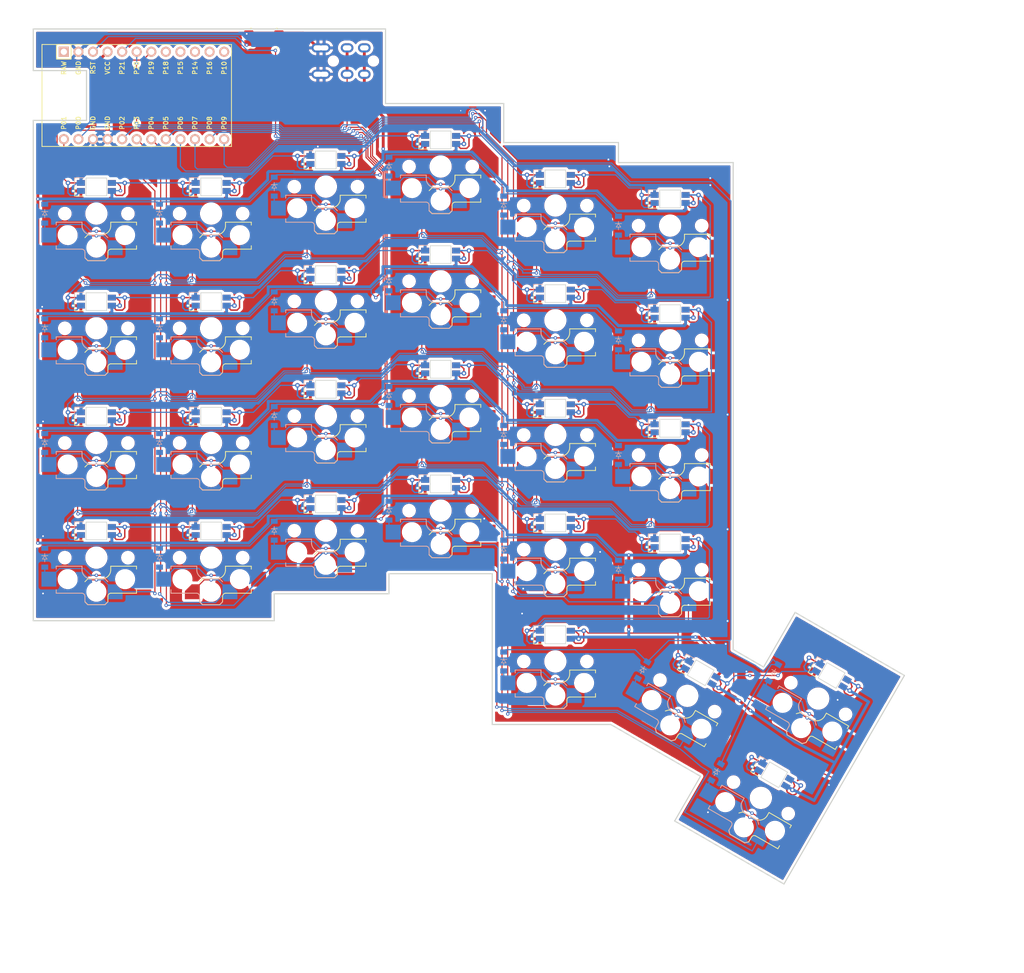
<source format=kicad_pcb>
(kicad_pcb (version 20240108) (generator "pcbnew") (generator_version "8.0")
  (title_block (title "southerly") (date "2024-12-20") (rev "v1.0.0") (company "Unknown"))
  (layers (0 "F.Cu" signal) (31 "B.Cu" signal) (34 "B.Paste" user) (35 "F.Paste" user) (36 "B.SilkS" user "B.Silkscreen") (37 "F.SilkS" user "F.Silkscreen") (38 "B.Mask" user) (39 "F.Mask" user) (44 "Edge.Cuts" user))
  (net 0 "")
  (net 1 "P1")
  (net 2 "outer_bottom")
  (net 3 "GND")
  (net 4 "outer_home")
  (net 5 "outer_top")
  (net 6 "outer_num")
  (net 7 "P3")
  (net 8 "pinkey_bottom")
  (net 9 "pinkey_home")
  (net 10 "pinkey_top")
  (net 11 "pinkey_num")
  (net 12 "P4")
  (net 13 "ring_bottom")
  (net 14 "ring_home")
  (net 15 "ring_top")
  (net 16 "ring_num")
  (net 17 "P6")
  (net 18 "middle_bottom")
  (net 19 "middle_home")
  (net 20 "middle_top")
  (net 21 "middle_num")
  (net 22 "P7")
  (net 23 "index_bottom")
  (net 24 "index_home")
  (net 25 "index_top")
  (net 26 "index_num")
  (net 27 "P9")
  (net 28 "inner_bottom")
  (net 29 "inner_home")
  (net 30 "inner_top")
  (net 31 "inner_num")
  (net 32 "thumb_left_key")
  (net 33 "thumb_middle_key")
  (net 34 "thumb_right_key")
  (net 35 "thumb_top_key")
  (net 36 "P2")
  (net 37 "P5")
  (net 38 "P8")
  (net 39 "P21")
  (net 40 "P20")
  (net 41 "VCC")
  (net 42 "di_outer_bottom")
  (net 43 "di_outer_home")
  (net 44 "di_outer_top")
  (net 45 "do_outer_num")
  (net 46 "di_pinkey_bottom")
  (net 47 "di_pinkey_home")
  (net 48 "di_pinkey_top")
  (net 49 "di_ring_bottom")
  (net 50 "di_ring_home")
  (net 51 "di_ring_top")
  (net 52 "di_ring_num")
  (net 53 "di_middle_bottom")
  (net 54 "di_middle_home")
  (net 55 "di_middle_top")
  (net 56 "di_middle_num")
  (net 57 "di_index_bottom")
  (net 58 "di_index_home")
  (net 59 "di_index_top")
  (net 60 "di_index_num")
  (net 61 "di_inner_bottom")
  (net 62 "di_inner_home")
  (net 63 "di_inner_top")
  (net 64 "di_inner_num")
  (net 65 "di_thumb_left_key")
  (net 66 "do_thumb_middle_key")
  (net 67 "di_thumb_middle_key")
  (net 68 "do_thumb_right_key")
  (net 69 "do_thumb_top_key")
  (net 70 "RST")
  (net 71 "P0")
  (net 72 "RAW")
  (net 73 "P19")
  (net 74 "P18")
  (net 75 "P15")
  (net 76 "P14")
  (net 77 "P16")
  (net 78 "P10")
  (footprint "ceoloide:reset_switch_smd_side" (layer "F.Cu") (at 58 18.15)
    (property "Reference" "RST1" (hide yes))
    (property "Value" "")
  )
  (footprint "ProMicro" (layer "F.Cu") (at 37.1 28.15)
    (property "Reference" "MCU1" (hide yes))
    (property "Value" "" (hide yes))
  )
  (footprint "TRRS-PJ-320A-dual" (layer "F.Cu") (at 78.7 24.45 -90)
    (property "Reference" "TRRS1")
    (property "Value" "TRRS-PJ-320A-dual")
  )
  (footprint "ceoloide:switch_choc_v1_v2" (layer "B.Cu") (at 128.8 110.85 180)
    (property "Reference" "S21" (hide yes))
    (property "Value" "")
  )
  (footprint "ceoloide:switch_choc_v1_v2" (layer "B.Cu") (at 68.8 44.05 180)
    (property "Reference" "S12" (hide yes))
    (property "Value" "")
  )
  (footprint "ceoloide:led_SK6812mini-e (per-key, reversible)" (layer "B.Cu") (at 48.8 84.1)
    (property "Reference" "LED6" (hide yes))
    (property "Value" "")
    (fp_rect (start -1.8 -1.55) (end 1.8 1.55) (stroke (width 0.12)) (fill none) (layer "Edge.Cuts"))
  )
  (footprint "ceoloide:diode_tht_sod123" (layer "B.Cu") (at 19.8 68.75 -90)
    (property "Reference" "D3" (hide yes))
    (property "Value" "")
  )
  (footprint "ceoloide:led_SK6812mini-e (per-key, reversible)" (layer "B.Cu") (at 146.945508 146.617211 -30)
    (property "Reference" "LED27" (hide yes))
    (property "Value" "")
    (fp_poly (pts (xy -1.8 -1.55) (xy 1.8 -1.55) (xy 1.8 1.55) (xy -1.8 1.55)) (stroke (width 0.12)) (fill none) (layer "Edge.Cuts"))
  )
  (footprint "ceoloide:led_SK6812mini-e (per-key, reversible)" (layer "B.Cu") (at 108.8 62.7)
    (property "Reference" "LED19" (hide yes))
    (property "Value" "")
    (fp_rect (start -1.8 -1.55) (end 1.8 1.55) (stroke (width 0.12)) (fill none) (layer "Edge.Cuts"))
  )
  (footprint "ceoloide:diode_tht_sod123" (layer "B.Cu") (at 19.8 108.75 -90)
    (property "Reference" "D1" (hide yes))
    (property "Value" "")
  )
  (footprint "ceoloide:diode_tht_sod123" (layer "B.Cu") (at 59.8 84.05 -90)
    (property "Reference" "D10" (hide yes))
    (property "Value" "")
  )
  (footprint "ceoloide:diode_tht_sod123" (layer "B.Cu") (at 59.8 64.05 -90)
    (property "Reference" "D11" (hide yes))
    (property "Value" "")
  )
  (footprint "ceoloide:switch_choc_v1_v2" (layer "B.Cu") (at 28.8 48.75 180)
    (property "Reference" "S4" (hide yes))
    (property "Value" "")
  )
  (footprint "ceoloide:led_SK6812mini-e (per-key, reversible)" (layer "B.Cu") (at 134.125 128.822982 -30)
    (property "Reference" "LED26" (hide yes))
    (property "Value" "")
    (fp_poly (pts (xy -1.8 -1.55) (xy 1.8 -1.55) (xy 1.8 1.55) (xy -1.8 1.55)) (stroke (width 0.12)) (fill none) (layer "Edge.Cuts"))
  )
  (footprint "ceoloide:diode_tht_sod123" (layer "B.Cu") (at 99.8 67.35 -90)
    (property "Reference" "D19" (hide yes))
    (property "Value" "")
  )
  (footprint "ceoloide:switch_choc_v1_v2" (layer "B.Cu") (at 68.8 84.05 180)
    (property "Reference" "S10" (hide yes))
    (property "Value" "")
  )
  (footprint "ceoloide:led_SK6812mini-e (per-key, reversible)" (layer "B.Cu") (at 128.8 106.2)
    (property "Reference" "LED21" (hide yes))
    (property "Value" "")
    (fp_rect (start -1.8 -1.55) (end 1.8 1.55) (stroke (width 0.12)) (fill none) (layer "Edge.Cuts"))
  )
  (footprint "ceoloide:switch_choc_v1_v2" (layer "B.Cu") (at 128.8 50.85 180)
    (property "Reference" "S24" (hide yes))
    (property "Value" "")
  )
  (footprint "ceoloide:led_SK6812mini-e (per-key, reversible)" (layer "B.Cu") (at 88.8 35.9)
    (property "Reference" "LED16" (hide yes))
    (property "Value" "")
    (fp_rect (start -1.8 -1.55) (end 1.8 1.55) (stroke (width 0.12)) (fill none) (layer "Edge.Cuts"))
  )
  (footprint "ceoloide:diode_tht_sod123" (layer "B.Cu") (at 136.82628 146.144229 -120)
    (property "Reference" "D27" (hide yes))
    (property "Value" "")
  )
  (footprint "ceoloide:led_SK6812mini-e (per-key, reversible)" (layer "B.Cu") (at 48.8 104.1)
    (property "Reference" "LED5" (hide yes))
    (property "Value" "")
    (fp_rect (start -1.8 -1.55) (end 1.8 1.55) (stroke (width 0.12)) (fill none) (layer "Edge.Cuts"))
  )
  (footprint "ceoloide:led_SK6812mini-e (per-key, reversible)" (layer "B.Cu") (at 108.8 82.7)
    (property "Reference" "LED18" (hide yes))
    (property "Value" "")
    (fp_rect (start -1.8 -1.55) (end 1.8 1.55) (stroke (width 0.12)) (fill none) (layer "Edge.Cuts"))
  )
  (footprint "ceoloide:led_SK6812mini-e (per-key, reversible)" (layer "B.Cu") (at 28.8 84.1)
    (property "Reference" "LED2" (hide yes))
    (property "Value" "")
    (fp_rect (start -1.8 -1.55) (end 1.8 1.55) (stroke (width 0.12)) (fill none) (layer "Edge.Cuts"))
  )
  (footprint "ceoloide:diode_tht_sod123" (layer "B.Cu") (at 146.82628 128.823721 -120)
    (property "Reference" "D28" (hide yes))
    (property "Value" "")
  )
  (footprint "ceoloide:switch_choc_v1_v2" (layer "B.Cu") (at 88.8 100.55 180)
    (property "Reference" "S13" (hide yes))
    (property "Value" "")
  )
  (footprint "ceoloide:led_SK6812mini-e (per-key, reversible)" (layer "B.Cu") (at 68.8 79.4)
    (property "Reference" "LED10" (hide yes))
    (property "Value" "")
    (fp_rect (start -1.8 -1.55) (end 1.8 1.55) (stroke (width 0.12)) (fill none) (layer "Edge.Cuts"))
  )
  (footprint "ceoloide:diode_tht_sod123" (layer "B.Cu") (at 119.8 90.85 -90)
    (property "Reference" "D22" (hide yes))
    (property "Value" "")
  )
  (footprint "ceoloide:led_SK6812mini-e (per-key, reversible)" (layer "B.Cu") (at 128.8 46.2)
    (property "Reference" "LED24" (hide yes))
    (property "Value" "")
    (fp_rect (start -1.8 -1.55) (end 1.8 1.55) (stroke (width 0.12)) (fill none) (layer "Edge.Cuts"))
  )
  (footprint "ceoloide:switch_choc_v1_v2" (layer "B.Cu") (at 68.8 64.05 180)
    (property "Reference" "S11" (hide yes))
    (property "Value" "")
  )
  (footprint "ceoloide:led_SK6812mini-e (per-key, reversible)" (layer "B.Cu") (at 68.8 39.4)
    (property "Reference" "LED12" (hide yes))
    (property "Value" "")
    (fp_rect (start -1.8 -1.55) (end 1.8 1.55) (stroke (width 0.12)) (fill none) (layer "Edge.Cuts"))
  )
  (footprint "ceoloide:diode_tht_sod123" (layer "B.Cu") (at 124.005771 128.35 -120)
    (property "Reference" "D26" (hide yes))
    (property "Value" "")
  )
  (footprint "ceoloide:diode_tht_sod123" (layer "B.Cu") (at 39.8 48.75 -90)
    (property "Reference" "D8" (hide yes))
    (property "Value" "")
  )
  (footprint "ceoloide:switch_choc_v1_v2" (layer "B.Cu") (at 128.8 90.85 180)
    (property "Reference" "S22" (hide yes))
    (property "Value" "")
  )
  (footprint "ceoloide:switch_choc_v1_v2" (layer "B.Cu") (at 28.8 88.75 180)
    (property "Reference" "S2" (hide yes))
    (property "Value" "")
  )
  (footprint "ceoloide:switch_choc_v1_v2" (layer "B.Cu") (at 131.8 132.85 150)
    (property "Reference" "S26" (hide yes))
    (property "Value" "")
  )
  (footprint "ceoloide:led_SK6812mini-e (per-key, reversible)" (layer "B.Cu") (at 108.8 122.2)
    (property "Reference" "LED25" (hide yes))
    (property "Value" "")
    (fp_rect (start -1.8 -1.55) (end 1.8 1.55) (stroke (width 0.12)) (fill none) (layer "Edge.Cuts"))
  )
  (footprint "ceoloide:switch_choc_v1_v2" (layer "B.Cu") (at 108.8 67.35 180)
    (property "Reference" "S19" (hide yes))
    (property "Value" "")
  )
  (footprint "ceoloide:diode_tht_sod123" (layer "B.Cu") (at 19.8 48.75 -90)
    (property "Reference" "D4" (hide yes))
    (property "Value" "")
  )
  (footprint "ceoloide:diode_tht_sod123" (layer "B.Cu") (at 39.8 68.75 -90)
    (property "Reference" "D7" (hide yes))
    (property "Value" "")
  )
  (footprint "ceoloide:switch_choc_v1_v2" (layer "B.Cu") (at 144.620508 150.644229 150)
    (property "Reference" "S27" (hide yes))
    (property "Value" "")
  )
  (footprint "ceoloide:led_SK6812mini-e (per-key, reversible)" (layer "B.Cu") (at 68.8 59.4)
    (property "Reference" "LED11" (hide yes))
    (property "Value" "")
    (fp_rect (start -1.8 -1.55) (end 1.8 1.55) (stroke (width 0.12)) (fill none) (layer "Edge.Cuts"))
  )
  (footprint "ceoloide:switch_choc_v1_v2" (layer "B.Cu") (at 48.8 88.75 180)
    (property "Reference" "S6" (hide yes))
    (property "Value" "")
  )
  (footprint "ceoloide:diode_tht_sod123" (layer "B.Cu") (at 99.8 126.85 -90)
    (property "Reference" "D25" (hide yes))
    (property "Value" "")
  )
  (footprint "ceoloide:diode_tht_sod123" (layer "B.Cu") (at 79.8 100.55 -90)
    (property "Reference" "D13" (hide yes))
    (property "Value" "")
  )
  (footprint "ceoloide:led_SK6812mini-e (per-key, reversible)" (layer "B.Cu") (at 88.8 55.9)
    (property "Reference" "LED15" (hide yes))
    (property "Value" "")
    (fp_rect (start -1.8 -1.55) (end 1.8 1.55) (stroke (width 0.12)) (fill none) (layer "Edge.Cuts"))
  )
  (footprint "ceoloide:diode_tht_sod123" (layer "B.Cu") (at 39.8 88.75 -90)
    (property "Reference" "D6" (hide yes))
    (property "Value" "")
  )
  (footprint "ceoloide:switch_choc_v1_v2" (layer "B.Cu") (at 154.620508 133.323721 150)
    (property "Reference" "S28" (hide yes))
    (property "Value" "")
  )
  (footprint "ceoloide:switch_choc_v1_v2" (layer "B.Cu") (at 88.8 80.55 180)
    (property "Reference" "S14" (hide yes))
    (property "Value" "")
  )
  (footprint "ceoloide:switch_choc_v1_v2" (layer "B.Cu") (at 28.8 108.75 180)
    (property "Reference" "S1" (hide yes))
    (property "Value" "")
  )
  (footprint "ceoloide:led_SK6812mini-e (per-key, reversible)" (layer "B.Cu") (at 28.8 44.1)
    (property "Reference" "LED4" (hide yes))
    (property "Value" "")
    (fp_rect (start -1.8 -1.55) (end 1.8 1.55) (stroke (width 0.12)) (fill none) (layer "Edge.Cuts"))
  )
  (footprint "ceoloide:led_SK6812mini-e (per-key, reversible)" (layer "B.Cu") (at 128.8 86.2)
    (property "Reference" "LED22" (hide yes))
    (property "Value" "")
    (fp_rect (start -1.8 -1.55) (end 1.8 1.55) (stroke (width 0.12)) (fill none) (layer "Edge.Cuts"))
  )
  (footprint "ceoloide:led_SK6812mini-e (per-key, reversible)" (layer "B.Cu") (at 48.8 44.1)
    (property "Reference" "LED8" (hide yes))
    (property "Value" "")
    (fp_rect (start -1.8 -1.55) (end 1.8 1.55) (stroke (width 0.12)) (fill none) (layer "Edge.Cuts"))
  )
  (footprint "ceoloide:diode_tht_sod123" (layer "B.Cu") (at 79.8 80.55 -90)
    (property "Reference" "D14" (hide yes))
    (property "Value" "")
  )
  (footprint "ceoloide:switch_choc_v1_v2" (layer "B.Cu") (at 108.8 87.35 180)
    (property "Reference" "S18" (hide yes))
    (property "Value" "")
  )
  (footprint "ceoloide:switch_choc_v1_v2" (layer "B.Cu") (at 108.8 107.35 180)
    (property "Reference" "S17" (hide yes))
    (property "Value" "")
  )
  (footprint "ceoloide:led_SK6812mini-e (per-key, reversible)" (layer "B.Cu") (at 88.8 95.9)
    (property "Reference" "LED13" (hide yes))
    (property "Value" "")
    (fp_rect (start -1.8 -1.55) (end 1.8 1.55) (stroke (width 0.12)) (fill none) (layer "Edge.Cuts"))
  )
  (footprint "ceoloide:diode_tht_sod123" (layer "B.Cu") (at 19.8 88.75 -90)
    (property "Reference" "D2" (hide yes))
    (property "Value" "")
  )
  (footprint "ceoloide:switch_choc_v1_v2" (layer "B.Cu") (at 48.8 48.75 180)
    (property "Reference" "S8" (hide yes))
    (property "Value" "")
  )
  (footprint "ceoloide:switch_choc_v1_v2" (layer "B.Cu") (at 128.8 70.85 180)
    (property "Reference" "S23" (hide yes))
    (property "Value" "")
  )
  (footprint "ceoloide:switch_choc_v1_v2" (layer "B.Cu") (at 68.8 104.05 180)
    (property "Reference" "S9" (hide yes))
    (property "Value" "")
  )
  (footprint "ceoloide:diode_tht_sod123" (layer "B.Cu") (at 119.8 70.85 -90)
    (property "Reference" "D23" (hide yes))
    (property "Value" "")
  )
  (footprint "ceoloide:diode_tht_sod123" (layer "B.Cu") (at 99.8 47.35 -90)
    (property "Reference" "D20" (hide yes))
    (property "Value" "")
  )
  (footprint "ceoloide:led_SK6812mini-e (per-key, reversible)" (layer "B.Cu") (at 28.8 64.1)
    (property "Reference" "LED3" (hide yes))
    (property "Value" "")
    (fp_rect (start -1.8 -1.55) (end 1.8 1.55) (stroke (width 0.12)) (fill none) (layer "Edge.Cuts"))
  )
  (footprint "ceoloide:switch_choc_v1_v2" (layer "B.Cu") (at 108.8 126.85 180)
    (property "Reference" "S25" (hide yes))
    (property "Value" "")
  )
  (footprint "ceoloide:switch_choc_v1_v2" (layer "B.Cu") (at 88.8 40.55 180)
    (property "Reference" "S16" (hide yes))
    (property "Value" "")
  )
  (footprint "ceoloide:led_SK6812mini-e (per-key, reversible)" (layer "B.Cu") (at 28.8 104.1)
    (property "Reference" "LED1" (hide yes))
    (property "Value" "")
    (fp_rect (start -1.8 -1.55) (end 1.8 1.55) (stroke (width 0.12)) (fill none) (layer "Edge.Cuts"))
  )
  (footprint "ceoloide:switch_choc_v1_v2" (layer "B.Cu") (at 88.8 60.55 180)
    (property "Reference" "S15" (hide yes))
    (property "Value" "")
  )
  (footprint "ceoloide:led_SK6812mini-e (per-key, reversible)" (layer "B.Cu") (at 48.8 64.1)
    (property "Reference" "LED7" (hide yes))
    (property "Value" "")
    (fp_rect (start -1.8 -1.55) (end 1.8 1.55) (stroke (width 0.12)) (fill none) (layer "Edge.Cuts"))
  )
  (footprint "ceoloide:switch_choc_v1_v2" (layer "B.Cu") (at 48.8 108.75 180)
    (property "Reference" "S5" (hide yes))
    (property "Value" "")
  )
  (footprint "ceoloide:led_SK6812mini-e (per-key, reversible)" (layer "B.Cu") (at 88.8 75.9)
    (property "Reference" "LED14" (hide yes))
    (property "Value" "")
    (fp_rect (start -1.8 -1.55) (end 1.8 1.55) (stroke (width 0.12)) (fill none) (layer "Edge.Cuts"))
  )
  (footprint "ceoloide:diode_tht_sod123" (layer "B.Cu") (at 79.8 60.55 -90)
    (property "Reference" "D15" (hide yes))
    (property "Value" "")
  )
  (footprint "ceoloide:led_SK6812mini-e (per-key, reversible)" (layer "B.Cu") (at 108.8 102.7)
    (property "Reference" "LED17" (hide yes))
    (property "Value" "")
    (fp_rect (start -1.8 -1.55) (end 1.8 1.55) (stroke (width 0.12)) (fill none) (layer "Edge.Cuts"))
  )
  (footprint "ceoloide:diode_tht_sod123" (layer "B.Cu") (at 119.8 110.85 -90)
    (property "Reference" "D21" (hide yes))
    (property "Value" "")
  )
  (footprint "ceoloide:switch_choc_v1_v2" (layer "B.Cu") (at 48.8 68.75 180)
    (property "Reference" "S7" (hide yes))
    (property "Value" "")
  )
  (footprint "ceoloide:diode_tht_sod123" (layer "B.Cu") (at 79.8 40.55 -90)
    (property "Reference" "D16" (hide yes))
    (property "Value" "")
  )
  (footprint "ceoloide:diode_tht_sod123" (layer "B.Cu") (at 59.8 104.05 -90)
    (property "Reference" "D9" (hide yes))
    (property "Value" "")
  )
  (footprint "ceoloide:switch_choc_v1_v2" (layer "B.Cu") (at 108.8 47.35 180)
    (property "Reference" "S20" (hide yes))
    (property "Value" "")
  )
  (footprint "ceoloide:diode_tht_sod123" (layer "B.Cu") (at 59.8 44.05 -90)
    (property "Reference" "D12" (hide yes))
    (property "Value" "")
  )
  (footprint "ceoloide:diode_tht_sod123" (layer "B.Cu") (at 99.8 87.35 -90)
    (property "Reference" "D18" (hide yes))
    (property "Value" "")
  )
  (footprint "ceoloide:diode_tht_sod123" (layer "B.Cu") (at 99.8 107.35 -90)
    (property "Reference" "D17" (hide yes))
    (property "Value" "")
  )
  (footprint "ceoloide:led_SK6812mini-e (per-key, reversible)" (layer "B.Cu") (at 128.8 66.2)
    (property "Reference" "LED23" (hide yes))
    (property "Value" "")
    (fp_rect (start -1.8 -1.55) (end 1.8 1.55) (stroke (width 0.12)) (fill none) (layer "Edge.Cuts"))
  )
  (footprint "ceoloide:led_SK6812mini-e (per-key, reversible)" (layer "B.Cu") (at 108.8 42.7)
    (property "Reference" "LED20" (hide yes))
    (property "Value" "")
    (fp_rect (start -1.8 -1.55) (end 1.8 1.55) (stroke (width 0.12)) (fill none) (layer "Edge.Cuts"))
  )
  (footprint "ceoloide:diode_tht_sod123" (layer "B.Cu") (at 119.8 50.85 -90)
    (property "Reference" "D24" (hide yes))
    (property "Value" "")
  )
  (footprint "ceoloide:diode_tht_sod123" (layer "B.Cu") (at 39.8 108.75 -90)
    (property "Reference" "D5" (hide yes))
    (property "Value" "")
  )
  (footprint "ceoloide:switch_choc_v1_v2" (layer "B.Cu") (at 28.8 68.75 180)
    (property "Reference" "S3" (hide yes))
    (property "Value" "")
  )
  (footprint "ceoloide:led_SK6812mini-e (per-key, reversible)" (layer "B.Cu") (at 68.8 99.4)
    (property "Reference" "LED9" (hide yes))
    (property "Value" "")
    (fp_rect (start -1.8 -1.55) (end 1.8 1.55) (stroke (width 0.12)) (fill none) (layer "Edge.Cuts"))
  )
  (footprint "ceoloide:led_SK6812mini-e (per-key, reversible)" (layer "B.Cu") (at 156.945508 129.296703 -30)
    (property "Reference" "LED28" (hide yes))
    (property "Value" "")
    (fp_poly (pts (xy -1.8 -1.55) (xy 1.8 -1.55) (xy 1.8 1.55) (xy -1.8 1.55)) (stroke (width 0.12)) (fill none) (layer "Edge.Cuts"))
  )
  (gr_line (start 99.800001 36.349999) (end 99.800001 29.549999) (stroke (width 0.2)) (layer "Edge.Cuts"))
  (gr_line (start 17.800001 32.492496) (end 17.800001 119.749999) (stroke (width 0.2)) (layer "Edge.Cuts"))
  (gr_line (start 97.8 137.85) (end 118.460254 137.85) (stroke (width 0.2)) (layer "Edge.Cuts"))
  (gr_line (start 148.646789 165.670508) (end 169.646789 129.297441) (stroke (width 0.2)) (layer "Edge.Cuts"))
  (gr_line (start 139.8 124.767096) (end 139.8 39.849999) (stroke (width 0.2)) (layer "Edge.Cuts"))
  (gr_line (start 27.078304 32.492496) (end 17.800001 32.492496) (stroke (width 0.2)) (layer "Edge.Cuts"))
  (gr_line (start 17.800001 23.807503) (end 27.078304 23.807502) (stroke (width 0.2)) (layer "Edge.Cuts"))
  (gr_line (start 97.800001 111.549999) (end 97.8 137.85) (stroke (width 0.2)) (layer "Edge.Cuts"))
  (gr_line (start 59.8 119.75) (end 59.8 115.05) (stroke (width 0.2)) (layer "Edge.Cuts"))
  (gr_line (start 79.2 16.549999) (end 17.8 16.55) (stroke (width 0.2)) (layer "Edge.Cuts"))
  (gr_line (start 139.8 39.849999) (end 119.8 39.85) (stroke (width 0.2)) (layer "Edge.Cuts"))
  (gr_line (start 99.800001 29.549999) (end 79.200002 29.549999) (stroke (width 0.2)) (layer "Edge.Cuts"))
  (gr_line (start 169.646789 129.297441) (end 150.594229 118.29744) (stroke (width 0.2)) (layer "Edge.Cuts"))
  (gr_line (start 27.078304 23.807502) (end 27.078304 32.492496) (stroke (width 0.2)) (layer "Edge.Cuts"))
  (gr_line (start 119.8 36.349999) (end 99.800001 36.349999) (stroke (width 0.2)) (layer "Edge.Cuts"))
  (gr_line (start 145.09423 127.82372) (end 139.8 124.767096) (stroke (width 0.2)) (layer "Edge.Cuts"))
  (gr_line (start 134.09423 146.876279) (end 129.594229 154.670507) (stroke (width 0.2)) (layer "Edge.Cuts"))
  (gr_line (start 129.594229 154.670507) (end 148.646789 165.670508) (stroke (width 0.2)) (layer "Edge.Cuts"))
  (gr_line (start 59.8 115.05) (end 79.8 115.049999) (stroke (width 0.2)) (layer "Edge.Cuts"))
  (gr_line (start 17.800001 119.749999) (end 59.8 119.75) (stroke (width 0.2)) (layer "Edge.Cuts"))
  (gr_line (start 17.8 16.55) (end 17.800001 23.807503) (stroke (width 0.2)) (layer "Edge.Cuts"))
  (gr_line (start 79.800001 111.549999) (end 97.800001 111.549999) (stroke (width 0.2)) (layer "Edge.Cuts"))
  (gr_line (start 118.460254 137.85) (end 134.09423 146.876279) (stroke (width 0.2)) (layer "Edge.Cuts"))
  (gr_line (start 119.8 39.85) (end 119.8 36.349999) (stroke (width 0.2)) (layer "Edge.Cuts"))
  (gr_line (start 79.8 115.049999) (end 79.800001 111.549999) (stroke (width 0.2)) (layer "Edge.Cuts"))
  (gr_line (start 150.594229 118.29744) (end 145.09423 127.82372) (stroke (width 0.2)) (layer "Edge.Cuts"))
  (gr_line (start 79.200002 29.549999) (end 79.2 16.549999) (stroke (width 0.2)) (layer "Edge.Cuts"))
  (segment (start 27.6 112.625) (end 28.8 112.625) (width 0.2) (layer "F.Cu") (net 1))
  (segment (start 25.525 74.7) (end 25.525 81.125) (width 0.2) (layer "F.Cu") (net 1))
  (segment (start 25.525 114.7) (end 27.6 112.625) (width 0.2) (layer "F.Cu") (net 1))
  (segment (start 36 41.8) (end 23.2 41.8) (width 0.2) (layer "F.Cu") (net 1))
  (segment (start 39 115) (end 39 44.8) (width 0.2) (layer "F.Cu") (net 1))
  (segment (start 25.525 94.7) (end 27.6 92.625) (width 0.2) (layer "F.Cu") (net 1))
  (segment (start 23.13 41.73) (end 23.13 35.77) (width 0.2) (layer "F.Cu") (net 1))
  (segment (start 23.2 41.8) (end 23.13 41.73) (width 0.2) (layer "F.Cu") (net 1))
  (segment (start 25.525 94.7) (end 25.525 101.025) (width 0.2) (layer "F.Cu") (net 1))
  (segment (start 25.525 54.7) (end 27.6 52.625) (width 0.2) (layer "F.Cu") (net 1))
  (segment (start 39 44.8) (end 36 41.8) (width 0.2) (layer "F.Cu") (net 1))
  (segment (start 27.6 72.625) (end 28.8 72.625) (width 0.2) (layer "F.Cu") (net 1))
  (segment (start 25.525 59.475) (end 26.9 60.85) (width 0.2) (layer "F.Cu") (net 1))
  (segment (start 27.6 92.625) (end 28.8 92.625) (width 0.2) (layer "F.Cu") (net 1))
  (segment (start 25.525 54.7) (end 25.525 59.475) (width 0.2) (layer "F.Cu") (net 1))
  (segment (start 25.525 101.025) (end 25.6 101.1) (width 0.2) (layer "F.Cu") (net 1))
  (segment (start 25.525 81.125) (end 25.6 81.2) (width 0.2) (layer "F.Cu") (net 1))
  (segment (start 25.525 74.7) (end 27.6 72.625) (width 0.2) (layer "F.Cu") (net 1))
  (segment (start 27.6 52.625) (end 28.8 52.625) (width 0.2) (layer "F.Cu") (net 1))
  (via (at 28.8 72.625) (size 0.6) (drill 0.3) (layers "F.Cu" "B.Cu") (net 1))
  (via (at 26.9 60.85) (size 0.6) (drill 0.3) (layers "F.Cu" "B.Cu") (net 1))
  (via (at 25.6 101.1) (size 0.6) (drill 0.3) (layers "F.Cu" "B.Cu") (net 1))
  (via (at 28.8 92.625) (size 0.6) (drill 0.3) (layers "F.Cu" "B.Cu") (net 1))
  (via (at 28.8 52.625) (size 0.6) (drill 0.3) (layers "F.Cu" "B.Cu") (net 1))
  (via (at 25.6 81.2) (size 0.6) (drill 0.3) (layers "F.Cu" "B.Cu") (net 1))
  (via (at 39 115) (size 0.6) (drill 0.3) (layers "F.Cu" "B.Cu") (net 1))
  (via (at 39 81.05) (size 0.6) (drill 0.3) (layers "F.Cu" "B.Cu") (net 1))
  (via (at 39 101.05) (size 0.6) (drill 0.3) (layers "F.Cu" "B.Cu") (net 1))
  (via (at 28.8 112.625) (size 0.6) (drill 0.3) (layers "F.Cu" "B.Cu") (net 1))
  (via (at 39 60.85) (size 0.6) (drill 0.3) (layers "F.Cu" "B.Cu") (net 1))
  (segment (start 32.075 74.7) (end 30 72.625) (width 0.2) (layer "B.Cu") (net 1))
  (segment (start 26.9 60.85) (end 27.173 61.123) (width 0.2) (layer "B.Cu") (net 1))
  (segment (start 32.075 54.7) (end 30 52.625) (width 0.2) (layer "B.Cu") (net 1))
  (segment (start 32.075 114.7) (end 38.7 114.7) (width 0.2) (layer "B.Cu") (net 1))
  (segment (start 32.075 114.7) (end 30 112.625) (width 0.2) (layer "B.Cu") (net 1))
  (segment (start 27.173 61.123) (end 38.727 61.123) (width 0.2) (layer "B.Cu") (net 1))
  (segment (start 38.95 101.1) (end 39 101.05) (width 0.2) (layer "B.Cu") (net 1))
  (segment (start 25.723 81.323) (end 38.727 81.323) (width 0.2) (layer "B.Cu") (net 1))
  (segment (start 32.075 94.7) (end 30 92.625) (width 0.2) (layer "B.Cu") (net 1))
  (segment (start 38.727 61.123) (end 39 60.85) (width 0.2) (layer "B.Cu") (net 1))
  (segment (start 25.6 101.1) (end 38.95 101.1) (width 0.2) (layer "B.Cu") (net 1))
  (segment (start 38.7 114.7) (end 39 115) (width 0.2) (layer "B.Cu") (net 1))
  (segment (start 30 52.625) (end 28.8 52.625) (width 0.2) (layer "B.Cu") (net 1))
  (segment (start 25.6 81.2) (end 25.723 81.323) (width 0.2) (layer "B.Cu") (net 1))
  (segment (start 38.727 81.323) (end 39 81.05) (width 0.2) (layer "B.Cu") (net 1))
  (segment (start 30 112.625) (end 28.8 112.625) (width 0.2) (layer "B.Cu") (net 1))
  (segment (start 30 92.625) (end 28.8 92.625) (width 0.2) (layer "B.Cu") (net 1))
  (segment (start 30 72.625) (end 28.8 72.625) (width 0.2) (layer "B.Cu") (net 1))
  (segment (start 29.775 111.825) (end 28.8 111.825) (width 0.2) (layer "F.Cu") (net 2))
  (segment (start 37.075 112.5) (end 35.221 110.646) (width 0.2) (layer "F.Cu") (net 2))
  (segment (start 30.954 110.646) (end 29.775 111.825) (width 0.2) (layer "F.Cu") (net 2))
  (segment (start 35.221 110.646) (end 30.954 110.646) (width 0.2) (layer "F.Cu") (net 2))
  (via (at 28.8 111.825) (size 0.6) (drill 0.3) (layers "F.Cu" "B.Cu") (net 2))
  (segment (start 20.525 112.5) (end 22.379 110.646) (width 0.2) (layer "B.Cu") (net 2))
  (segment (start 22.379 110.646) (end 26.659834 110.646) (width 0.2) (layer "B.Cu") (net 2))
  (segment (start 19.8 111.775) (end 20.525 112.5) (width 0.2) (layer "B.Cu") (net 2))
  (segment (start 19.8 110.4) (end 19.8 111.775) (width 0.2) (layer "B.Cu") (net 2))
  (segment (start 27.838834 111.825) (end 28.8 111.825) (width 0.2) (layer "B.Cu") (net 2))
  (segment (start 26.659834 110.646) (end 27.838834 111.825) (width 0.2) (layer "B.Cu") (net 2))
  (segment (start 126.1 46.9) (end 124.74 46.9) (width 0.25) (layer "F.Cu") (net 3))
  (segment (start 24.74 64.8) (end 19.55 64.8) (width 0.5) (layer "F.Cu") (net 3))
  (segment (start 67.4 19.85) (end 64.85 17.3) (width 0.5) (layer "F.Cu") (net 3))
  (segment (start 135.8 43.8) (end 138.825 46.825) (width 0.5) (layer "F.Cu") (net 3))
  (segment (start 24.74 84.8) (end 19.7 84.8) (width 0.5) (layer "F.Cu") (net 3))
  (segment (start 106.1 83.4) (end 104.74 83.4) (width 0.25) (layer "F.Cu") (net 3))
  (segment (start 143.3 147.3) (end 150.2 151) (width 0.5) (layer "F.Cu") (net 3))
  (segment (start 26.1 84.8) (end 24.74 84.8) (width 0.25) (layer "F.Cu") (net 3))
  (segment (start 126.1 66.9) (end 124.74 66.9) (width 0.25) (layer "F.Cu") (net 3))
  (segment (start 46.1 84.8) (end 44.74 84.8) (width 0.25) (layer "F.Cu") (net 3))
  (segment (start 46.1 64.8) (end 44.74 64.8) (width 0.25) (layer "F.Cu") (net 3))
  (segment (start 55.1 17.3) (end 55 17.4) (width 0.5) (layer "F.Cu") (net 3))
  (segment (start 66.1 80.1) (end 64.74 80.1) (width 0.25) (layer "F.Cu") (net 3))
  (segment (start 26.1 104.8) (end 24.74 104.8) (width 0.25) (layer "F.Cu") (net 3))
  (segment (start 118.213025 39.463025) (end 118.05 39.3) (width 0.2) (layer "F.Cu") (net 3))
  (segment (start 144.257239 145.873429) (end 143.891213 146.239455) (width 0.5) (layer "F.Cu") (net 3))
  (segment (start 104.74 122.9) (end 104.047918 122.9) (width 0.5) (layer "F.Cu") (net 3))
  (segment (start 118.213025 40.523) (end 118.213025 39.463025) (width 0.2) (layer "F.Cu") (net 3))
  (segment (start 55.375 17.3) (end 60.625 17.3) (width 0.5) (layer "F.Cu") (net 3))
  (segment (start 126.1 86.9) (end 124.74 86.9) (width 0.25) (layer "F.Cu") (net 3))
  (segment (start 138.8 123.5) (end 138.5 123.8) (width 0.5) (layer "F.Cu") (net 3))
  (segment (start 106.1 103.4) (end 104.74 103.4) (width 0.25) (layer "F.Cu") (net 3))
  (segment (start 66.1 60.1) (end 64.74 60.1) (width 0.25) (layer "F.Cu") (net 3))
  (segment (start 19.7 104.8) (end 19.5 105) (width 0.5) (layer "F.Cu") (net 3))
  (segment (start 150.2 151) (end 153.9 151) (width 0.5) (layer "F.Cu") (net 3))
  (segment (start 143.891213 146.239455) (end 143.3 147.3) (width 0.5) (layer "F.Cu") (net 3))
  (segment (start 19.7 84.8) (end 19.5 85) (width 0.5) (layer "F.Cu") (net 3))
  (segment (start 24.74 104.8) (end 19.7 104.8) (width 0.5) (layer "F.Cu") (net 3))
  (segment (start 26.1 64.8) (end 24.74 64.8) (width 0.25) (layer "F.Cu") (net 3))
  (segment (start 126.1 106.9) (end 124.74 106.9) (width 0.25) (layer "F.Cu") (net 3))
  (segment (start 66.1 40.1) (end 64.74 40.1) (width 0.25) (layer "F.Cu") (net 3))
  (segment (start 67.4 19.85) (end 67.4 24.45) (width 0.5) (layer "F.Cu") (net 3))
  (segment (start 55.375 17.3) (end 55.1 17.3) (width 0.5) (layer "F.Cu") (net 3))
  (segment (start 46.1 104.8) (end 44.74 104.8) (width 0.25) (layer "F.Cu") (net 3))
  (segment (start 106.1 122.9) (end 104.74 122.9) (width 0.25) (layer "F.Cu") (net 3))
  (segment (start 86.1 56.6) (end 84.74 56.6) (width 0.25) (layer "F.Cu") (net 3))
  (segment (start 86.1 76.6) (end 84.74 76.6) (width 0.25) (layer "F.Cu") (net 3))
  (segment (start 154.25724 128.55292) (end 153.079445 127.87292) (width 0.25) (layer "F.Cu") (net 3))
  (segment (start 86.1 36.6) (end 84.74 36.6) (width 0.25) (layer "F.Cu") (net 3))
  (segment (start 153.9 151) (end 156.5 148.4) (width 0.5) (layer "F.Cu") (net 3))
  (segment (start 142.1 128.6) (end 142.147079 128.552921) (width 0.5) (layer "F.Cu") (net 3))
  (segment (start 67.4 37.05) (end 67.4 24.45) (width 0.5) (layer "F.Cu") (net 3))
  (segment (start 144.25724 145.873428) (end 143.079445 145.193428) (width 0.25) (layer "F.Cu") (net 3))
  (segment (start 104.047918 122.9) (end 103 121.852082) (width 0.5) (layer "F.Cu") (net 3))
  (segment (start 138.825 119.775) (end 138.8 119.8) (width 0.5) (layer "F.Cu") (net 3))
  (segment (start 19.5 105) (end 19.5 115) (width 0.5) (layer "F.Cu") (net 3))
  (segment (start 138.8 119.8) (end 138.8 123.5) (width 0.5) (layer "F.Cu") (net 3))
  (segment (start 64.85 17.3) (end 60.625 17.3) (width 0.5) (layer "F.Cu") (net 3))
  (segment (start 106.1 63.4) (end 104.74 63.4) (width 0.25) (layer "F.Cu") (net 3))
  (segment (start 131.436731 128.0792) (end 130.258937 127.3992) (width 0.25) (layer "F.Cu") (net 3))
  (segment (start 46.1 44.8) (end 44.74 44.8) (width 0.25) (layer "F.Cu") (net 3))
  (segment (start 135.8 43.8) (end 135.8 42.55) (width 0.2) (layer "F.Cu") (net 3))
  (segment (start 86.1 96.6) (end 84.74 96.6) (width 0.25) (layer "F.Cu") (net 3))
  (segment (start 103 121.852082) (end 103 118.5) (width 0.5) (layer "F.Cu") (net 3))
  (segment (start 26.1 44.8) (end 24.74 44.8) (width 0.25) (layer "F.Cu") (net 3))
  (segment (start 106.1 43.4) (end 104.74 43.4) (width 0.25) (layer "F.Cu") (net 3))
  (segment (start 19.55 64.8) (end 19.35 65) (width 0.5) (layer "F.Cu") (net 3))
  (segment (start 66.1 100.1) (end 64.74 100.1) (width 0.25) (layer "F.Cu") (net 3))
  (segment (start 142.147079 128.552921) (end 154.257239 128.552921) (width 0.5) (layer "F.Cu") (net 3))
  (segment (start 138.825 46.825) (end 138.825 119.775) (width 0.5) (layer "F.Cu") (net 3))
  (via (at 64.74 60.1) (size 0.8) (drill 0.4) (layers "F.Cu" "B.Cu") (net 3))
  (via (at 118.05 39.3) (size 0.6) (drill 0.3) (layers "F.Cu" "B.Cu") (net 3))
  (via (at 84.74 76.6) (size 0.8) (drill 0.4) (layers "F.Cu" "B.Cu") (net 3))
  (via (at 19.35 65) (size 0.6) (drill 0.3) (layers "F.Cu" "B.Cu") (net 3))
  (via (at 19.5 115) (size 0.6) (drill 0.3) (layers "F.Cu" "B.Cu") (net 3))
  (via (at 118.213025 40.523) (size 0.6) (drill 0.3) (layers "F.Cu" "B.Cu") (net 3))
  (via (at 138.8 119.8) (size 0.6) (drill 0.3) (layers "F.Cu" "B.Cu") (net 3))
  (via (at 19.5 105) (size 0.6) (drill 0.3) (layers "F.Cu" "B.Cu") (net 3))
  (via (at 44.74 84.8) (size 0.8) (drill 0.4) (layers "F.Cu" "B.Cu") (net 3))
  (via (at 104.74 63.4) (size 0.8) (drill 0.4) (layers "F.Cu" "B.Cu") (net 3))
  (via (at 96.4 101.95) (size 0.6) (drill 0.3) (layers "F.Cu" "B.Cu") (net 3))
  (via (at 138.8 83.8) (size 0.6) (drill 0.3) (layers "F.Cu" "B.Cu") (net 3))
  (via (at 84.74 96.6) (size 0.8) (drill 0.4) (layers "F.Cu" "B.Cu") (net 3))
  (via (at 44.74 64.8) (size 0.8) (drill 0.4) (layers "F.Cu" "B.Cu") (net 3))
  (via (at 135.4 153.15) (size 0.6) (drill 0.3) (layers "F.Cu" "B.Cu") (net 3))
  (via (at 24.74 104.8) (size 0.8) (drill 0.4) (layers "F.Cu" "B.Cu") (net 3))
  (via (at 146.2 136.75) (size 0.6) (drill 0.3) (layers "F.Cu" "B.Cu") (net 3))
  (via (at 104.74 122.9) (size 0.8) (drill 0.4) (layers "F.Cu" "B.Cu") (net 3))
  (via (at 135.8 43.8) (size 0.6) (drill 0.3) (layers "F.Cu" "B.Cu") (net 3))
  (via (at 64.74 80.1) (size 0.8) (drill 0.4) (layers "F.Cu" "B.Cu") (net 3))
  (via (at 143.079445 145.193428) (size 0.8) (drill 0.4) (layers "F.Cu" "B.Cu") (net 3))
  (via (at 124.74 66.9) (size 0.8) (drill 0.4) (layers "F.Cu" "B.Cu") (net 3))
  (via (at 44.74 44.8) (size 0.8) (drill 0.4) (layers "F.Cu" "B.Cu") (net 3))
  (via (at 84.74 36.6) (size 0.8) (drill 0.4) (layers "F.Cu" "B.Cu") (net 3))
  (via (at 135.8 42.55) (size 0.6) (drill 0.3) (layers "F.Cu" "B.Cu") (net 3))
  (via (at 104.74 103.4) (size 0.8) (drill 0.4) (layers "F.Cu" "B.Cu") (net 3))
  (via (at 104.74 83.4) (size 0.8) (drill 0.4) (layers "F.Cu" "B.Cu") (net 3))
  (via (at 84.74 56.6) (size 0.8) (drill 0.4) (layers "F.Cu" "B.Cu") (net 3))
  (via (at 156.5 148.4) (size 0.6) (drill 0.3) (layers "F.Cu" "B.Cu") (net 3))
  (via (at 44.74 104.8) (size 0.8) (drill 0.4) (layers "F.Cu" "B.Cu") (net 3))
  (via (at 124.74 46.9) (size 0.8) (drill 0.4) (layers "F.Cu" "B.Cu") (net 3))
  (via (at 153.079445 127.87292) (size 0.8) (drill 0.4) (layers "F.Cu" "B.Cu") (net 3))
  (via (at 104.74 43.4) (size 0.8) (drill 0.4) (layers "F.Cu" "B.Cu") (net 3))
  (via (at 138.8 63.8) (size 0.6) (drill 0.3) (layers "F.Cu" "B.Cu") (net 3))
  (via (at 24.74 64.8) (size 0.8) (drill 0.4) (layers "F.Cu" "B.Cu") (net 3))
  (via (at 64.74 100.1) (size 0.8) (drill 0.4) (layers "F.Cu" "B.Cu") (net 3))
  (via (at 19.5 85) (size 0.6) (drill 0.3) (layers "F.Cu" "B.Cu") (net 3))
  (via (at 158 133.55) (size 0.6) (drill 0.3) (layers "F.Cu" "B.Cu") (net 3))
  (via (at 64.74 40.1) (size 0.8) (drill 0.4) (layers "F.Cu" "B.Cu") (net 3))
  (via (at 124.74 86.9) (size 0.8) (drill 0.4) (layers "F.Cu" "B.Cu") (net 3))
  (via (at 24.74 44.8) (size 0.8) (drill 0.4) (layers "F.Cu" "B.Cu") (net 3))
  (via (at 130.258937 127.3992) (size 0.8) (drill 0.4) (layers "F.Cu" "B.Cu") (net 3))
  (via (at 67.4 37.05) (size 0.6) (drill 0.3) (layers "F.Cu" "B.Cu") (net 3))
  (via (at 24.74 84.8) (size 0.8) (drill 0.4) (layers "F.Cu" "B.Cu") (net 3))
  (via (at 138.8 103.8) (size 0.6) (drill 0.3) (layers "F.Cu" "B.Cu") (net 3))
  (via (at 116.6 107.75) (size 0.6) (drill 0.3) (layers "F.Cu" "B.Cu") (net 3))
  (via (at 92.3 30.8) (size 0.5) (drill 0.2) (layers "F.Cu" "B.Cu") (net 3))
  (via (at 103 118.5) (size 0.6) (drill 0.3) (layers "F.Cu" "B.Cu") (net 3))
  (via (at 142.1 128.6) (size 0.6) (drill 0.3) (layers "F.Cu" "B.Cu") (net 3))
  (via (at 103.2 114.15) (size 0.6) (drill 0.3) (layers "F.Cu" "B.Cu") (net 3))
  (via (at 124.74 106.9) (size 0.8) (drill 0.4) (layers "F.Cu" "B.Cu") (net 3))
  (via (at 138.5 123.8) (size 0.6) (drill 0.3) (layers "F.Cu" "B.Cu") (net 3))
  (via (at 55 17.4) (size 0.6) (drill 0.3) (layers "F.Cu" "B.Cu") (net 3))
  (via (at 96.55 30.8) (size 0.6) (drill 0.3) (layers "F.Cu" "B.Cu") (net 3))
  (segment (start 85.4 95.2) (end 84.74 95.794084) (width 0.25) (layer "B.Cu") (net 3))
  (segment (start 101.8 59.4) (end 101.8 60.2) (width 0.5) (layer "B.Cu") (net 3))
  (segment (start 115.8 60.2) (end 119.4 63.8) (width 0.5) (layer "B.Cu") (net 3))
  (segment (start 101.8 40.4) (end 118.4 40.4) (width 0.5) (layer "B.Cu") (net 3))
  (segment (start 81.8 93.4) (end 95.8 93.4) (width 0.5) (layer "B.Cu") (net 3))
  (segment (start 86.1 75.2) (end 86.1 73.7) (width 0.5) (layer "B.Cu") (net 3))
  (segment (start 79.2 33.4) (end 94.8 33.4) (width 0.5) (layer "B.Cu") (net 3))
  (segment (start 65.4 58.7) (end 64.74 59.294084) (width 0.25) (layer "B.Cu") (net 3))
  (segment (start 121.8 83.8) (end 138.8 83.8) (width 0.5) (layer "B.Cu") (net 3))
  (segment (start 81.8 73.6) (end 95.8 73.6) (width 0.5) (layer "B.Cu") (net 3))
  (segment (start 64.74 39.294084) (end 64.74 40.1) (width 0.25) (layer "B.Cu") (net 3))
  (segment (start 104.74 122.094084) (end 104.74 122.9) (width 0.25) (layer "B.Cu") (net 3))
  (segment (start 126.1 105.5) (end 126.1 103.9) (width 0.5) (layer "B.Cu") (net 3))
  (segment (start 166.5 130.2) (end 156.4 124.5) (width 0.5) (layer "B.Cu") (net 3))
  (segment (start 26.9 61.6) (end 57.2 61.6) (width 0.5) (layer "B.Cu") (net 3))
  (segment (start 84.74 55.794084) (end 84.74 56.6) (width 0.25) (layer "B.Cu") (net 3))
  (segment (start 28.21 35.77) (end 28.21 41.79) (width 0.5) (layer "B.Cu") (net 3))
  (segment (start 65.4 78.7) (end 64.74 79.294084) (width 0.25) (layer "B.Cu") (net 3))
  (segment (start 101.8 99.4) (end 101.8 100.2) (width 0.5) (layer "B.Cu") (net 3))
  (segment (start 126.1 63.9) (end 126 63.8) (width 0.5) (layer "B.Cu") (net 3))
  (segment (start 26.1 63.4) (end 26.1 62.4) (width 0.5) (layer "B.Cu") (net 3))
  (segment (start 26.972183 41.8) (end 55.8 41.8) (width 0.5) (layer "B.Cu") (net 3))
  (segment (start 118.277 40.523) (end 118.213025 40.523) (width 0.2) (layer "B.Cu") (net 3))
  (segment (start 126.1 65.5) (end 125.4 65.5) (width 0.25) (layer "B.Cu") (net 3))
  (segment (start 44.74 43.994084) (end 44.74 44.8) (width 0.25) (layer "B.Cu") (net 3))
  (segment (start 24.74 43.994084) (end 24.74 44.8) (width 0.25) (layer "B.Cu") (net 3))
  (segment (start 86.1 35.2) (end 86.1 33.5) (width 0.5) (layer "B.Cu") (net 3))
  (segment (start 84.74 35.794084) (end 84.74 36.6) (width 0.25) (layer "B.Cu") (net 3))
  (segment (start 118.4 40.4) (end 118.277 40.523) (width 0.2) (layer "B.Cu") (net 3))
  (segment (start 118.4 40.4) (end 121.8 43.8) (width 0.5) (layer "B.Cu") (net 3))
  (segment (start 55.8 41.8) (end 60.6 37) (width 0.5) (layer "B.Cu") (net 3))
  (segment (start 125.4 45.5) (end 124.74 46.094084) (width 0.25) (layer "B.Cu") (net 3))
  (segment (start 138.4 119.8) (end 138.8 119.8) (width 0.5) (layer "B.Cu") (net 3))
  (segment (start 106.1 120.772183) (end 107.072183 119.8) (width 0.5) (layer "B.Cu") (net 3))
  (segment (start 26.1 83.4) (end 25.4 83.4) (width 0.25) (layer "B.Cu") (net 3))
  (segment (start 26.1 103.4) (end 25.4 103.4) (width 0.25) (layer "B.Cu") (net 3))
  (segment (start 26.972183 81.8) (end 57 81.8) (width 0.5) (layer "B.Cu") (net 3))
  (segment (start 24.74 103.994084) (end 24.74 104.8) (width 0.25) (layer "B.Cu") (net 3))
  (segment (start 106.1 100.3) (end 106 100.2) (width 0.5) (layer "B.Cu") (net 3))
  (segment (start 92.727 30.373) (end 96.123 30.373) (width 0.2) (layer "B.Cu") (net 3))
  (segment (start 64.74 79.294084) (end 64.74 80.1) (width 0.25) (layer "B.Cu") (net 3))
  (segment (start 106.1 42) (end 105.4 42) (width 0.25) (layer "B.Cu") (net 3))
  (segment (start 104.74 82.594084) (end 104.74 83.4) (width 0.25) (layer "B.Cu") (net 3))
  (segment (start 142.1 128.6) (end 140.2 128.6) (width 0.5) (layer "B.Cu") (net 3))
  (segment (start 44.74 63.994084) (end 44.74 64.8) (width 0.25) (layer "B.Cu") (net 3))
  (segment (start 84.74 95.794084) (end 84.74 96.6) (width 0.25) (layer "B.Cu") (net 3))
  (segment (start 46.1 63.4) (end 45.4 63.4) (width 0.25) (layer "B.Cu") (net 3))
  (segment (start 126.1 45.5) (end 126.1 43.9) (width 0.5) (layer "B.Cu") (net 3))
  (segment (start 66.1 98.7) (end 65.4 98.7) (width 0.25) (layer "B.Cu") (net 3))
  (segment (start 126.1 43.9) (end 126 43.8) (width 0.5) (layer "B.Cu") (net 3))
  (segment (start 105.4 62) (end 104.74 62.594084) (width 0.25) (layer "B.Cu") (net 3))
  (segment (start 126.1 65.5) (end 126.1 63.9) (width 0.5) (layer "B.Cu") (net 3))
  (segment (start 95.8 93.4) (end 101.8 99.4) (width 0.5) (layer "B.Cu") (net 3))
  (segment (start 106.1 102) (end 106.1 100.3) (width 0.5) (layer "B.Cu") (net 3))
  (segment (start 57 81.8) (end 61.8 77) (width 0.5) (layer "B.Cu") (net 3))
  (segment (start 144.95724 144.660993) (end 144.351022 144.310993) (width 0.25) (layer "B.Cu") (net 3))
  (segment (start 45.4 43.4) (end 44.74 43.994084) (width 0.25) (layer "B.Cu") (net 3))
  (segment (start 60.6 37) (end 75.6 37) (width 0.5) (layer "B.Cu") (net 3))
  (segment (start 119.4 63.8) (end 138.8 63.8) (width 0.5) (layer "B.Cu") (net 3))
  (segment (start 105.4 102) (end 104.74 102.594084) (width 0.25) (layer "B.Cu") (net 3))
  (segment (start 92.3 30.8) (end 92.727 30.373) (width 0.2) (layer "B.Cu") (net 3))
  (segment (start 27.4 101.8) (end 35.8 101.8) (width 0.5) (layer "B.Cu") (net 3))
  (segment (start 104.74 102.594084) (end 104.74 103.4) (width 0.25) (layer "B.Cu") (net 3))
  (segment (start 61.8 97) (end 78.2 97) (width 0.5) (layer "B.Cu") (net 3))
  (segment (start 84.74 75.794084) (end 84.74 76.6) (width 0.25) (layer "B.Cu") (net 3))
  (segment (start 101.8 60.2) (end 115.8 60.2) (width 0.5) (layer "B.Cu") (net 3))
  (segment (start 46.1 101.9) (end 46 101.8) (width 0.5) (layer "B.Cu") (net 3))
  (segment (start 66.1 58.7) (end 66.1 57.1) (width 0.5) (layer "B.Cu") (net 3))
  (segment (start 118.2 80.2) (end 121.8 83.8) (width 0.5) (layer "B.Cu") (net 3))
  (segment (start 126.1 85.5) (end 126.1 83.9) (width 0.5) (layer "B.Cu") (net 3))
  (segment (start 94.8 33.4) (end 101.8 40.4) (width 0.5) (layer "B.Cu") (net 3))
  (segment (start 121.8 43.8) (end 135.8 43.8) (width 0.5) (layer "B.Cu") (net 3))
  (segment (start 26.1 83.4) (end 26.1 82.672183) (width 0.5) (layer "B.Cu") (net 3))
  (segment (start 26.1 62.4) (end 26.9 61.6) (width 0.5) (layer "B.Cu") (net 3))
  (segment (start 55 17.4) (end 28.8 17.4) (width 0.5) (layer "B.Cu") (net 3))
  (segment (start 26.972183 41.8) (end 21.8 41.8) (width 0.5) (layer "B.Cu") (net 3))
  (segment (start 153.482403 127.174977) (end 153.079445 127.87292) (width 0.25) (layer "B.Cu") (net 3))
  (segment (start 28.21 41.79) (end 28.2 41.8) (width 0.5) (layer "B.Cu") (net 3))
  (segment (start 86.1 73.7) (end 86 73.6) (width 0.5) (layer "B.Cu") (net 3))
  (segment (start 61.8 57) (end 75.8 57) (width 0.5) (layer "B.Cu") (net 3))
  (segment (start 86.1 55.2) (end 85.4 55.2) (width 0.25) (layer "B.Cu") (net 3))
  (segment (start 104.74 62.594084) (end 104.74 63.4) (width 0.25) (layer "B.Cu") (net 3))
  (segment (start 107.072183 119.8) (end 138.4 119.8) (width 0.5) (layer "B.Cu") (net 3))
  (segment (start 156.4 124.5) (end 154.957239 127.340485) (width 0.5) (layer "B.Cu") (net 3))
  (segment (start 136.9 125.4) (end 138.5 125.4) (width 0.5) (layer "B.Cu") (net 3))
  (segment (start 86.1 53.5) (end 86 53.4) (width 0.5) (layer "B.Cu") (net 3))
  (segment (start 126.1 105.5) (end 125.4 105.5) (width 0.25) (layer "B.Cu") (net 3))
  (segment (start 46.1 43.4) (end 46.1 41.9) (width 0.5) (layer "B.Cu") (net 3))
  (segment (start 132.136731 126.866764) (end 132.9 125.4) (width 0.5) (layer "B.Cu") (net 3))
  (segment (start 64.74 59.294084) (end 64.74 60.1) (width 0.25) (layer "B.Cu") (net 3))
  (segment (start 143.482403 144.495485) (end 143.079445 145.193428) (width 0.25) (layer "B.Cu") (net 3))
  (segment (start 126.1 83.9) (end 126 83.8) (width 0.5) (layer "B.Cu") (net 3))
  (segment (start 61.8 77) (end 78.4 77) (width 0.5) (layer "B.Cu") (net 3))
  (segment (start 46.1 83.4) (end 45.4 83.4) (width 0.25) (layer "B.Cu") (net 3))
  (segment (start 86.1 33.5) (end 86 33.4) (width 0.5) (layer "B.Cu") (net 3))
  (segment (start 121.8 103.8) (end 135.8 103.8) (width 0.5) (layer "B.Cu") (net 3))
  (segment (start 106.1 80.3) (end 106 80.2) (width 0.5) (layer "B.Cu") (net 3))
  (segment (start 26.7 101.8) (end 27.5 101.8) (width 0.5) (layer "B.Cu") (net 3))
  (segment (start 66.1 98.7) (end 66.1 97.1) (width 0.5) (layer "B.Cu") (net 3))
  (segment (start 78.4 77) (end 81.8 73.6) (width 0.5) (layer "B.Cu") (net 3))
  (segment (start 24.74 63.994084) (end 24.74 64.8) (width 0.25) (layer "B.Cu") (net 3))
  (segment (start 44.74 83.994084) (end 44.74 84.8) (width 0.25) (layer "B.Cu") (net 3))
  (segment (start 26.1 42.672183) (end 26.972183 41.8) (width 0.5) (layer "B.Cu") (net 3))
  (segment (start 66.1 77.1) (end 66 77) (width 0.5) (layer "B.Cu") (net 3))
  (segment (start 156.5 148.4) (end 166.5 130.2) (width 0.5) (layer "B.Cu") (net 3))
  (segment (start 26.1 102.4) (end 26.7 101.8) (width 0.5) (layer "B.Cu") (net 3))
  (segment (start 46.1 81.9) (end 46 81.8) (width 0.5) (layer "B.Cu") (net 3))
  (segment (start 46.1 83.4) (end 46.1 81.9) (width 0.5) (layer "B.Cu") (net 3))
  (segment (start 96.123 30.373) (end 96.55 30.8) (width 0.2) (layer "B.Cu") (net 3))
  (segment (start 124.74 106.094084) (end 124.74 106.9) (width 0.25) (layer "B.Cu") (net 3))
  (segment (start 106.1 121.5) (end 105.4 121.5) (width 0.25) (layer "B.Cu") (net 3))
  (segment (start 66.1 38.7) (end 66.1 37.1) (width 0.5) (layer "B.Cu") (net 3))
  (segment (start 106.1 60.3) (end 106 60.2) (width 0.5) (layer "B.Cu") (net 3))
  (segment (start 46.1 103.4) (end 46.1 101.9) (width 0.5) (layer "B.Cu") (net 3))
  (segment (start 95.8 53.4) (end 101.8 59.4) (width 0.5) (layer "B.Cu") (net 3))
  (segment (start 35.8 101.8) (end 57 101.8) (width 0.5) (layer "B.Cu") (net 3))
  (segment (start 85.4 35.2) (end 84.74 35.794084) (width 0.25) (layer "B.Cu") (net 3))
  (segment (start 106.1 102) (end 105.4 102) (width 0.25) (layer "B.Cu") (net 3))
  (segment (start 135.8 103.8) (end 138.8 103.8) (width 0.5) (layer "B.Cu") (net 3))
  (segment (start 126.1 103.9) (end 126 103.8) (width 0.5) (layer "B.Cu") (net 3))
  (segment (start 75.8 57) (end 79.4 53.4) (width 0.5) (layer "B.Cu") (net 3))
  (segment (start 136.9 125.4) (end 132.9 125.4) (width 0.5) (layer "B.Cu") (net 3))
  (segment (start 26.1 63.4) (end 25.4 63.4) (width 0.25) (layer "B.Cu") (net 3))
  (segment (start 45.4 83.4) (end 44.74 83.994084) (width 0.25) (layer "B.Cu") (net 3))
  (segment (start 131.530514 126.516764) (end 130.661895 126.701256) (width 0.25) (layer "B.Cu") (net 3))
  (segment (start 26.1 43.4) (end 25.4 43.4) (width 0.25) (layer "B.Cu") (net 3))
  (segment (start 86.1 75.2) (end 85.4 75.2) (width 0.25) (layer "B.Cu") (net 3))
  (segment (start 132.136731 126.866764) (end 131.530514 126.516764) (width 0.25) (layer "B.Cu") (net 3))
  (segment (start 101.8 80.2) (end 118.2 80.2) (width 0.5) (layer "B.Cu") (net 3))
  (segment (start 106.1 121.5) (end 106.1 120.772183) (width 0.5) (layer "B.Cu") (net 3))
  (segment (start 138.5 123.8) (end 138.5 126.9) (width 0.5) (layer "B.Cu") (net 3))
  (segment (start 24.74 83.994084) (end 24.74 84.8) (width 0.25) (layer "B.Cu") (net 3))
  (segment (start 30.75 35.77) (end 28.21 35.77) (width 0.5) (layer "B.Cu") (net 3))
  (segment (start 106.1 82) (end 106.1 80.3) (width 0.5) (layer "B.Cu") (net 3))
  (segment (start 46.1 63.4) (end 46.1 61.7) (width 0.5) (layer "B.Cu") (net 3))
  (segment (start 65.4 98.7) (end 64.74 99.294084) (width 0.25) (layer "B.Cu") (net 3))
  (segment (start 126.1 45.5) (end 125.4 45.5) (width 0.25) (layer "B.Cu") (net 3))
  (segment (start 106.1 82) (end 105.4 82) (width 0.25) (layer "B.Cu") (net 3))
  (segment (start 125.4 85.5) (end 124.74 86.094084) (width 0.25) (layer "B.Cu") (net 3))
  (segment (start 25.4 43.4) (end 24.74 43.994084) (width 0.25) (layer "B.Cu") (net 3))
  (segment (start 125.4 105.5) (end 124.74 106.094084) (width 0.25) (layer "B.Cu") (net 3))
  (segment (start 46.1 41.9) (end 46 41.8) (width 0.5) (layer "B.Cu") (net 3))
  (segment (start 45.4 63.4) (end 44.74 63.994084) (width 0.25) (layer "B.Cu") (net 3))
  (segment (start 46.1 103.4) (end 45.4 103.4) (width 0.25) (layer "B.Cu") (net 3))
  (segment (start 26.1 103.4) (end 26.1 102.4) (width 0.5) (layer "B.Cu") (net 3))
  (segment (start 105.4 42) (end 104.74 42.594084) (width 0.25) (layer "B.Cu") (net 3))
  (segment (start 85.4 75.2) (end 84.74 75.794084) (width 0.25) (layer "B.Cu") (net 3))
  (segment (start 101.8 100.2) (end 118.2 100.2) (width 0.5) (layer "B.Cu") (net 3))
  (segment (start 86.1 95.2) (end 86.1 93.5) (width 0.5) (layer "B.Cu") (net 3))
  (segment (start 79.4 53.4) (end 95.8 53.4) (width 0.5) (layer "B.Cu") (net 3))
  (segment (start 95.8 73.6) (end 101.8 79.6) (width 0.5) (layer "B.Cu") (net 3))
  (segment (start 106.1 62) (end 105.4 62) (width 0.25) (layer "B.Cu") (net 3))
  (segment (start 130.661895 126.701256) (end 130.258937 127.3992) (width 0.25) (layer "B.Cu") (net 3))
  (segment (start 85.4 55.2) (end 84.74 55.794084) (width 0.25) (layer "B.Cu") (net 3))
  (segment (start 124.74 46.094084) (end 124.74 46.9) (width 0.25) (layer "B.Cu") (net 3))
  (segment (start 25.4 103.4) (end 24.74 103.994084) (width 0.25) (layer "B.Cu") (net 3))
  (segment (start 57.2 61.6) (end 61.8 57) (width 0.5) (layer "B.Cu") (net 3))
  (segment (start 57 101.8) (end 61.8 97) (width 0.5) (layer "B.Cu") (net 3))
  (segment (start 25.4 63.4) (end 24.74 63.994084) (width 0.25) (layer "B.Cu") (net 3))
  (segment (start 101.8 79.6) (end 101.8 80.2) (width 0.5) (layer "B.Cu") (net 3))
  (segment (start 118.2 100.2) (end 121.8 103.8) (width 0.5) (layer "B.Cu") (net 3))
  (segment (start 105.4 82) (end 104.74 82.594084) (width 0.25) (layer "B.Cu") (net 3))
  (segment (start 154.95724 127.340485) (end 154.351022 126.990485) (width 0.25) (layer "B.Cu") (net 3))
  (segment (start 26.1 82.672183) (end 26.972183 81.8) (width 0.5) (layer "B.Cu") (net 3))
  (segment (start 86.1 95.2) (end 85.4 95.2) (width 0.25) (layer "B.Cu") (net 3))
  (segment (start 144.351022 144.310993) (end 143.482403 144.495485) (width 0.25) (layer "B.Cu") (net 3))
  (segment (start 28.8 17.4) (end 25.67 20.53) (width 0.5) (layer "B.Cu") (net 3))
  (segment (start 124.74 66.094084) (end 124.74 66.9) (width 0.25) (layer "B.Cu") (net 3))
  (segment (start 66.1 78.7) (end 66.1 77.1) (width 0.5) (layer "B.Cu") (net 3))
  (segment (start 66.1 78.7) (end 65.4 78.7) (width 0.25) (layer "B.Cu") (net 3))
  (segment (start 44.74 103.994084) (end 44.74 104.8) (width 0.25) (layer "B.Cu") (net 3))
  (segment (start 125.4 65.5) (end 124.74 66.094084) (width 0.25) (layer "B.Cu") (net 3))
  (segment (start 126.1 85.5) (end 125.4 85.5) (width 0.25) (layer "B.Cu") (net 3))
  (segment (start 66.1 57.1) (end 66 57) (width 0.5) (layer "B.Cu") (net 3))
  (segment (start 106.1 42) (end 106.1 40.5) (width 0.5) (layer "B.Cu") (net 3))
  (segment (start 65.4 38.7) (end 64.74 39.294084) (width 0.25) (layer "B.Cu") (net 3))
  (segment (start 86.1 55.2) (end 86.1 53.5) (width 0.5) (layer "B.Cu") (net 3))
  (segment (start 86.1 93.5) (end 86 93.4) (width 0.5) (layer "B.Cu") (net 3))
  (segment (start 86.1 35.2) (end 85.4 35.2) (width 0.25) (layer "B.Cu") (net 3))
  (segment (start 66.1 97.1) (end 66 97) (width 0.5) (layer "B.Cu") (net 3))
  (segment (start 25.4 83.4) (end 24.74 83.994084) (width 0.25) (layer "B.Cu") (net 3))
  (segment (start 46.1 43.4) (end 45.4 43.4) (width 0.25) (layer "B.Cu") (net 3))
  (segment (start 105.4 121.5) (end 104.74 122.094084) (width 0.25) (layer "B.Cu") (net 3))
  (segment (start 46.1 61.7) (end 46 61.6) (width 0.5) (layer "B.Cu") (net 3))
  (segment (start 66.1 58.7) (end 65.4 58.7) (width 0.25) (layer "B.Cu") (net 3))
  (segment (start 124.74 86.094084) (end 124.74 86.9) (width 0.25) (layer "B.Cu") (net 3))
  (segment (start 26.1 43.4) (end 26.1 42.672183) (width 0.5) (layer "B.Cu") (net 3))
  (segment (start 66.1 38.7) (end 65.4 38.7) (width 0.25) (layer "B.Cu") (net 3))
  (segment (start 106.1 62) (end 106.1 60.3) (width 0.5) (layer "B.Cu") (net 3))
  (segment (start 104.74 42.594084) (end 104.74 43.4) (width 0.25) (layer "B.Cu") (net 3))
  (segment (start 106.1 40.5) (end 106 40.4) (width 0.5) (layer "B.Cu") (net 3))
  (segment (start 138.5 126.9) (end 140.2 128.6) (width 0.5) (layer "B.Cu") (net 3))
  (segment (start 78.2 97) (end 81.8 93.4) (width 0.5) (layer "B.Cu") (net 3))
  (segment (start 64.74 99.294084) (end 64.74 100.1) (width 0.25) (layer "B.Cu") (net 3))
  (segment (start 154.351022 126.990485) (end 153.482403 127.174977) (width 0.25) (layer "B.Cu") (net 3))
  (segment (start 45.4 103.4) (end 44.74 103.994084) (width 0.25) (layer "B.Cu") (net 3))
  (segment (start 75.6 37) (end 79.2 33.4) (width 0.5) (layer "B.Cu") (net 3))
  (segment (start 66.1 37.1) (end 66 37) (width 0.5) (layer "B.Cu") (net 3))
  (segment (start 37.075 92.5) (end 35.221 90.646) (width 0.2) (layer "F.Cu") (net 4))
  (segment (start 30.954 90.646) (end 29.775 91.825) (width 0.2) (layer "F.Cu") (net 4))
  (segment (start 35.221 90.646) (end 30.954 90.646) (width 0.2) (layer "F.Cu") (net 4))
  (segment (start 29.775 91.825) (end 28.8 91.825) (width 0.2) (layer "F.Cu") (net 4))
  (via (at 28.8 91.825) (size 0.6) (drill 0.3) (layers "F.Cu" "B.Cu") (net 4))
  (segment (start 27.838834 91.825) (end 28.8 91.825) (width 0.2) (layer "B.Cu") (net 4))
  (segment (start 20.525 92.5) (end 22.379 90.646) (width 0.2) (layer "B.Cu") (net 4))
  (segment (start 19.8 91.775) (end 20.525 92.5) (width 0.2) (layer "B.Cu") (net 4))
  (segment (start 19.8 90.4) (end 19.8 91.775) (width 0.2) (layer "B.Cu") (net 4))
  (segment (start 22.379 90.646) (end 26.659834 90.646) (width 0.2) (layer "B.Cu") (net 4))
  (segment (start 26.659834 90.646) (end 27.838834 91.825) (width 0.2) (layer "B.Cu") (net 4))
  (segment (start 30.954 70.646) (end 29.775 71.825) (width 0.2) (layer "F.Cu") (net 5))
  (segment (start 29.775 71.825) (end 28.8 71.825) (width 0.2) (layer "F.Cu") (net 5))
  (segment (start 37.075 72.5) (end 35.221 70.646) (width 0.2) (layer "F.Cu") (net 5))
  (segment (start 35.221 70.646) (end 30.954 70.646) (width 0.2) (layer "F.Cu") (net 5))
  (via (at 28.8 71.825) (size 0.6) (drill 0.3) (layers "F.Cu" "B.Cu") (net 5))
  (segment (start 27.838834 71.825) (end 28.8 71.825) (width 0.2) (layer "B.Cu") (net 5))
  (segment (start 26.659834 70.646) (end 27.838834 71.825) (width 0.2) (layer "B.Cu") (net 5))
  (segment (start 22.379 70.646) (end 26.659834 70.646) (width 0.2) (layer "B.Cu") (net 5))
  (segment (start 20.525 72.5) (end 22.379 70.646) (width 0.2) (layer "B.Cu") (net 5))
  (segment (start 19.8 70.4) (end 19.8 71.775) (width 0.2) (layer "B.Cu") (net 5))
  (segment (start 19.8 71.775) (end 20.525 72.5) (width 0.2) (layer "B.Cu") (net 5))
  (segment (start 30.954 50.646) (end 29.775 51.825) (width 0.2) (layer "F.Cu") (net 6))
  (segment (start 35.221 50.646) (end 30.954 50.646) (width 0.2) (layer "F.Cu") (net 6))
  (segment (start 37.075 52.5) (end 35.221 50.646) (width 0.2) (layer "F.Cu") (net 6))
  (segment (start 29.775 51.825) (end 28.8 51.825) (width 0.2) (layer "F.Cu") (net 6))
  (via (at 28.8 51.825) (size 0.6) (drill 0.3) (layers "F.Cu" "B.Cu") (net 6))
  (segment (start 27.838834 51.825) (end 28.8 51.825) (width 0.2) (layer "B.Cu") (net 6))
  (segment (start 19.8 50.4) (end 19.8 51.775) (width 0.2) (layer "B.Cu") (net 6))
  (segment (start 26.659834 50.646) (end 27.838834 51.825) (width 0.2) (layer "B.Cu") (net 6))
  (segment (start 22.379 50.646) (end 26.659834 50.646) (width 0.2) (layer "B.Cu") (net 6))
  (segment (start 20.525 52.5) (end 22.379 50.646) (width 0.2) (layer "B.Cu") (net 6))
  (segment (start 19.8 51.775) (end 20.525 52.5) (width 0.2) (layer "B.Cu") (net 6))
  (segment (start 45.4 100.7) (end 45.525 100.575) (width 0.2) (layer "F.Cu") (net 7))
  (segment (start 45.525 80.598) (end 45.4 80.723) (width 0.2) (layer "F.Cu") (net 7))
  (segment (start 47.6 92.625) (end 48.8 92.625) (width 0.2) (layer "F.Cu") (net 7))
  (segment (start 45.525 114.7) (end 47.6 112.625) (width 0.2) (layer "F.Cu") (net 7))
  (segment (start 47.6 72.625) (end 48.8 72.625) (width 0.2) (layer "F.Cu") (net 7))
  (segment (start 45.525 74.7) (end 47.6 72.625) (width 0.2) (layer "F.Cu") (net 7))
  (segment (start 40 39.94) (end 35.83 35.77) (width 0.2) (layer "F.Cu") (net 7))
  (segment (start 47.6 112.625) (end 48.8 112.625) (width 0.2) (layer "F.Cu") (net 7))
  (segment (start 45.525 100.575) (end 45.525 94.7) (width 0.2) (layer "F.Cu") (net 7))
  (segment (start 47.6 52.625) (end 48.8 52.625) (width 0.2) (layer "F.Cu") (net 7))
  (segment (start 45.525 54.7) (end 45.525 60.275) (width 0.2) (layer "F.Cu") (net 7))
  (segment (start 45.525 54.7) (end 47.6 52.625) (width 0.2) (layer "F.Cu") (net 7))
  (segment (start 45.525 94.7) (end 47.6 92.625) (width 0.2) (layer "F.Cu") (net 7))
  (segment (start 45.525 60.275) (end 45.4 60.4) (width 0.2) (layer "F.Cu") (net 7))
  (segment (start 45.525 74.7) (end 45.525 80.598) (width 0.2) (layer "F.Cu") (net 7))
  (segment (start 40 39.94) (end 40 115) (width 0.2) (layer "F.Cu") (net 7))
  (via (at 45.4 100.7) (size 0.6) (drill 0.3) (layers "F.Cu" "B.Cu") (net 7))
  (via (at 48.8 112.625) (size 0.6) (drill 0.3) (layers "F.Cu" "B.Cu") (net 7))
  (via (at 48.8 92.625) (size 0.6) (drill 0.3) (layers "F.Cu" "B.Cu") (net 7))
  (via (at 48.8 72.625) (size 0.6) (drill 0.3) (layers "F.Cu" "B.Cu") (net 7))
  (via (at 39.821105 115.070803) (size 0.6) (drill 0.3) (layers "F.Cu" "B.Cu") (net 7))
  (via (at 45.4 60.4) (size 0.6) (drill 0.3) (layers "F.Cu" "B.Cu") (net 7))
  (via (at 40 80.4) (size 0.6) (drill 0.3) (layers "F.Cu" "B.Cu") (net 7))
  (via (at 40 99.9) (size 0.6) (drill 0.3) (layers "F.Cu" "B.Cu") (net 7))
  (via (at 40 60) (size 0.6) (drill 0.3) (layers "F.Cu" "B.Cu") (net 7))
  (via (at 48.8 52.625) (size 0.6) (drill 0.3) (layers "F.Cu" "B.Cu") (net 7))
  (via (at 45.4 80.723) (size 0.6) (drill 0.3) (layers "F.Cu" "B.Cu") (net 7))
  (segment (start 52.075 74.7) (end 50 72.625) (width 0.2) (layer "B.Cu") (net 7))
  (segment (start 49.567952 116.554) (end 41.304302 116.554) (width 0.2) (layer "B.Cu") (net 7))
  (segment (start 45.127 80.996) (end 41.8 80.996) (width 0.2) (layer "B.Cu") (net 7))
  (segment (start 41.771529 100.973) (end 40.698529 99.9) (width 0.2) (layer "B.Cu") (net 7))
  (segment (start 50 52.625) (end 48.8 52.625) (width 0.2) (layer "B.Cu") (net 7))
  (segment (start 41.8 80.996) (end 41.204 80.4) (width 0.2) (layer "B.Cu") (net 7))
  (segment (start 45.4 100.7) (end 45.127 100.973) (width 0.2) (layer "B.Cu") (net 7))
  (segment (start 52.075 94.7) (end 50 92.625) (width 0.2) (layer "B.Cu") (net 7))
  (segment (start 50 112.625) (end 48.8 112.625) (width 0.2) (layer "B.Cu") (net 7))
  (segment (start 41.204 80.4) (end 40 80.4) (width 0.2) (layer "B.Cu") (net 7))
  (segment (start 45.4 60.4) (end 45.127 60.673) (width 0.2) (layer "B.Cu") (net 7))
  (segment (start 41.304302 116.554) (end 39.821105 115.070803) (width 0.2) (layer "B.Cu") (net 7))
  (segment (start 41.327 60) (end 40 60) (width 0.2) (layer "B.Cu") (net 7))
  (segment (start 51.421952 114.7) (end 49.567952 116.554) (width 0.2) (layer "B.Cu") (net 7))
  (segment (start 45.4 80.723) (end 45.127 80.996) (width 0.2) (layer "B.Cu") (net 7))
  (segment (start 40.698529 99.9) (end 40 99.9) (width 0.2) (layer "B.Cu") (net 7))
  (segment (start 52.075 114.7) (end 51.421952 114.7) (width 0.2) (layer "B.Cu") (net 7))
  (segment (start 45.127 100.973) (end 41.771529 100.973) (width 0.2) (layer "B.Cu") (net 7))
  (segment (start 50 72.625) (end 48.8 72.625) (width 0.2) (layer "B.Cu") (net 7))
  (segment (start 42 60.673) (end 41.327 60) (width 0.2) (layer "B.Cu") (net 7))
  (segment (start 45.127 60.673) (end 42 60.673) (width 0.2) (layer "B.Cu") (net 7))
  (segment (start 50 92.625) (end 48.8 92.625) (width 0.2) (layer "B.Cu") (net 7))
  (segment (start 52.075 54.7) (end 50 52.625) (width 0.2) (layer "B.Cu") (net 7))
  (segment (start 52.075 114.7) (end 50 112.625) (width 0.2) (layer "B.Cu") (net 7))
  (segment (start 55.221 110.646) (end 50.954 110.646) (width 0.2) (layer "F.Cu") (net 8))
  (segment (start 49.775 111.825) (end 48.8 111.825) (width 0.2) (layer "F.Cu") (net 8))
  (segment (start 57.075 112.5) (end 55.221 110.646) (width 0.2) (layer "F.Cu") (net 8))
  (segment (start 50.954 110.646) (end 49.775 111.825) (width 0.2) (layer "F.Cu") (net 8))
  (via (at 48.8 111.825) (size 0.6) (drill 0.3) (layers "F.Cu" "B.Cu") (net 8))
  (segment (start 39.8 111.775) (end 40.525 112.5) (width 0.2) (layer "B.Cu") (net 8))
  (segment (start 42.379 110.646) (end 46.659834 110.646) (width 0.2) (layer "B.Cu") (net 8))
  (segment (start 39.8 110.4) (end 39.8 111.775) (width 0.2) (layer "B.Cu") (net 8))
  (segment (start 47.838834 111.825) (end 48.8 111.825) (width 0.2) (layer "B.Cu") (net 8))
  (segment (start 40.525 112.5) (end 42.379 110.646) (width 0.2) (layer "B.Cu") (net 8))
  (segment (start 46.659834 110.646) (end 47.838834 111.825) (width 0.2) (layer "B.Cu") (net 8))
  (segment (start 50.954 90.646) (end 49.775 91.825) (width 0.2) (layer "F.Cu") (net 9))
  (segment (start 55.221 90.646) (end 50.954 90.646) (width 0.2) (layer "F.Cu") (net 9))
  (segment (start 57.075 92.5) (end 55.221 90.646) (width 0.2) (layer "F.Cu") (net 9))
  (segment (start 49.775 91.825) (end 48.8 91.825) (width 0.2) (layer "F.Cu") (net 9))
  (via (at 48.8 91.825) (size 0.6) (drill 0.3) (layers "F.Cu" "B.Cu") (net 9))
  (segment (start 46.659834 90.646) (end 47.838834 91.825) (width 0.2) (layer "B.Cu") (net 9))
  (segment (start 39.8 90.4) (end 39.8 91.775) (width 0.2) (layer "B.Cu") (net 9))
  (segment (start 40.525 92.5) (end 42.379 90.646) (width 0.2) (layer "B.Cu") (net 9))
  (segment (start 42.379 90.646) (end 46.659834 90.646) (width 0.2) (layer "B.Cu") (net 9))
  (segment (start 39.8 91.775) (end 40.525 92.5) (width 0.2) (layer "B.Cu") (net 9))
  (segment (start 47.838834 91.825) (end 48.8 91.825) (width 0.2) (layer "B.Cu") (net 9))
  (segment (start 50.954 70.646) (end 49.775 71.825) (width 0.2) (layer "F.Cu") (net 10))
  (segment (start 55.221 70.646) (end 50.954 70.646) (width 0.2) (layer "F.Cu") (net 10))
  (segment (start 49.775 71.825) (end 48.8 71.825) (width 0.2) (layer "F.Cu") (net 10))
  (segment (start 57.075 72.5) (end 55.221 70.646) (width 0.2) (layer "F.Cu") (net 10))
  (via (at 48.8 71.825) (size 0.6) (drill 0.3) (layers "F.Cu" "B.Cu") (net 10))
  (segment (start 40.525 72.5) (end 42.379 70.646) (width 0.2) (layer "B.Cu") (net 10))
  (segment (start 39.8 70.4) (end 39.8 71.775) (width 0.2) (layer "B.Cu") (net 10))
  (segment (start 47.838834 71.825) (end 48.8 71.825) (width 0.2) (layer "B.Cu") (net 10))
  (segment (start 39.8 71.775) (end 40.525 72.5) (width 0.2) (layer "B.Cu") (net 10))
  (segment (start 42.379 70.646) (end 46.659834 70.646) (width 0.2) (layer "B.Cu") (net 10))
  (segment (start 46.659834 70.646) (end 47.838834 71.825) (width 0.2) (layer "B.Cu") (net 10))
  (segment (start 57.075 52.5) (end 55.221 50.646) (width 0.2) (layer "F.Cu") (net 11))
  (segment (start 50.954 50.646) (end 49.775 51.825) (width 0.2) (layer "F.Cu") (net 11))
  (segment (start 49.775 51.825) (end 48.8 51.825) (width 0.2) (layer "F.Cu") (net 11))
  (segment (start 55.221 50.646) (end 50.954 50.646) (width 0.2) (layer "F.Cu") (net 11))
  (via (at 48.8 51.825) (size 0.6) (drill 0.3) (layers "F.Cu" "B.Cu") (net 11))
  (segment (start 40.525 52.5) (end 42.379 50.646) (width 0.2) (layer "B.Cu") (net 11))
  (segment (start 47.838834 51.825) (end 48.8 51.825) (width 0.2) (layer "B.Cu") (net 11))
  (segment (start 39.8 51.775) (end 40.525 52.5) (width 0.2) (layer "B.Cu") (net 11))
  (segment (start 42.379 50.646) (end 46.659834 50.646) (width 0.2) (layer "B.Cu") (net 11))
  (segment (start 46.659834 50.646) (end 47.838834 51.825) (width 0.2) (layer "B.Cu") (net 11))
  (segment (start 39.8 50.4) (end 39.8 51.775) (width 0.2) (layer "B.Cu") (net 11))
  (segment (start 70.654 110.767952) (end 69.567952 111.854) (width 0.2) (layer "F.Cu") (net 12))
  (segment (start 41 38.4) (end 41 117) (width 0.2) (layer "F.Cu") (net 12))
  (segment (start 98.05 110.767952) (end 70.654 110.767952) (width 0.2) (layer "F.Cu") (net 12))
  (segment (start 98.6 134.8) (end 98.6 111.317952) (width 0.2) (layer "F.Cu") (net 12))
  (segment (start 65.525 90) (end 67.6 87.925) (width 0.2) (layer "F.Cu") (net 12))
  (segment (start 107.6 130.725) (end 108.8 130.725) (width 0.2) (layer "F.Cu") (net 12))
  (segment (start 65.525 56.139348) (end 65.414348 56.25) (width 0.2) (layer "F.Cu") (net 12))
  (segment (start 65.525 96.194669) (end 65.469669 96.25) (width 0.2) (layer "F.Cu") (net 12))
  (segment (start 65.525 70) (end 65.525 76.125) (width 0.2) (layer "F.Cu") (net 12))
  (segment (start 65.525 50) (end 65.525 56.139348) (width 0.2) (layer "F.Cu") (net 12))
  (segment (start 65.525 90) (end 65.525 96.194669) (width 0.2) (layer "F.Cu") (net 12))
  (segment (start 105.525 132.8) (end 107.6 130.725) (width 0.2) (layer "F.Cu") (net 12))
  (segment (start 69.567952 111.854) (end 67.379 111.854) (width 0.2) (layer "F.Cu") (net 12))
  (segment (start 67.6 67.925) (end 68.8 67.925) (width 0.2) (layer "F.Cu") (net 12))
  (segment (start 67.379 111.854) (end 65.525 110) (width 0.2) (layer "F.Cu") (net 12))
  (segment (start 65.525 70) (end 67.6 67.925) (width 0.2) (layer "F.Cu") (net 12))
  (segment (start 65.525 76.125) (end 65.4 76.25) (width 0.2) (layer "F.Cu") (net 12))
  (segment (start 67.6 87.925) (end 68.8 87.925) (width 0.2) (layer "F.Cu") (net 12))
  (segment (start 65.525 50) (end 67.6 47.925) (width 0.2) (layer "F.Cu") (net 12))
  (segment (start 65.525 110) (end 67.6 107.925) (width 0.2) (layer "F.Cu") (net 12))
  (segment (start 67.6 107.925) (end 68.8 107.925) (width 0.2) (layer "F.Cu") (net 12))
  (segment (start 98.6 111.317952) (end 98.05 110.767952) (width 0.2) (layer "F.Cu") (net 12))
  (segment (start 67.6 47.925) (end 68.8 47.925) (width 0.2) (layer "F.Cu") (net 12))
  (segment (start 41 38.4) (end 38.37 35.77) (width 0.2) (layer "F.Cu") (net 12))
  (via (at 65.414348 56.25) (size 0.6) (drill 0.3) (layers "F.Cu" "B.Cu") (net 12))
  (via (at 41 60.85) (size 0.6) (drill 0.3) (layers "F.Cu" "B.Cu") (net 12))
  (via (at 68.8 47.925) (size 0.6) (drill 0.3) (layers "F.Cu" "B.Cu") (net 12))
  (via (at 98.6 134.8) (size 0.6) (drill 0.3) (layers "F.Cu" "B.Cu") (net 12))
  (via (at 108.8 130.725) (size 0.6) (drill 0.3) (layers "F.Cu" "B.Cu") (net 12))
  (via (at 41 81.05) (size 0.6) (drill 0.3) (layers "F.Cu" "B.Cu") (net 12))
  (via (at 68.8 107.925) (size 0.6) (drill 0.3) (layers "F.Cu" "B.Cu") (net 12))
  (via (at 40.966139 117.049628) (size 0.6) (drill 0.3) (layers "F.Cu" "B.Cu") (net 12))
  (via (at 65.4 76.25) (size 0.6) (drill 0.3) (layers "F.Cu" "B.Cu") (net 12))
  (via (at 41 101.05) (size 0.6) (drill 0.3) (layers "F.Cu" "B.Cu") (net 12))
  (via (at 65.469669 96.25) (size 0.6) (drill 0.3) (layers "F.Cu" "B.Cu") (net 12))
  (via (at 68.8 67.925) (size 0.6) (drill 0.3) (layers "F.Cu" "B.Cu") (net 12))
  (via (at 68.8 87.925) (size 0.6) (drill 0.3) (layers "F.Cu" "B.Cu") (net 12))
  (segment (start 52.749636 117.049628) (end 40.966139 117.049628) (width 0.2) (layer "B.Cu") (net 12))
  (segment (start 61.60242 76.523) (end 65.177 76.523) (width 0.2) (layer "B.Cu") (net 12))
  (segment (start 41.25 101.3) (end 41 101.05) (width 0.2) (layer "B.Cu") (net 12))
  (segment (start 56.80242 81.323) (end 41.273 81.323) (width 0.2) (layer "B.Cu") (net 12))
  (segment (start 100.227 134.8) (end 98.6 134.8) (width 0.2) (layer "B.Cu") (net 12))
  (segment (start 72.075 50) (end 70 47.925) (width 0.2) (layer "B.Cu") (net 12))
  (segment (start 41.273 81.323) (end 41 81.05) (width 0.2) (layer "B.Cu") (net 12))
  (segment (start 41.15 61) (end 41 60.85) (width 0.2) (layer "B.Cu") (net 12))
  (segment (start 72.075 70) (end 70 67.925) (width 0.2) (layer "B.Cu") (net 12))
  (segment (start 59.999264 109.8) (end 52.749636 117.049628) (width 0.2) (layer "B.Cu") (net 12))
  (segment (start 100.5 135.073) (end 100.227 134.8) (width 0.2) (layer "B.Cu") (net 12))
  (segment (start 61.60242 76.523) (end 56.80242 81.323) (width 0.2) (layer "B.Cu") (net 12))
  (segment (start 110 130.725) (end 108.8 130.725) (width 0.2) (layer "B.Cu") (net 12))
  (segment (start 70 87.925) (end 72.075 90) (width 0.2) (layer "B.Cu") (net 12))
  (segment (start 70 47.925) (end 68.8 47.925) (width 0.2) (layer "B.Cu") (net 12))
  (segment (start 68.255197 107.922851) (end 66.378048 109.8) (width 0.2) (layer "B.Cu") (net 12))
  (segment (start 65.177 76.523) (end 65.4 76.3) (width 0.2) (layer "B.Cu") (net 12))
  (segment (start 112.075 132.8) (end 109.802 135.073) (width 0.2) (layer "B.Cu") (net 12))
  (segment (start 57 61) (end 61.75 56.25) (width 0.2) (layer "B.Cu") (net 12))
  (segment (start 69.997851 107.922851) (end 68.255197 107.922851) (width 0.2) (layer "B.Cu") (net 12))
  (segment (start 65.414348 56.25) (end 61.75 56.25) (width 0.2) (layer "B.Cu") (net 12))
  (segment (start 65.469669 96.25) (end 61.85 96.25) (width 0.2) (layer "B.Cu") (net 12))
  (segment (start 41.25 101.3) (end 56.8 101.3) (width 0.2) (layer "B.Cu") (net 12))
  (segment (start 57 61) (end 41.15 61) (width 0.2) (layer "B.Cu") (net 12))
  (segment (start 112.075 132.8) (end 110 130.725) (width 0.2) (layer "B.Cu") (net 12))
  (segment (start 70 107.925) (end 68.8 107.925) (width 0.2) (layer "B.Cu") (net 12))
  (segment (start 70 67.925) (end 68.8 67.925) (width 0.2) (layer "B.Cu") (net 12))
  (segment (start 56.8 101.3) (end 61.85 96.25) (width 0.2) (layer "B.Cu") (net 12))
  (segment (start 109.802 135.073) (end 100.5 135.073) (width 0.2) (layer "B.Cu") (net 12))
  (segment (start 72.075 110) (end 70 107.925) (width 0.2) (layer "B.Cu") (net 12))
  (segment (start 70 87.925) (end 68.8 87.925) (width 0.2) (layer "B.Cu") (net 12))
  (segment (start 66.378048 109.8) (end 59.999264 109.8) (width 0.2) (layer "B.Cu") (net 12))
  (segment (start 72.075 110) (end 69.997851 107.922851) (width 0.2) (layer "B.Cu") (net 12))
  (segment (start 77.075 107.8) (end 75.221 105.946) (width 0.2) (layer "F.Cu") (net 13))
  (segment (start 75.221 105.946) (end 70.954 105.946) (width 0.2) (layer "F.Cu") (net 13))
  (segment (start 70.954 105.946) (end 69.775 107.125) (width 0.2) (layer "F.Cu") (net 13))
  (segment (start 69.775 107.125) (end 68.8 107.125) (width 0.2) (layer "F.Cu") (net 13))
  (via (at 68.8 107.125) (size 0.6) (drill 0.3) (layers "F.Cu" "B.Cu") (net 13))
  (segment (start 60.525 107.8) (end 62.379 105.946) (width 0.2) (layer "B.Cu") (net 13))
  (segment (start 59.8 107.075) (end 60.525 107.8) (width 0.2) (layer "B.Cu") (net 13))
  (segment (start 66.659834 105.946) (end 67.838834 107.125) (width 0.2) (layer "B.Cu") (net 13))
  (segment (start 62.379 105.946) (end 66.659834 105.946) (width 0.2) (layer "B.Cu") (net 13))
  (segment (start 67.838834 107.125) (end 68.8 107.125) (width 0.2) (layer "B.Cu") (net 13))
  (segment (start 59.8 105.7) (end 59.8 107.075) (width 0.2) (layer "B.Cu") (net 13))
  (segment (start 69.775 87.125) (end 68.8 87.125) (width 0.2) (layer "F.Cu") (net 14))
  (segment (start 77.075 87.8) (end 75.221 85.946) (width 0.2) (layer "F.Cu") (net 14))
  (segment (start 70.954 85.946) (end 69.775 87.125) (width 0.2) (layer "F.Cu") (net 14))
  (segment (start 75.221 85.946) (end 70.954 85.946) (width 0.2) (layer "F.Cu") (net 14))
  (via (at 68.8 87.125) (size 0.6) (drill 0.3) (layers "F.Cu" "B.Cu") (net 14))
  (segment (start 66.659834 85.946) (end 67.838834 87.125) (width 0.2) (layer "B.Cu") (net 14))
  (segment (start 62.379 85.946) (end 66.659834 85.946) (width 0.2) (layer "B.Cu") (net 14))
  (segment (start 67.838834 87.125) (end 68.8 87.125) (width 0.2) (layer "B.Cu") (net 14))
  (segment (start 59.8 85.7) (end 59.8 87.075) (width 0.2) (layer "B.Cu") (net 14))
  (segment (start 60.525 87.8) (end 62.379 85.946) (width 0.2) (layer "B.Cu") (net 14))
  (segment (start 59.8 87.075) (end 60.525 87.8) (width 0.2) (layer "B.Cu") (net 14))
  (segment (start 69.775 67.125) (end 68.8 67.125) (width 0.2) (layer "F.Cu") (net 15))
  (segment (start 70.954 65.946) (end 69.775 67.125) (width 0.2) (layer "F.Cu") (net 15))
  (segment (start 75.221 65.946) (end 70.954 65.946) (width 0.2) (layer "F.Cu") (net 15))
  (segment (start 77.075 67.8) (end 75.221 65.946) (width 0.2) (layer "F.Cu") (net 15))
  (via (at 68.8 67.125) (size 0.6) (drill 0.3) (layers "F.Cu" "B.Cu") (net 15))
  (segment (start 62.379 65.946) (end 66.659834 65.946) (width 0.2) (layer "B.Cu") (net 15))
  (segment (start 59.8 67.075) (end 60.525 67.8) (width 0.2) (layer "B.Cu") (net 15))
  (segment (start 67.838834 67.125) (end 68.8 67.125) (width 0.2) (layer "B.Cu") (net 15))
  (segment (start 59.8 65.7) (end 59.8 67.075) (width 0.2) (layer "B.Cu") (net 15))
  (segment (start 60.525 67.8) (end 62.379 65.946) (width 0.2) (layer "B.Cu") (net 15))
  (segment (start 66.659834 65.946) (end 67.838834 67.125) (width 0.2) (layer "B.Cu") (net 15))
  (segment (start 77.075 47.8) (end 75.221 45.946) (width 0.2) (layer "F.Cu") (net 16))
  (segment (start 75.221 45.946) (end 70.954 45.946) (width 0.2) (layer "F.Cu") (net 16))
  (segment (start 70.954 45.946) (end 69.775 47.125) (width 0.2) (layer "F.Cu") (net 16))
  (segment (start 69.775 47.125) (end 68.8 47.125) (width 0.2) (layer "F.Cu") (net 16))
  (via (at 68.8 47.125) (size 0.6) (drill 0.3) (layers "F.Cu" "B.Cu") (net 16))
  (segment (start 59.8 45.7) (end 59.8 47.075) (width 0.2) (layer "B.Cu") (net 16))
  (segment (start 62.379 45.946) (end 66.659834 45.946) (width 0.2) (layer "B.Cu") (net 16))
  (segment (start 66.659834 45.946) (end 67.838834 47.125) (width 0.2) (layer "B.Cu") (net 16))
  (segment (start 67.838834 47.125) (end 68.8 47.125) (width 0.2) (layer "B.Cu") (net 16))
  (segment (start 60.525 47.8) (end 62.379 45.946) (width 0.2) (layer "B.Cu") (net 16))
  (segment (start 59.8 47.075) (end 60.525 47.8) (width 0.2) (layer "B.Cu") (net 16))
  (segment (start 85.525 72.775) (end 85.6 72.85) (width 0.2) (layer "F.Cu") (net 17))
  (segment (start 95.562829 34.812829) (end 95.562829 32.65) (width 0.2) (layer "F.Cu") (net 17))
  (segment (start 87.6 44.425) (end 88.8 44.425) (width 0.2) (layer "F.Cu") (net 17))
  (segment (start 99.5 135.4) (end 99.5 38.75) (width 0.2) (layer "F.Cu") (net 17))
  (segment (start 85.525 106.5) (end 87.6 104.425) (width 0.2) (layer "F.Cu") (net 17))
  (segment (start 125.988767 136.365351) (end 128.82327 135.605848) (width 0.2) (layer "F.Cu") (net 17))
  (segment (start 85.525 86.5) (end 87.6 84.425) (width 0.2) (layer "F.Cu") (net 17))
  (segment (start 87.6 84.425) (end 88.8 84.425) (width 0.2) (layer "F.Cu") (net 17))
  (segment (start 85.525 66.5) (end 85.525 72.775) (width 0.2) (layer "F.Cu") (net 17))
  (segment (start 99.5 38.75) (end 95.562829 34.812829) (width 0.2) (layer "F.Cu") (net 17))
  (segment (start 85.525 46.5) (end 87.6 44.425) (width 0.2) (layer "F.Cu") (net 17))
  (segment (start 85.525 86.5) (end 85.525 92.575) (width 0.2) (layer "F.Cu") (net 17))
  (segment (start 85.525 46.5) (end 85.525 52.475) (width 0.2) (layer "F.Cu") (net 17))
  (segment (start 85.525 66.5) (end 87.6 64.425) (width 0.2) (layer "F.Cu") (net 17))
  (segment (start 128.82327 135.605848) (end 129.8625 136.205848) (width 0.2) (layer "F.Cu") (net 17))
  (segment (start 85.525 52.475) (end 85.7 52.65) (width 0.2) (layer "F.Cu") (net 17))
  (segment (start 85.525 92.575) (end 85.6 92.65) (width 0.2) (layer "F.Cu") (net 17))
  (segment (start 87.6 104.425) (end 88.8 104.425) (width 0.2) (layer "F.Cu") (net 17))
  (segment (start 87.6 64.425) (end 88.8 64.425) (width 0.2) (layer "F.Cu") (net 17))
  (via (at 99.5 135.4) (size 0.6) (drill 0.3) (layers "F.Cu" "B.Cu") (net 17))
  (via (at 85.7 52.65) (size 0.6) (drill 0.3) (layers "F.Cu" "B.Cu") (net 17))
  (via (at 99.5 76.2) (size 0.6) (drill 0.3) (layers "F.Cu" "B.Cu") (net 17))
  (via (at 85.6 92.65) (size 0.6) (drill 0.3) (layers "F.Cu" "B.Cu") (net 17))
  (via (at 88.8 64.425) (size 0.6) (drill 0.3) (layers "F.Cu" "B.Cu") (net 17))
  (via (at 99.530331 96.069669) (size 0.6) (drill 0.3) (layers "F.Cu" "B.Cu") (net 17))
  (via (at 129.8625 136.205848) (size 0.6) (drill 0.3) (layers "F.Cu" "B.Cu") (net 17))
  (via (at 99.5 112.9) (size 0.6) (drill 0.3) (layers "F.Cu" "B.Cu") (net 17))
  (via (at 85.6 72.85) (size 0.6) (drill 0.3) (layers "F.Cu" "B.Cu") (net 17))
  (via (at 95.562829 32.65) (size 0.6) (drill 0.3) (layers "F.Cu" "B.Cu") (net 17))
  (via (at 88.8 84.425) (size 0.6) (drill 0.3) (layers "F.Cu" "B.Cu") (net 17))
  (via (at 88.8 44.425) (size 0.6) (drill 0.3) (layers "F.Cu" "B.Cu") (net 17))
  (via (at 88.8 104.425) (size 0.6) (drill 0.3) (layers "F.Cu" "B.Cu") (net 17))
  (via (at 99.4 55.6) (size 0.6) (drill 0.3) (layers "F.Cu" "B.Cu") (net 17))
  (segment (start 79.00242 32.923) (end 75.460923 36.464497) (width 0.2) (layer "B.Cu") (net 17))
  (segment (start 92.075 66.5) (end 90 64.425) (width 0.2) (layer "B.Cu") (net 17))
  (segment (start 90 64.425) (end 88.8 64.425) (width 0.2) (layer "B.Cu") (net 17))
  (segment (start 99.125 112.9) (end 99.5 112.9) (width 0.2) (layer "B.Cu") (net 17))
  (segment (start 85.723 52.923) (end 95.99758 52.923) (width 0.2) (layer "B.Cu") (net 17))
  (segment (start 131.661233 139.640351) (end 130.5 141.7) (width 0.2) (layer "B.Cu") (net 17))
  (segment (start 44.3 41.3) (end 44.4 41.3) (width 0.2) (layer "B.Cu") (net 17))
  (segment (start 92.075 106.5) (end 90 104.425) (width 0.2) (layer "B.Cu") (net 17))
  (segment (start 43.45 35.77) (end 43.45 40.45) (width 0.2) (layer "B.Cu") (net 17))
  (segment (start 96.023 92.923) (end 99.169669 96.069669) (width 0.2) (layer "B.Cu") (net 17))
  (segment (start 119.6 135.4) (end 99.5 135.4) (width 0.2) (layer "B.Cu") (net 17))
  (segment (start 90 44.425) (end 88.8 44.425) (width 0.2) (layer "B.Cu") (net 17))
  (segment (start 96.023 73.123) (end 98.4 75.5) (width 0.2) (layer "B.Cu") (net 17))
  (segment (start 92.075 86.5) (end 90 84.425) (width 0.2) (layer "B.Cu") (net 17))
  (segment (start 131.661233 139.640351) (end 130.901731 136.805848) (width 0.2) (layer "B.Cu") (net 17))
  (segment (start 95.99758 52.923) (end 98.76229 55.68771) (width 0.2) (layer "B.Cu") (net 17))
  (segment (start 98.25 106.5) (end 98.8 107.05) (width 0.2) (layer "B.Cu") (net 17))
  (segment (start 85.7 52.65) (end 85.7 52.9) (width 0.2) (layer "B.Cu") (net 17))
  (segment (start 44.4 41.3) (end 44.423 41.323) (width 0.2) (layer "B.Cu") (net 17))
  (segment (start 92.075 106.5) (end 98.25 106.5) (width 0.2) (layer "B.Cu") (net 17))
  (segment (start 90 104.425) (end 88.8 104.425) (width 0.2) (layer "B.Cu") (net 17))
  (segment (start 95.562829 32.65) (end 95.289829 32.923) (width 0.2) (layer "B.Cu") (net 17))
  (segment (start 44.423 41.323) (end 55.6 41.323) (width 0.2) (layer "B.Cu") (net 17))
  (segment (start 60.47542 36.45) (end 55.60242 41.323) (width 0.2) (layer "B.Cu") (net 17))
  (segment (start 99.169669 96.069669) (end 99.530331 96.069669) (width 0.2) (layer "B.Cu") (net 17))
  (segment (start 98.4 75.52542) (end 99.07458 76.2) (width 0.2) (layer "B.Cu") (net 17))
  (segment (start 98.4 75.5) (end 98.4 75.52542) (width 0.2) (layer "B.Cu") (net 17))
  (segment (start 43.45 40.45) (end 44.3 41.3) (width 0.2) (layer "B.Cu") (net 17))
  (segment (start 130.5 141.7) (end 119.6 135.4) (width 0.2) (layer "B.Cu") (net 17))
  (segment (start 98.8 112.575) (end 99.125 112.9) (width 0.2) (layer "B.Cu") (net 17))
  (segment (start 92.075 46.5) (end 90 44.425) (width 0.2) (layer "B.Cu") (net 17))
  (segment (start 99.31229 55.68771) (end 99.4 55.6) (width 0.2) (layer "B.Cu") (net 17))
  (segment (start 90 84.425) (end 88.8 84.425) (width 0.2) (layer "B.Cu") (net 17))
  (segment (start 85.873 92.923) (end 96.023 92.923) (width 0.2) (layer "B.Cu") (net 17))
  (segment (start 74.422072 36.464497) (end 74.407575 36.45) (width 0.2) (layer "B.Cu") (net 17))
  (segment (start 85.6 92.65) (end 85.873 92.923) (width 0.2) (layer "B.Cu") (net 17))
  (segment (start 99.07458 76.2) (end 99.5 76.2) (width 0.2) (layer "B.Cu") (net 17))
  (segment (start 85.6 73.1) (end 85.623 73.123) (width 0.2) (layer "B.Cu") (net 17))
  (segment (start 85.6 72.85) (end 85.6 73.1) (width 0.2) (layer "B.Cu") (net 17))
  (segment (start 130.901731 136.805848) (end 129.8625 136.205848) (width 0.2) (layer "B.Cu") (net 17))
  (segment (start 85.7 52.9) (end 85.723 52.923) (width 0.2) (layer "B.Cu") (net 17))
  (segment (start 74.407575 36.45) (end 60.47542 36.45) (width 0.2) (layer "B.Cu") (net 17))
  (segment (start 95.289829 32.923) (end 79.00242 32.923) (width 0.2) (layer "B.Cu") (net 17))
  (segment (start 98.76229 55.68771) (end 99.31229 55.68771) (width 0.2) (layer "B.Cu") (net 17))
  (segment (start 75.460923 36.464497) (end 74.422072 36.464497) (width 0.2) (layer "B.Cu") (net 17))
  (segment (start 85.623 73.123) (end 96.023 73.123) (width 0.2) (layer "B.Cu") (net 17))
  (segment (start 98.8 107.05) (end 98.8 112.575) (width 0.2) (layer "B.Cu") (net 17))
  (segment (start 90.954 102.446) (end 89.775 103.625) (width 0.2) (layer "F.Cu") (net 18))
  (segment (start 97.075 104.3) (end 95.221 102.446) (width 0.2) (layer "F.Cu") (net 18))
  (segment (start 89.775 103.625) (end 88.8 103.625) (width 0.2) (layer "F.Cu") (net 18))
  (segment (start 95.221 102.446) (end 90.954 102.446) (width 0.2) (layer "F.Cu") (net 18))
  (via (at 88.8 103.625) (size 0.6) (drill 0.3) (layers "F.Cu" "B.Cu") (net 18))
  (segment (start 87.838834 103.625) (end 88.8 103.625) (width 0.2) (layer "B.Cu") (net 18))
  (segment (start 79.8 102.2) (end 79.8 103.575) (width 0.2) (layer "B.Cu") (net 18))
  (segment (start 86.659834 102.446) (end 87.838834 103.625) (width 0.2) (layer "B.Cu") (net 18))
  (segment (start 80.525 104.3) (end 82.379 102.446) (width 0.2) (layer "B.Cu") (net 18))
  (segment (start 79.8 103.575) (end 80.525 104.3) (width 0.2) (layer "B.Cu") (net 18))
  (segment (start 82.379 102.446) (end 86.659834 102.446) (width 0.2) (layer "B.Cu") (net 18))
  (segment (start 90.954 82.446) (end 89.775 83.625) (width 0.2) (layer "F.Cu") (net 19))
  (segment (start 95.221 82.446) (end 90.954 82.446) (width 0.2) (layer "F.Cu") (net 19))
  (segment (start 97.075 84.3) (end 95.221 82.446) (width 0.2) (layer "F.Cu") (net 19))
  (segment (start 89.775 83.625) (end 88.8 83.625) (width 0.2) (layer "F.Cu") (net 19))
  (via (at 88.8 83.625) (size 0.6) (drill 0.3) (layers "F.Cu" "B.Cu") (net 19))
  (segment (start 80.525 84.3) (end 82.379 82.446) (width 0.2) (layer "B.Cu") (net 19))
  (segment (start 79.8 82.2) (end 79.8 83.575) (width 0.2) (layer "B.Cu") (net 19))
  (segment (start 79.8 83.575) (end 80.525 84.3) (width 0.2) (layer "B.Cu") (net 19))
  (segment (start 86.659834 82.446) (end 87.838834 83.625) (width 0.2) (layer "B.Cu") (net 19))
  (segment (start 82.379 82.446) (end 86.659834 82.446) (width 0.2) (layer "B.Cu") (net 19))
  (segment (start 87.838834 83.625) (end 88.8 83.625) (width 0.2) (layer "B.Cu") (net 19))
  (segment (start 89.775 63.625) (end 88.8 63.625) (width 0.2) (layer "F.Cu") (net 20))
  (segment (start 90.954 62.446) (end 89.775 63.625) (width 0.2) (layer "F.Cu") (net 20))
  (segment (start 97.075 64.3) (end 95.221 62.446) (width 0.2) (layer "F.Cu") (net 20))
  (segment (start 95.221 62.446) (end 90.954 62.446) (width 0.2) (layer "F.Cu") (net 20))
  (via (at 88.8 63.625) (size 0.6) (drill 0.3) (layers "F.Cu" "B.Cu") (net 20))
  (segment (start 79.8 63.575) (end 80.525 64.3) (width 0.2) (layer "B.Cu") (net 20))
  (segment (start 80.525 64.3) (end 82.379 62.446) (width 0.2) (layer "B.Cu") (net 20))
  (segment (start 79.8 62.2) (end 79.8 63.575) (width 0.2) (layer "B.Cu") (net 20))
  (segment (start 87.838834 63.625) (end 88.8 63.625) (width 0.2) (layer "B.Cu") (net 20))
  (segment (start 86.659834 62.446) (end 87.838834 63.625) (width 0.2) (layer "B.Cu") (net 20))
  (segment (start 82.379 62.446) (end 86.659834 62.446) (width 0.2) (layer "B.Cu") (net 20))
  (segment (start 89.775 43.625) (end 88.8 43.625) (width 0.2) (layer "F.Cu") (net 21))
  (segment (start 97.075 44.3) (end 95.221 42.446) (width 0.2) (layer "F.Cu") (net 21))
  (segment (start 90.954 42.446) (end 89.775 43.625) (width 0.2) (layer "F.Cu") (net 21))
  (segment (start 95.221 42.446) (end 90.954 42.446) (width 0.2) (layer "F.Cu") (net 21))
  (via (at 88.8 43.625) (size 0.6) (drill 0.3) (layers "F.Cu" "B.Cu") (net 21))
  (segment (start 86.659834 42.446) (end 87.838834 43.625) (width 0.2) (layer "B.Cu") (net 21))
  (segment (start 80.525 44.3) (end 82.379 42.446) (width 0.2) (layer "B.Cu") (net 21))
  (segment (start 87.838834 43.625) (end 88.8 43.625) (width 0.2) (layer "B.Cu") (net 21))
  (segment (start 79.8 42.2) (end 79.8 43.575) (width 0.2) (layer "B.Cu") (net 21))
  (segment (start 79.8 43.575) (end 80.525 44.3) (width 0.2) (layer "B.Cu") (net 21))
  (segment (start 82.379 42.446) (end 86.659834 42.446) (width 0.2) (layer "B.Cu") (net 21))
  (segment (start 107.6 111.225) (end 108.8 111.225) (width 0.2) (layer "F.Cu") (net 22))
  (segment (start 100.5 136) (end 100.5 39.25) (width 0.2) (layer "F.Cu") (net 22))
  (segment (start 96.162829 34.912829) (end 96.162829 32.401471) (width 0.2) (layer "F.Cu") (net 22))
  (segment (start 105.525 113.3) (end 107.6 111.225) (width 0.2) (layer "F.Cu") (net 22))
  (segment (start 138.809275 154.15958) (end 141.643778 153.400077) (width 0.2) (layer "F.Cu") (net 22))
  (segment (start 107.6 71.225) (end 108.8 71.225) (width 0.2) (layer "F.Cu") (net 22))
  (segment (start 96.162829 32.401471) (end 95.761358 32) (width 0.2) (layer "F.Cu") (net 22))
  (segment (start 107.6 91.225) (end 108.8 91.225) (width 0.2) (layer "F.Cu") (net 22))
  (segment (start 105.525 93.3) (end 107.6 91.225) (width 0.2) (layer "F.Cu") (net 22))
  (segment (start 105.525 73.3) (end 105.525 79.075) (width 0.2) (layer "F.Cu") (net 22))
  (segment (start 100.5 39.25) (end 96.162829 34.912829) (width 0.2) (layer "F.Cu") (net 22))
  (segment (start 105.525 59.075) (end 105.5 59.1) (width 0.2) (layer "F.Cu") (net 22))
  (segment (start 105.525 53.3) (end 105.525 59.075) (width 0.2) (layer "F.Cu") (net 22))
  (segment (start 105.525 98.998) (end 105.4 99.123) (width 0.2) (layer "F.Cu") (net 22))
  (segment (start 95.761358 32) (end 94.9 32) (width 0.2) (layer "F.Cu") (net 22))
  (segment (start 105.525 93.3) (end 105.525 98.998) (width 0.2) (layer "F.Cu") (net 22))
  (segment (start 105.525 53.3) (end 107.6 51.225) (width 0.2) (layer "F.Cu") (net 22))
  (segment (start 105.525 79.075) (end 105.5 79.1) (width 0.2) (layer "F.Cu") (net 22))
  (segment (start 107.6 51.225) (end 108.8 51.225) (width 0.2) (layer "F.Cu") (net 22))
  (segment (start 105.525 73.3) (end 107.6 71.225) (width 0.2) (layer "F.Cu") (net 22))
  (segment (start 141.643778 153.400077) (end 142.683008 154.000077) (width 0.2) (layer "F.Cu") (net 22))
  (via (at 105.5 79.1) (size 0.6) (drill 0.3) (layers "F.Cu" "B.Cu") (net 22))
  (via (at 108.8 51.225) (size 0.6) (drill 0.3) (layers "F.Cu" "B.Cu") (net 22))
  (via (at 100.5 136) (size 0.6) (drill 0.3) (layers "F.Cu" "B.Cu") (net 22))
  (via (at 105.5 59.1) (size 0.6) (drill 0.3) (layers "F.Cu" "B.Cu") (net 22))
  (via (at 108.8 111.225) (size 0.6) (drill 0.3) (layers "F.Cu" "B.Cu") (net 22))
  (via (at 108.8 91.225) (size 0.6) (drill 0.3) (layers "F.Cu" "B.Cu") (net 22))
  (via (at 105.4 99.123) (size 0.6) (drill 0.3) (layers "F.Cu" "B.Cu") (net 22))
  (via (at 142.683008 154.000077) (size 0.6) (drill 0.3) (layers "F.Cu" "B.Cu") (net 22))
  (via (at 100.5 96.8) (size 0.6) (drill 0.3) (layers "F.Cu" "B.Cu") (net 22))
  (via (at 100.6 57.1) (size 0.6) (drill 0.3) (layers "F.Cu" "B.Cu") (net 22))
  (via (at 100.5 77.1) (size 0.6) (drill 0.3) (layers "F.Cu" "B.Cu") (net 22))
  (via (at 108.8 71.225) (size 0.6) (drill 0.3) (layers "F.Cu" "B.Cu") (net 22))
  (via (at 94.9 32) (size 0.6) (drill 0.3) (layers "F.Cu" "B.Cu") (net 22))
  (via (at 100.5 112.9) (size 0.6) (drill 0.3) (layers "F.Cu" "B.Cu") (net 22))
  (segment (start 110 71.225) (end 108.8 71.225) (width 0.2) (layer "B.Cu") (net 22))
  (segment (start 101.109191 96.8) (end 100.5 96.8) (width 0.2) (layer "B.Cu") (net 22))
  (segment (start 101.209191 77.1) (end 100.5 77.1) (width 0.2) (layer "B.Cu") (net 22))
  (segment (start 144.481741 157.43458) (end 143.1 159.9) (width 0.2) (layer "B.Cu") (net 22))
  (segment (start 112.075 53.3) (end 110 51.225) (width 0.2) (layer "B.Cu") (net 22))
  (segment (start 103 79.373) (end 103 78.890809) (width 0.2) (layer "B.Cu") (net 22))
  (segment (start 105.5 59.1) (end 103.1 59.1) (width 0.2) (layer "B.Cu") (net 22))
  (segment (start 103.1 59.1) (end 103.1 58.790809) (width 0.2) (layer "B.Cu") (net 22))
  (segment (start 45.99 40.59) (end 46.396 40.996) (width 0.2) (layer "B.Cu") (net 22))
  (segment (start 103 78.890809) (end 101.209191 77.1) (width 0.2) (layer "B.Cu") (net 22))
  (segment (start 101.409191 57.1) (end 100.6 57.1) (width 0.2) (layer "B.Cu") (net 22))
  (segment (start 94.9 32.3) (end 94.604 32.596) (width 0.2) (layer "B.Cu") (net 22))
  (segment (start 94.9 32) (end 94.9 32.3) (width 0.2) (layer "B.Cu") (net 22))
  (segment (start 75.325475 36.137497) (end 74.55752 36.137497) (width 0.2) (layer "B.Cu") (net 22))
  (segment (start 119.512299 135.727) (end 120.5 136.3) (width 0.2) (layer "B.Cu") (net 22))
  (segment (start 112.075 113.3) (end 110.221 115.154) (width 0.2) (layer "B.Cu") (net 22))
  (segment (start 103.1 58.790809) (end 101.409191 57.1) (width 0.2) (layer "B.Cu") (net 22))
  (segment (start 110 91.225) (end 108.8 91.225) (width 0.2) (layer "B.Cu") (net 22))
  (segment (start 112.075 93.3) (end 110 91.225) (width 0.2) (layer "B.Cu") (net 22))
  (segment (start 105.5 79.1) (end 105.5 79.3) (width 0.2) (layer "B.Cu") (net 22))
  (segment (start 110.221 115.154) (end 102.754 115.154) (width 0.2) (layer "B.Cu") (net 22))
  (segment (start 110 51.225) (end 108.8 51.225) (width 0.2) (layer "B.Cu") (net 22))
  (segment (start 100.4 136) (end 100.673 135.727) (width 0.2) (layer "B.Cu") (net 22))
  (segment (start 130.453635 142.050893) (end 120.395449 136.237445) (width 0.2) (layer "B.Cu") (net 22))
  (segment (start 144.481741 157.43458) (end 143.722239 154.600077) (width 0.2) (layer "B.Cu") (net 22))
  (segment (start 130.9 142.4) (end 130.453635 142.050893) (width 0.2) (layer "B.Cu") (net 22))
  (segment (start 45.99 35.77) (end 45.99 40.59) (width 0.2) (layer "B.Cu") (net 22))
  (segment (start 103.696 99.396) (end 103.5 99.2) (width 0.2) (layer "B.Cu") (net 22))
  (segment (start 60.339972 36.123) (end 55.466972 40.996) (width 0.2) (layer "B.Cu") (net 22))
  (segment (start 103.5 99.190809) (end 101.109191 96.8) (width 0.2) (layer "B.Cu") (net 22))
  (segment (start 131.335366 153.135366) (end 135.55 146.05) (width 0.2) (layer "B.Cu") (net 22))
  (segment (start 112.075 73.3) (end 110 71.225) (width 0.2) (layer "B.Cu") (net 22))
  (segment (start 94.604 32.596) (end 78.866972 32.596) (width 0.2) (layer "B.Cu") (net 22))
  (segment (start 100.673 135.727) (end 119.512299 135.727) (width 0.2) (layer "B.Cu") (net 22))
  (segment (start 143.722239 154.600077) (end 142.683008 154.000077) (width 0.2) (layer "B.Cu") (net 22))
  (segment (start 105.304 99.396) (end 103.696 99.396) (width 0.2) (layer "B.Cu") (net 22))
  (segment (start 105.4 99.123) (end 105.4 99.3) (width 0.2) (layer "B.Cu") (net 22))
  (segment (start 55.466972 40.996) (end 46.396 40.996) (width 0.2) (layer "B.Cu") (net 22))
  (segment (start 74.55752 36.137497) (end 74.543023 36.123) (width 0.2) (layer "B.Cu") (net 22))
  (segment (start 74.543023 36.123) (end 60.339972 36.123) (width 0.2) (layer "B.Cu") (net 22))
  (segment (start 102.754 115.154) (end 100.5 112.9) (width 0.2) (layer "B.Cu") (net 22))
  (segment (start 105.5 79.3) (end 105.427 79.373) (width 0.2) (layer "B.Cu") (net 22))
  (segment (start 78.866972 32.596) (end 75.325475 36.137497) (width 0.2) (layer "B.Cu") (net 22))
  (segment (start 134.2 145.2) (end 130.9 142.4) (width 0.2) (layer "B.Cu") (net 22))
  (segment (start 135.55 146.05) (end 134.2 145.2) (width 0.2) (layer "B.Cu") (net 22))
  (segment (start 143.1 159.9) (end 131.335366 153.135366) (width 0.2) (layer "B.Cu") (net 22))
  (segment (start 105.4 99.3) (end 105.304 99.396) (width 0.2) (layer "B.Cu") (net 22))
  (segment (start 105.427 79.373) (end 103 79.373) (width 0.2) (layer "B.Cu") (net 22))
  (segment (start 112.075 113.3) (end 110 111.225) (width 0.2) (layer "B.Cu") (net 22))
  (segment (start 110 111.225) (end 108.8 111.225) (width 0.2) (layer "B.Cu") (net 22))
  (segment (start 115.221 109.246) (end 110.954 109.246) (width 0.2) (layer "F.Cu") (net 23))
  (segment (start 117.075 111.1) (end 115.221 109.246) (width 0.2) (layer "F.Cu") (net 23))
  (segment (start 110.954 109.246) (end 109.775 110.425) (width 0.2) (layer "F.Cu") (net 23))
  (segment (start 109.775 110.425) (end 108.8 110.425) (width 0.2) (layer "F.Cu") (net 23))
  (via (at 108.8 110.425) (size 0.6) (drill 0.3) (layers "F.Cu" "B.Cu") (net 23))
  (segment (start 106.659834 109.246) (end 107.838834 110.425) (width 0.2) (layer "B.Cu") (net 23))
  (segment (start 100.525 111.1) (end 102.379 109.246) (width 0.2) (layer "B.Cu") (net 23))
  (segment (start 99.8 110.375) (end 100.525 111.1) (width 0.2) (layer "B.Cu") (net 23))
  (segment (start 99.8 109) (end 99.8 110.375) (width 0.2) (layer "B.Cu") (net 23))
  (segment (start 107.838834 110.425) (end 108.8 110.425) (width 0.2) (layer "B.Cu") (net 23))
  (segment (start 102.379 109.246) (end 106.659834 109.246) (width 0.2) (layer "B.Cu") (net 23))
  (segment (start 109.775 90.425) (end 108.8 90.425) (width 0.2) (layer "F.Cu") (net 24))
  (segment (start 110.954 89.246) (end 109.775 90.425) (width 0.2) (layer "F.Cu") (net 24))
  (segment (start 115.221 89.246) (end 110.954 89.246) (width 0.2) (layer "F.Cu") (net 24))
  (segment (start 117.075 91.1) (end 115.221 89.246) (width 0.2) (layer "F.Cu") (net 24))
  (via (at 108.8 90.425) (size 0.6) (drill 0.3) (layers "F.Cu" "B.Cu") (net 24))
  (segment (start 99.8 89) (end 99.8 90.375) (width 0.2) (layer "B.Cu") (net 24))
  (segment (start 102.379 89.246) (end 106.659834 89.246) (width 0.2) (layer "B.Cu") (net 24))
  (segment (start 100.525 91.1) (end 102.379 89.246) (width 0.2) (layer "B.Cu") (net 24))
  (segment (start 107.838834 90.425) (end 108.8 90.425) (width 0.2) (layer "B.Cu") (net 24))
  (segment (start 99.8 90.375) (end 100.525 91.1) (width 0.2) (layer "B.Cu") (net 24))
  (segment (start 106.659834 89.246) (end 107.838834 90.425) (width 0.2) (layer "B.Cu") (net 24))
  (segment (start 110.954 69.246) (end 109.775 70.425) (width 0.2) (layer "F.Cu") (net 25))
  (segment (start 115.221 69.246) (end 110.954 69.246) (width 0.2) (layer "F.Cu") (net 25))
  (segment (start 117.075 71.1) (end 115.221 69.246) (width 0.2) (layer "F.Cu") (net 25))
  (segment (start 109.775 70.425) (end 108.8 70.425) (width 0.2) (layer "F.Cu") (net 25))
  (via (at 108.8 70.425) (size 0.6) (drill 0.3) (layers "F.Cu" "B.Cu") (net 25))
  (segment (start 99.8 69) (end 99.8 70.375) (width 0.2) (layer "B.Cu") (net 25))
  (segment (start 102.379 69.246) (end 106.659834 69.246) (width 0.2) (layer "B.Cu") (net 25))
  (segment (start 106.659834 69.246) (end 107.838834 70.425) (width 0.2) (layer "B.Cu") (net 25))
  (segment (start 100.525 71.1) (end 102.379 69.246) (width 0.2) (layer "B.Cu") (net 25))
  (segment (start 99.8 70.375) (end 100.525 71.1) (width 0.2) (layer "B.Cu") (net 25))
  (segment (start 107.838834 70.425) (end 108.8 70.425) (width 0.2) (layer "B.Cu") (net 25))
  (segment (start 110.954 49.246) (end 109.775 50.425) (width 0.2) (layer "F.Cu") (net 26))
  (segment (start 117.075 51.1) (end 115.221 49.246) (width 0.2) (layer "F.Cu") (net 26))
  (segment (start 115.221 49.246) (end 110.954 49.246) (width 0.2) (layer "F.Cu") (net 26))
  (segment (start 109.775 50.425) (end 108.8 50.425) (width 0.2) (layer "F.Cu") (net 26))
  (via (at 108.8 50.425) (size 0.6) (drill 0.3) (layers "F.Cu" "B.Cu") (net 26))
  (segment (start 99.8 50.375) (end 100.525 51.1) (width 0.2) (layer "B.Cu") (net 26))
  (segment (start 106.659834 49.246) (end 107.838834 50.425) (width 0.2) (layer "B.Cu") (net 26))
  (segment (start 99.8 49) (end 99.8 50.375) (width 0.2) (layer "B.Cu") (net 26))
  (segment (start 107.838834 50.425) (end 108.8 50.425) (width 0.2) (layer "B.Cu") (net 26))
  (segment (start 102.379 49.246) (end 106.659834 49.246) (width 0.2) (layer "B.Cu") (net 26))
  (segment (start 100.525 51.1) (end 102.379 49.246) (width 0.2) (layer "B.Cu") (net 26))
  (segment (start 101.3 114.55) (end 101.5 114.35) (width 0.2) (layer "F.Cu") (net 27))
  (segment (start 101.5 39.75) (end 96.8 35.05) (width 0.2) (layer "F.Cu") (net 27))
  (segment (start 132 119.9) (end 132 117) (width 0.2) (layer "F.Cu") (net 27))
  (segment (start 125.402538 83.05) (end 125.525 82.927538) (width 0.2) (layer "F.Cu") (net 27))
  (segment (start 96.8 32.576194) (end 95.523806 31.3) (width 0.2) (layer "F.Cu") (net 27))
  (segment (start 127.6 74.725) (end 128.8 74.725) (width 0.2) (layer "F.Cu") (net 27))
  (segment (start 148.809275 136.839072) (end 143.2 133.7) (width 0.2) (layer "F.Cu") (net 27))
  (segment (start 148.809275 136.839072) (end 151.643778 136.079569) (width 0.2) (layer "F.Cu") (net 27))
  (segment (start 127.6 54.725) (end 128.8 54.725) (width 0.2) (layer "F.Cu") (net 27))
  (segment (start 95.523806 31.3) (end 94.4 31.3) (width 0.2) (layer "F.Cu") (net 27))
  (segment (start 127.6 114.725) (end 128.8 114.725) (width 0.2) (layer "F.Cu") (net 27))
  (segment (start 125.525 56.8) (end 125.525 63.043522) (width 0.2) (layer "F.Cu") (net 27))
  (segment (start 125.525 102.900962) (end 125.375962 103.05) (width 0.2) (layer "F.Cu") (net 27))
  (segment (start 125.525 63.043522) (end 125.531478 63.05) (width 0.2) (layer "F.Cu") (net 27))
  (segment (start 125.525 96.8) (end 125.525 102.900962) (width 0.2) (layer "F.Cu") (net 27))
  (segment (start 125.525 76.8) (end 127.6 74.725) (width 0.2) (layer "F.Cu") (net 27))
  (segment (start 101.5 114.35) (end 101.5 39.75) (width 0.2) (layer "F.Cu") (net 27))
  (segment (start 127.6 94.725) (end 128.8 94.725) (width 0.2) (layer "F.Cu") (net 27))
  (segment (start 139.9 127.8) (end 132 119.9) (width 0.2) (layer "F.Cu") (net 27))
  (segment (start 125.525 96.8) (end 127.6 94.725) (width 0.2) (layer "F.Cu") (net 27))
  (segment (start 125.525 56.8) (end 127.6 54.725) (width 0.2) (layer "F.Cu") (net 27))
  (segment (start 125.525 82.927538) (end 125.525 76.8) (width 0.2) (layer "F.Cu") (net 27))
  (segment (start 151.643778 136.079569) (end 152.683008 136.679569) (width 0.2) (layer "F.Cu") (net 27))
  (segment (start 143.2 133.7) (end 139.9 132) (width 0.2) (layer "F.Cu") (net 27))
  (segment (start 125.525 116.8) (end 127.6 114.725) (width 0.2) (layer "F.Cu") (net 27))
  (segment (start 139.9 132) (end 139.9 127.8) (width 0.2) (layer "F.Cu") (net 27))
  (segment (start 96.8 35.05) (end 96.8 32.576194) (width 0.2) (layer "F.Cu") (net 27))
  (via (at 101.530331 98.069669) (size 0.6) (drill 0.3) (layers "F.Cu" "B.Cu") (net 27))
  (via (at 152.683008 136.679569) (size 0.6) (drill 0.3) (layers "F.Cu" "B.Cu") (net 27))
  (via (at 128.8 94.725) (size 0.6) (drill 0.3) (layers "F.Cu" "B.Cu") (net 27))
  (via (at 125.531478 63.05) (size 0.6) (drill 0.3) (layers "F.Cu" "B.Cu") (net 27))
  (via (at 101.530331 58.069669) (size 0.6) (drill 0.3) (layers "F.Cu" "B.Cu") (net 27))
  (via (at 128.8 74.725) (size 0.6) (drill 0.3) (layers "F.Cu" "B.Cu") (net 27))
  (via (at 132 117) (size 0.6) (drill 0.3) (layers "F.Cu" "B.Cu") (net 27))
  (via (at 125.402538 83.05) (size 0.6) (drill 0.3) (layers "F.Cu" "B.Cu") (net 27))
  (via (at 125.375962 103.05) (size 0.6) (drill 0.3) (layers "F.Cu" "B.Cu") (net 27))
  (via (at 101.530331 78.269669) (size 0.6) (drill 0.3) (layers "F.Cu" "B.Cu") (net 27))
  (via (at 128.8 54.725) (size 0.6) (drill 0.3) (layers "F.Cu" "B.Cu") (net 27))
  (via (at 101.375735 114.624265) (size 0.6) (drill 0.3) (layers "F.Cu" "B.Cu") (net 27))
  (via (at 128.8 114.725) (size 0.6) (drill 0.3) (layers "F.Cu" "B.Cu") (net 27))
  (via (at 94.4 31.3) (size 0.6) (drill 0.3) (layers "F.Cu" "B.Cu") (net 27))
  (segment (start 132.075 96.8) (end 130 94.725) (width 0.2) (layer "B.Cu") (net 27))
  (segment (start 102.79758 99.723) (end 118.39758 99.723) (width 0.2) (layer "B.Cu") (net 27))
  (segment (start 94.3 32.248529) (end 94.279529 32.269) (width 0.2) (layer "B.Cu") (net 27))
  (segment (start 125.277 63.323) (end 125.5 63.1) (width 0.2) (layer "B.Cu") (net 27))
  (segment (start 130 114.725) (end 128.8 114.725) (width 0.2) (layer "B.Cu") (net 27))
  (segment (start 75.190027 35.810497) (end 74.692968 35.810497) (width 0.2) (layer "B.Cu") (net 27))
  (segment (start 102.277 59.7) (end 102.277 58.816338) (width 0.2) (layer "B.Cu") (net 27))
  (segment (start 122.1 83.323) (end 125.177 83.323) (width 0.2) (layer "B.Cu") (net 27))
  (segment (start 115.97458 59.7) (end 102.277 59.7) (width 0.2) (layer "B.Cu") (net 27))
  (segment (start 122.0385 83.2615) (end 118.477 79.7) (width 0.2) (layer "B.Cu") (net 27))
  (segment (start 102.57458 79.7) (end 118.477 79.7) (width 0.2) (layer "B.Cu") (net 27))
  (segment (start 115.97458 59.7) (end 119.59758 63.323) (width 0.2) (layer "B.Cu") (net 27))
  (segment (start 118.39758 99.723) (end 121.99758 103.323) (width 0.2) (layer "B.Cu") (net 27))
  (segment (start 110.2 115.481) (end 102.23247 115.481) (width 0.2) (layer "B.Cu") (net 27))
  (segment (start 51.07 40.17) (end 51.07 35.77) (width 0.2) (layer "B.Cu") (net 27))
  (segment (start 132.075 116.8) (end 130 114.725) (width 0.2) (layer "B.Cu") (net 27))
  (segment (start 60.204524 35.796) (end 55.331524 40.669) (width 0.2) (layer "B.Cu") (net 27))
  (segment (start 101.530331 78.655751) (end 102.57458 79.7) (width 0.2) (layer "B.Cu") (net 27))
  (segment (start 101.530331 98.455751) (end 101.530331 98.069669) (width 0.2) (layer "B.Cu") (net 27))
  (segment (start 154.481741 140.114072) (end 153.722239 137.279569) (width 0.2) (layer "B.Cu") (net 27))
  (segment (start 94.4 31.3) (end 94.3 31.4) (width 0.2) (layer "B.Cu") (net 27))
  (segment (start 125.102962 103.323) (end 122 103.323) (width 0.2) (layer "B.Cu") (net 27))
  (segment (start 102.23247 115.481) (end 101.375735 114.624265) (width 0.2) (layer "B.Cu") (net 27))
  (segment (start 51.569 40.669) (end 51.07 40.17) (width 0.2) (layer "B.Cu") (net 27))
  (segment (start 74.692968 35.810497) (end 74.678471 35.796) (width 0.2) (layer "B.Cu") (net 27))
  (segment (start 130 94.725) (end 128.8 94.725) (width 0.2) (layer "B.Cu") (net 27))
  (segment (start 128.8 114.725) (end 126.296952 114.725) (width 0.2) (layer "B.Cu") (net 27))
  (segment (start 111.173 116.454) (end 110.2 115.481) (width 0.2) (layer "B.Cu") (net 27))
  (segment (start 55.331524 40.669) (end 51.569 40.669) (width 0.2) (layer "B.Cu") (net 27))
  (segment (start 102.277 58.816338) (end 101.530331 58.069669) (width 0.2) (layer "B.Cu") (net 27))
  (segment (start 130 74.725) (end 128.8 74.725) (width 0.2) (layer "B.Cu") (net 27))
  (segment (start 153.722239 137.279569) (end 152.683008 136.679569) (width 0.2) (layer "B.Cu") (net 27))
  (segment (start 94.279529 32.269) (end 78.731524 32.269) (width 0.2) (layer "B.Cu") (net 27))
  (segment (start 119.59758 63.323) (end 125.277 63.323) (width 0.2) (layer "B.Cu") (net 27))
  (segment (start 122.1 83.323) (end 122.0385 83.2615) (width 0.2) (layer "B.Cu") (net 27))
  (segment (start 101.530331 78.655751) (end 101.530331 78.269669) (width 0.2) (layer "B.Cu") (net 27))
  (segment (start 102.79758 99.723) (end 101.530331 98.455751) (width 0.2) (layer "B.Cu") (net 27))
  (segment (start 74.678471 35.796) (end 60.204524 35.796) (width 0.2) (layer "B.Cu") (net 27))
  (segment (start 125.177 83.323) (end 125.4 83.1) (width 0.2) (layer "B.Cu") (net 27))
  (segment (start 132.075 76.8) (end 130 74.725) (width 0.2) (layer "B.Cu") (net 27))
  (segment (start 124.567952 116.454) (end 111.173 116.454) (width 0.2) (layer "B.Cu") (net 27))
  (segment (start 94.3 31.4) (end 94.3 32.248529) (width 0.2) (layer "B.Cu") (net 27))
  (segment (start 126.296952 114.725) (end 124.567952 116.454) (width 0.2) (layer "B.Cu") (net 27))
  (segment (start 78.731524 32.269) (end 75.190027 35.810497) (width 0.2) (layer "B.Cu") (net 27))
  (segment (start 125.375962 103.05) (end 125.102962 103.323) (width 0.2) (layer "B.Cu") (net 27))
  (segment (start 130 54.725) (end 128.8 54.725) (width 0.2) (layer "B.Cu") (net 27))
  (segment (start 132.075 56.8) (end 130 54.725) (width 0.2) (layer "B.Cu") (net 27))
  (segment (start 129.775 113.925) (end 128.8 113.925) (width 0.2) (layer "F.Cu") (net 28))
  (segment (start 137.075 114.6) (end 135.221 112.746) (width 0.2) (layer "F.Cu") (net 28))
  (segment (start 130.954 112.746) (end 129.775 113.925) (width 0.2) (layer "F.Cu") (net 28))
  (segment (start 135.221 112.746) (end 130.954 112.746) (width 0.2) (layer "F.Cu") (net 28))
  (via (at 128.8 113.925) (size 0.6) (drill 0.3) (layers "F.Cu" "B.Cu") (net 28))
  (segment (start 126.659834 112.746) (end 127.838834 113.925) (width 0.2) (layer "B.Cu") (net 28))
  (segment (start 122.379 112.746) (end 126.659834 112.746) (width 0.2) (layer "B.Cu") (net 28))
  (segment (start 127.838834 113.925) (end 128.8 113.925) (width 0.2) (layer "B.Cu") (net 28))
  (segment (start 119.8 112.5) (end 119.8 113.875) (width 0.2) (layer "B.Cu") (net 28))
  (segment (start 120.525 114.6) (end 122.379 112.746) (width 0.2) (layer "B.Cu") (net 28))
  (segment (start 119.8 113.875) (end 120.525 114.6) (width 0.2) (layer "B.Cu") (net 28))
  (segment (start 130.954 92.746) (end 129.775 93.925) (width 0.2) (layer "F.Cu") (net 29))
  (segment (start 135.221 92.746) (end 130.954 92.746) (width 0.2) (layer "F.Cu") (net 29))
  (segment (start 137.075 94.6) (end 135.221 92.746) (width 0.2) (layer "F.Cu") (net 29))
  (segment (start 129.775 93.925) (end 128.8 93.925) (width 0.2) (layer "F.Cu") (net 29))
  (via (at 128.8 93.925) (size 0.6) (drill 0.3) (layers "F.Cu" "B.Cu") (net 29))
  (segment (start 119.8 92.5) (end 119.8 93.875) (width 0.2) (layer "B.Cu") (net 29))
  (segment (start 122.379 92.746) (end 126.659834 92.746) (width 0.2) (layer "B.Cu") (net 29))
  (segment (start 126.659834 92.746) (end 127.838834 93.925) (width 0.2) (layer "B.Cu") (net 29))
  (segment (start 120.525 94.6) (end 122.379 92.746) (width 0.2) (layer "B.Cu") (net 29))
  (segment (start 119.8 93.875) (end 120.525 94.6) (width 0.2) (layer "B.Cu") (net 29))
  (segment (start 127.838834 93.925) (end 128.8 93.925) (width 0.2) (layer "B.Cu") (net 29))
  (segment (start 129.775 73.925) (end 128.8 73.925) (width 0.2) (layer "F.Cu") (net 30))
  (segment (start 137.075 74.6) (end 135.221 72.746) (width 0.2) (layer "F.Cu") (net 30))
  (segment (start 130.954 72.746) (end 129.775 73.925) (width 0.2) (layer "F.Cu") (net 30))
  (segment (start 135.221 72.746) (end 130.954 72.746) (width 0.2) (layer "F.Cu") (net 30))
  (via (at 128.8 73.925) (size 0.6) (drill 0.3) (layers "F.Cu" "B.Cu") (net 30))
  (segment (start 122.379 72.746) (end 126.659834 72.746) (width 0.2) (layer "B.Cu") (net 30))
  (segment (start 119.8 73.875) (end 120.525 74.6) (width 0.2) (layer "B.Cu") (net 30))
  (segment (start 119.8 72.5) (end 119.8 73.875) (width 0.2) (layer "B.Cu") (net 30))
  (segment (start 127.838834 73.925) (end 128.8 73.925) (width 0.2) (layer "B.Cu") (net 30))
  (segment (start 120.525 74.6) (end 122.379 72.746) (width 0.2) (layer "B.Cu") (net 30))
  (segment (start 126.659834 72.746) (end 127.838834 73.925) (width 0.2) (layer "B.Cu") (net 30))
  (segment (start 137.075 54.6) (end 135.221 52.746) (width 0.2) (layer "F.Cu") (net 31))
  (segment (start 129.775 53.925) (end 128.8 53.925) (width 0.2) (layer "F.Cu") (net 31))
  (segment (start 135.221 52.746) (end 130.954 52.746) (width 0.2) (layer "F.Cu") (net 31))
  (segment (start 130.954 52.746) (end 129.775 53.925) (width 0.2) (layer "F.Cu") (net 31))
  (via (at 128.8 53.925) (size 0.6) (drill 0.3) (layers "F.Cu" "B.Cu") (net 31))
  (segment (start 119.8 53.875) (end 120.525 54.6) (width 0.2) (layer "B.Cu") (net 31))
  (segment (start 126.659834 52.746) (end 127.838834 53.925) (width 0.2) (layer "B.Cu") (net 31))
  (segment (start 127.838834 53.925) (end 128.8 53.925) (width 0.2) (layer "B.Cu") (net 31))
  (segment (start 120.525 54.6) (end 122.379 52.746) (width 0.2) (layer "B.Cu") (net 31))
  (segment (start 122.379 52.746) (end 126.659834 52.746) (width 0.2) (layer "B.Cu") (net 31))
  (segment (start 119.8 52.5) (end 119.8 53.875) (width 0.2) (layer "B.Cu") (net 31))
  (segment (start 115.221 128.746) (end 110.954 128.746) (width 0.2) (layer "F.Cu") (net 32))
  (segment (start 110.954 128.746) (end 109.775 129.925) (width 0.2) (layer "F.Cu") (net 32))
  (segment (start 109.775 129.925) (end 108.8 129.925) (width 0.2) (layer "F.Cu") (net 32))
  (segment (start 117.075 130.6) (end 115.221 128.746) (width 0.2) (layer "F.Cu") (net 32))
  (via (at 108.8 129.925) (size 0.6) (drill 0.3) (layers "F.Cu" "B.Cu") (net 32))
  (segment (start 107.838834 129.925) (end 108.8 129.925) (width 0.2) (layer "B.Cu") (net 32))
  (segment (start 102.379 128.746) (end 106.659834 128.746) (width 0.2) (layer "B.Cu") (net 32))
  (segment (start 99.8 129.875) (end 100.525 130.6) (width 0.2) (layer "B.Cu") (net 32))
  (segment (start 99.8 128.5) (end 99.8 129.875) (width 0.2) (layer "B.Cu") (net 32))
  (segment (start 100.525 130.6) (end 102.379 128.746) (width 0.2) (layer "B.Cu") (net 32))
  (segment (start 106.659834 128.746) (end 107.838834 129.925) (width 0.2) (layer "B.Cu") (net 32))
  (segment (start 131.106875 136.000528) (end 130.2625 135.513028) (width 0.2) (layer "F.Cu") (net 33))
  (segment (start 136.412749 137.702484) (end 132.717419 135.568984) (width 0.2) (layer "F.Cu") (net 33))
  (segment (start 132.717419 135.568984) (end 131.106875 136.000528) (width 0.2) (layer "F.Cu") (net 33))
  (segment (start 137.09136 140.235095) (end 136.412749 137.702484) (width 0.2) (layer "F.Cu") (net 33))
  (via (at 130.2625 135.513028) (size 0.6) (drill 0.3) (layers "F.Cu" "B.Cu") (net 33))
  (segment (start 122.75864 131.960095) (end 122.75864 130.201073) (width 0.2) (layer "B.Cu") (net 33))
  (segment (start 129.430106 135.032445) (end 130.2625 135.513028) (width 0.2) (layer "B.Cu") (net 33))
  (segment (start 128.998562 133.421901) (end 129.430106 135.032445) (width 0.2) (layer "B.Cu") (net 33))
  (segment (start 125.291251 131.281484) (end 128.998562 133.421901) (width 0.2) (layer "B.Cu") (net 33))
  (segment (start 122.75864 130.201073) (end 123.180771 129.778942) (width 0.2) (layer "B.Cu") (net 33))
  (segment (start 122.75864 131.960095) (end 125.291251 131.281484) (width 0.2) (layer "B.Cu") (net 33))
  (segment (start 149.911868 158.029324) (end 149.233257 155.496713) (width 0.2) (layer "F.Cu") (net 34))
  (segment (start 149.233257 155.496713) (end 145.537927 153.363213) (width 0.2) (layer "F.Cu") (net 34))
  (segment (start 145.537927 153.363213) (end 143.927383 153.794757) (width 0.2) (layer "F.Cu") (net 34))
  (segment (start 143.927383 153.794757) (end 143.083008 153.307257) (width 0.2) (layer "F.Cu") (net 34))
  (via (at 143.083008 153.307257) (size 0.6) (drill 0.3) (layers "F.Cu" "B.Cu") (net 34))
  (segment (start 135.579148 147.995303) (end 136.00128 147.573171) (width 0.2) (layer "B.Cu") (net 34))
  (segment (start 141.81907 151.21613) (end 142.250614 152.826674) (width 0.2) (layer "B.Cu") (net 34))
  (segment (start 138.111759 149.075713) (end 141.81907 151.21613) (width 0.2) (layer "B.Cu") (net 34))
  (segment (start 135.579148 149.754324) (end 138.111759 149.075713) (width 0.2) (layer "B.Cu") (net 34))
  (segment (start 142.250614 152.826674) (end 143.083008 153.307257) (width 0.2) (layer "B.Cu") (net 34))
  (segment (start 135.579148 149.754324) (end 135.579148 147.995303) (width 0.2) (layer "B.Cu") (net 34))
  (segment (start 159.911868 140.708816) (end 159.233257 138.176205) (width 0.2) (layer "F.Cu") (net 35))
  (segment (start 159.233257 138.176205) (end 155.537927 136.042705) (width 0.2) (layer "F.Cu") (net 35))
  (segment (start 155.537927 136.042705) (end 153.927383 136.474249) (width 0.2) (layer "F.Cu") (net 35))
  (segment (start 153.927383 136.474249) (end 153.083008 135.986749) (width 0.2) (layer "F.Cu") (net 35))
  (via (at 153.083008 135.986749) (size 0.6) (drill 0.3) (layers "F.Cu" "B.Cu") (net 35))
  (segment (start 145.579148 132.433816) (end 145.579148 130.674795) (width 0.2) (layer "B.Cu") (net 35))
  (segment (start 152.250614 135.506166) (end 153.083008 135.986749) (width 0.2) (layer "B.Cu") (net 35))
  (segment (start 145.579148 130.674795) (end 146.00128 130.252663) (width 0.2) (layer "B.Cu") (net 35))
  (segment (start 151.81907 133.895622) (end 152.250614 135.506166) (width 0.2) (layer "B.Cu") (net 35))
  (segment (start 148.111759 131.755205) (end 151.81907 133.895622) (width 0.2) (layer "B.Cu") (net 35))
  (segment (start 145.579148 132.433816) (end 148.111759 131.755205) (width 0.2) (layer "B.Cu") (net 35))
  (segment (start 79.454 100.946) (end 79.454 41.227) (width 0.2) (layer "F.Cu") (net 36))
  (segment (start 73.1 33.7) (end 72.9 33.9) (width 0.2) (layer "F.Cu") (net 36))
  (segment (start 76.927 35.422575) (end 75.204425 33.7) (width 0.2) (layer "F.Cu") (net 36))
  (segment (start 76.927 38.7) (end 76.927 35.422575) (width 0.2) (layer "F.Cu") (net 36))
  (segment (start 79.454 100.946) (end 78.4 102) (width 0.2) (layer "F.Cu") (net 36))
  (segment (start 75.204425 33.7) (end 73.1 33.7) (width 0.2) (layer "F.Cu") (net 36))
  (segment (start 79.454 41.227) (end 76.927 38.7) (width 0.2) (layer "F.Cu") (net 36))
  (via (at 72.9 33.9) (size 0.6) (drill 0.3) (layers "F.Cu" "B.Cu") (net 36))
  (via (at 78.4 102) (size 0.6) (drill 0.3) (layers "F.Cu" "B.Cu") (net 36))
  (segment (start 40.204 106.696) (end 55.504 106.696) (width 0.2) (layer "B.Cu") (net 36))
  (segment (start 60.204 101.996) (end 76.704 101.996) (width 0.2) (layer "B.Cu") (net 36))
  (segment (start 60.587148 33.9397) (end 35.1203 33.9397) (width 0.2) (layer "B.Cu") (net 36))
  (segment (start 115.896 105.296) (end 119.8 109.2) (width 0.2) (layer "B.Cu") (net 36))
  (segment (start 61.135448 34.488) (end 60.587148 33.9397) (width 0.2) (layer "B.Cu") (net 36))
  (segment (start 72.312 34.488) (end 61.135448 34.488) (width 0.2) (layer "B.Cu") (net 36))
  (segment (start 72.9 33.9) (end 72.312 34.488) (width 0.2) (layer "B.Cu") (net 36))
  (segment (start 79.8 98.9) (end 80.204 98.496) (width 0.2) (layer "B.Cu") (net 36))
  (segment (start 80.204 98.496) (end 94.096 98.496) (width 0.2) (layer "B.Cu") (net 36))
  (segment (start 78.396 101.996) (end 78.4 102) (width 0.2) (layer "B.Cu") (net 36))
  (segment (start 55.504 106.696) (end 59.8 102.4) (width 0.2) (layer "B.Cu") (net 36))
  (segment (start 99.8 104.2) (end 99.8 105.7) (width 0.2) (layer "B.Cu") (net 36))
  (segment (start 76.704 101.996) (end 79.8 98.9) (width 0.2) (layer "B.Cu") (net 36))
  (segment (start 100.204 105.296) (end 115.896 105.296) (width 0.2) (layer "B.Cu") (net 36))
  (segment (start 39.8 107.1) (end 40.204 106.696) (width 0.2) (layer "B.Cu") (net 36))
  (segment (start 59.8 102.4) (end 60.204 101.996) (width 0.2) (layer "B.Cu") (net 36))
  (segment (start 39.396 106.696) (end 39.8 107.1) (width 0.2) (layer "B.Cu") (net 36))
  (segment (start 94.096 98.496) (end 99.8 104.2) (width 0.2) (layer "B.Cu") (net 36))
  (segment (start 19.8 107.1) (end 20.204 106.696) (width 0.2) (layer "B.Cu") (net 36))
  (segment (start 35.1203 33.9397) (end 33.29 35.77) (width 0.2) (layer "B.Cu") (net 36))
  (segment (start 99.8 105.7) (end 100.204 105.296) (width 0.2) (layer "B.Cu") (net 36))
  (segment (start 20.204 106.696) (end 39.396 106.696) (width 0.2) (layer "B.Cu") (net 36))
  (segment (start 76.704 101.996) (end 78.396 101.996) (width 0.2) (layer "B.Cu") (net 36))
  (segment (start 73.8 34.1) (end 73.6 34.3) (width 0.2) (layer "F.Cu") (net 37))
  (segment (start 75.141977 34.1) (end 73.8 34.1) (width 0.2) (layer "F.Cu") (net 37))
  (segment (start 78.7 82) (end 79.127 81.573) (width 0.2) (layer "F.Cu") (net 37))
  (segment (start 79.127 41.362448) (end 76.6 38.835448) (width 0.2) (layer "F.Cu") (net 37))
  (segment (start 76.6 35.558023) (end 75.141977 34.1) (width 0.2) (layer "F.Cu") (net 37))
  (segment (start 76.6 38.835448) (end 76.6 35.558023) (width 0.2) (layer "F.Cu") (net 37))
  (segment (start 79.127 81.573) (end 79.127 41.362448) (width 0.2) (layer "F.Cu") (net 37))
  (via (at 73.6 34.3) (size 0.6) (drill 0.3) (layers "F.Cu" "B.Cu") (net 37))
  (via (at 78.7 82) (size 0.6) (drill 0.3) (layers "F.Cu" "B.Cu") (net 37))
  (segment (start 61 34.815) (end 60.4517 34.2667) (width 0.2) (layer "B.Cu") (net 37))
  (segment (start 76.704 81.996) (end 79.8 78.9) (width 0.2) (layer "B.Cu") (net 37))
  (segment (start 76.704 81.996) (end 78.696 81.996) (width 0.2) (layer "B.Cu") (net 37))
  (segment (start 39.396 86.696) (end 39.8 87.1) (width 0.2) (layer "B.Cu") (net 37))
  (segment (start 115.896 85.296) (end 119.8 89.2) (width 0.2) (layer "B.Cu") (net 37))
  (segment (start 94.096 78.496) (end 99.8 84.2) (width 0.2) (layer "B.Cu") (net 37))
  (segment (start 99.8 85.7) (end 100.204 85.296) (width 0.2) (layer "B.Cu") (net 37))
  (segment (start 100.204 85.296) (end 115.896 85.296) (width 0.2) (layer "B.Cu") (net 37))
  (segment (start 73.085 34.815) (end 61 34.815) (width 0.2) (layer "B.Cu") (net 37))
  (segment (start 39.8 87.1) (end 40.204 86.696) (width 0.2) (layer "B.Cu") (net 37))
  (segment (start 60.204 81.996) (end 76.704 81.996) (width 0.2) (layer "B.Cu") (net 37))
  (segment (start 80.204 78.496) (end 94.096 78.496) (width 0.2) (layer "B.Cu") (net 37))
  (segment (start 19.8 87.1) (end 20.204 86.696) (width 0.2) (layer "B.Cu") (net 37))
  (segment (start 60.4517 34.2667) (end 42.4133 34.2667) (width 0.2) (layer "B.Cu") (net 37))
  (segment (start 79.8 78.9) (end 80.204 78.496) (width 0.2) (layer "B.Cu") (net 37))
  (segment (start 40.204 86.696) (end 55.504 86.696) (width 0.2) (layer "B.Cu") (net 37))
  (segment (start 20.204 86.696) (end 39.396 86.696) (width 0.2) (layer "B.Cu") (net 37))
  (segment (start 55.504 86.696) (end 59.8 82.4) (width 0.2) (layer "B.Cu") (net 37))
  (segment (start 59.8 82.4) (end 60.204 81.996) (width 0.2) (layer "B.Cu") (net 37))
  (segment (start 99.8 84.2) (end 99.8 85.7) (width 0.2) (layer "B.Cu") (net 37))
  (segment (start 78.696 81.996) (end 78.7 82) (width 0.2) (layer "B.Cu") (net 37))
  (segment (start 42.4133 34.2667) (end 40.91 35.77) (width 0.2) (layer "B.Cu") (net 37))
  (segment (start 73.6 34.3) (end 73.085 34.815) (width 0.2) (layer "B.Cu") (net 37))
  (segment (start 78.8 41.497896) (end 76.127 38.824896) (width 0.2) (layer "F.Cu") (net 38))
  (segment (start 76.127 35.547471) (end 75.179529 34.6) (width 0.2) (layer "F.Cu") (net 38))
  (segment (start 76.127 38.824896) (end 76.127 35.547471) (width 0.2) (layer "F.Cu") (net 38))
  (segment (start 74.4 34.6) (end 74.3 34.7) (width 0.2) (layer "F.Cu") (net 38))
  (segment (start 74.435448 34.564552) (end 74.3 34.7) (width 0.2) (layer "F.Cu") (net 38))
  (segment (start 77.5 63.4) (end 78.8 62.1) (width 0.2) (layer "F.Cu") (net 38))
  (segment (start 75.179529 34.6) (end 74.4 34.6) (width 0.2) (layer "F.Cu") (net 38))
  (segment (start 78.8 62.1) (end 78.8 41.497896) (width 0.2) (layer "F.Cu") (net 38))
  (via (at 74.3 34.7) (size 0.6) (drill 0.3) (layers "F.Cu" "B.Cu") (net 38))
  (via (at 77.5 63.4) (size 0.6) (drill 0.3) (layers "F.Cu" "B.Cu") (net 38))
  (segment (start 115.896 65.296) (end 119.8 69.2) (width 0.2) (layer "B.Cu") (net 38))
  (segment (start 76.704 61.996) (end 79.8 58.9) (width 0.2) (layer "B.Cu") (net 38))
  (segment (start 19.8 67.1) (end 20.204 66.696) (width 0.2) (layer "B.Cu") (net 38))
  (segment (start 100.204 65.296) (end 115.896 65.296) (width 0.2) (layer "B.Cu") (net 38))
  (segment (start 94.090134 58.496) (end 99.8 64.205866) (width 0.2) (layer "B.Cu") (net 38))
  (segment (start 39.396 66.696) (end 39.8 67.1) (width 0.2) (layer "B.Cu") (net 38))
  (segment (start 99.8 64.205866) (end 99.8 65.7) (width 0.2) (layer "B.Cu") (net 38))
  (segment (start 79.8 58.9) (end 80.204 58.496) (width 0.2) (layer "B.Cu") (net 38))
  (segment (start 80.204 58.496) (end 94.090134 58.496) (width 0.2) (layer "B.Cu") (net 38))
  (segment (start 55.504 66.696) (end 59.8 62.4) (width 0.2) (layer "B.Cu") (net 38))
  (segment (start 49.7063 34.5937) (end 48.53 35.77) (width 0.2) (layer "B.Cu") (net 38))
  (segment (start 76.704 62.604) (end 77.5 63.4) (width 0.2) (layer "B.Cu") (net 38))
  (segment (start 74.3 34.7) (end 73.858 35.142) (width 0.2) (layer "B.Cu") (net 38))
  (segment (start 59.8 62.4) (end 60.204 61.996) (width 0.2) (layer "B.Cu") (net 38))
  (segment (start 20.204 66.696) (end 39.396 66.696) (width 0.2) (layer "B.Cu") (net 38))
  (segment (start 60.8 35.142) (end 60.2517 34.5937) (width 0.2) (layer "B.Cu") (net 38))
  (segment (start 60.2517 34.5937) (end 49.7063 34.5937) (width 0.2) (layer "B.Cu") (net 38))
  (segment (start 40.204 66.696) (end 55.504 66.696) (width 0.2) (layer "B.Cu") (net 38))
  (segment (start 73.858 35.142) (end 60.8 35.142) (width 0.2) (layer "B.Cu") (net 38))
  (segment (start 39.8 67.1) (end 40.204 66.696) (width 0.2) (layer "B.Cu") (net 38))
  (segment (start 99.8 65.7) (end 100.204 65.296) (width 0.2) (layer "B.Cu") (net 38))
  (segment (start 76.704 61.996) (end 76.704 62.604) (width 0.2) (layer "B.Cu") (net 38))
  (segment (start 60.204 61.996) (end 76.704 61.996) (width 0.2) (layer "B.Cu") (net 38))
  (segment (start 78.3 42.073) (end 78.473 41.9) (width 0.2) (layer "F.Cu") (net 39))
  (segment (start 78.2 42) (end 78.273 42.073) (width 0.2) (layer "F.Cu") (net 39))
  (segment (start 75.8 36.069) (end 75.8 38.960344) (width 0.2) (layer "F.Cu") (net 39))
  (segment (start 75.8 38.960344) (end 78.473 41.633344) (width 0.2) (layer "F.Cu") (net 39))
  (segment (start 74.941497 35.210497) (end 75.8 36.069) (width 0.2) (layer "F.Cu") (net 39))
  (segment (start 60.031086 35.221613) (end 60.031086 20.331086) (width 0.2) (layer "F.Cu") (net 39))
  (segment (start 60.031086 20.331086) (end 60 20.3) (width 0.2) (layer "F.Cu") (net 39))
  (segment (start 78.273 42.073) (end 78.3 42.073) (width 0.2) (layer "F.Cu") (net 39))
  (segment (start 78.473 41.9) (end 78.473 41.633344) (width 0.2) (layer "F.Cu") (net 39))
  (via (at 78.2 42) (size 0.6) (drill 0.3) (layers "F.Cu" "B.Cu") (net 39))
  (via (at 60.031086 35.221613) (size 0.6) (drill 0.3) (layers "F.Cu" "B.Cu") (net 39))
  (via (at 60 20.3) (size 0.6) (drill 0.3) (layers "F.Cu" "B.Cu") (net 39))
  (via (at 74.941497 35.210497) (size 0.6) (drill 0.3) (layers "F.Cu" "B.Cu") (net 39))
  (segment (start 76.704 41.996) (end 79.8 38.9) (width 0.2) (layer "B.Cu") (net 39))
  (segment (start 99.8 45.7) (end 100.204 45.296) (width 0.2) (layer "B.Cu") (net 39))
  (segment (start 39.8 47.1) (end 40.204 46.696) (width 0.2) (layer "B.Cu") (net 39))
  (segment (start 94.090134 38.496) (end 99.8 44.205866) (width 0.2) (layer "B.Cu") (net 39))
  (segment (start 60.278473 35.469) (end 74.682994 35.469) (width 0.2) (layer "B.Cu") (net 39))
  (segment (start 60 20.3) (end 55.101471 20.3) (width 0.2) (layer "B.Cu") (net 39))
  (segment (start 55.101471 20.3) (end 53.005471 18.204) (width 0.2) (layer "B.Cu") (net 39))
  (segment (start 99.8 44.205866) (end 99.8 45.7) (width 0.2) (layer "B.Cu") (net 39))
  (segment (start 55.504 46.696) (end 59.8 42.4) (width 0.2) (layer "B.Cu") (net 39))
  (segment (start 53.005471 18.204) (end 35.616 18.204) (width 0.2) (layer "B.Cu") (net 39))
  (segment (start 40.204 46.696) (end 55.504 46.696) (width 0.2) (layer "B.Cu") (net 39))
  (segment (start 60.278473 35.469) (end 60.031086 35.221613) (width 0.2) (layer "B.Cu") (net 39))
  (segment (start 35.616 18.204) (end 33.29 20.53) (width 0.2) (layer "B.Cu") (net 39))
  (segment (start 74.941497 35.210497) (end 74.682994 35.469) (width 0.2) (layer "B.Cu") (net 39))
  (segment (start 59.8 42.4) (end 60.204 41.996) (width 0.2) (layer "B.Cu") (net 39))
  (segment (start 20.204 46.696) (end 39.396 46.696) (width 0.2) (layer "B.Cu") (net 39))
  (segment (start 19.8 47.1) (end 20.204 46.696) (width 0.2) (layer "B.Cu") (net 39))
  (segment (start 100.204 45.296) (end 115.896 45.296) (width 0.2) (layer "B.Cu") (net 39))
  (segment (start 60.204 41.996) (end 76.704 41.996) (width 0.2) (layer "B.Cu") (net 39))
  (segment (start 76.708 42) (end 78.2 42) (width 0.2) (layer "B.Cu") (net 39))
  (segment (start 80.204 38.496) (end 94.090134 38.496) (width 0.2) (layer "B.Cu") (net 39))
  (segment (start 79.8 38.9) (end 80.204 38.496) (width 0.2) (layer "B.Cu") (net 39))
  (segment (start 76.704 41.996) (end 76.708 42) (width 0.2) (layer "B.Cu") (net 39))
  (segment (start 115.896 45.296) (end 119.8 49.2) (width 0.2) (layer "B.Cu") (net 39))
  (segment (start 39.396 46.696) (end 39.8 47.1) (width 0.2) (layer "B.Cu") (net 39))
  (segment (start 35.8 33.0127) (end 35.8 22.57729) (width 0.2) (layer "F.Cu") (net 40))
  (via (at 35.8 22.57729) (size 0.6) (drill 0.3) (layers "F.Cu" "B.Cu") (net 40))
  (via (at 35.8 33.0127) (size 0.6) (drill 0.3) (layers "F.Cu" "B.Cu") (net 40))
  (segment (start 71.481735 33.8) (end 71.447735 33.834) (width 0.2) (layer "B.Cu") (net 40))
  (segment (start 94.648529 30.7) (end 94.151471 30.7) (width 0.2) (layer "B.Cu") (net 40))
  (segment (start 71.830265 33.269735) (end 71.481735 33.618265) (width 0.2) (layer "B.Cu") (net 40))
  (segment (start 96.162829 32.2143) (end 94.648529 30.7) (width 0.2) (layer "B.Cu") (net 40))
  (segment (start 128.551829 123.2) (end 124.830771 126.921058) (width 0.2) (layer "B.Cu") (net 40))
  (segment (start 139 123.2) (end 139.1 123.3) (width 0.2) (layer "B.Cu") (net 40))
  (segment (start 139.4 46.551471) (end 136.048529 43.2) (width 0.2) (layer "B.Cu") (net 40))
  (segment (start 61.406344 33.834) (end 71.447735 33.834) (width 0.2) (layer "B.Cu") (net 40))
  (segment (start 35.8 22.57729) (end 35.8 22.3) (width 0.2) (layer "B.Cu") (net 40))
  (segment (start 147.65128 127.394779) (end 146.72825 126.47175) (width 0.2) (layer "B.Cu") (net 40))
  (segment (start 118.63729 39.96271) (end 118.59758 39.923) (width 0.2) (layer "B.Cu") (net 40))
  (segment (start 96.162829 33.437171) (end 96.162829 32.2143) (width 0.2) (layer "B.Cu") (net 40))
  (segment (start 143.600307 127.499693) (end 139.1 125.1) (width 0.2) (layer "B.Cu") (net 40))
  (segment (start 137.65128 144.715287) (end 142.5 134.1) (width 0.2) (layer "B.Cu") (net 40))
  (segment (start 35.83 22.27) (end 35.83 20.53) (width 0.2) (layer "B.Cu") (net 40))
  (segment (start 122.705713 124.796) (end 124.830771 126.921058) (width 0.2) (layer "B.Cu") (net 40))
  (segment (start 93.8 31.051471) (end 93.8 31.942) (width 0.2) (layer "B.Cu") (net 40))
  (segment (start 101.99758 39.923) (end 95.83729 33.76271) (width 0.2) (layer "B.Cu") (net 40))
  (segment (start 139.4 123) (end 139.4 46.551471) (width 0.2) (layer "B.Cu") (net 40))
  (segment (start 146.72825 126.47175) (end 145.05 128.55) (width 0.2) (layer "B.Cu") (net 40))
  (segment (start 36.073 33.2857) (end 60.858044 33.2857) (width 0.2) (layer "B.Cu") (net 40))
  (segment (start 35.8 22.3) (end 35.83 22.27) (width 0.2) (layer "B.Cu") (net 40))
  (segment (start 74.269735 33.269735) (end 71.830265 33.269735) (width 0.2) (layer "B.Cu") (net 40))
  (segment (start 139.1 123.3) (end 139.4 123) (width 0.2) (layer "B.Cu") (net 40))
  (segment (start 101.99758 39.923) (end 118.59758 39.923) (width 0.2) (layer "B.Cu") (net 40))
  (segment (start 121.87458 43.2) (end 136.048529 43.2) (width 0.2) (layer "B.Cu") (net 40))
  (segment (start 78.596076 31.942) (end 75.769038 34.769038) (width 0.2) (layer "B.Cu") (net 40))
  (segment (start 146.405221 127.394779) (end 147.65128 127.394779) (width 0.2) (layer "B.Cu") (net 40))
  (segment (start 139.1 125.1) (end 139.1 123.3) (width 0.2) (layer "B.Cu") (net 40))
  (segment (start 121.87458 43.2) (end 118.63729 39.96271) (width 0.2) (layer "B.Cu") (net 40))
  (segment (start 60.858044 33.2857) (end 61.406344 33.834) (width 0.2) (layer "B.Cu") (net 40))
  (segment (start 95.83729 33.76271) (end 96.162829 33.437171) (width 0.2) (layer "B.Cu") (net 40))
  (segment (start 99.8 125.2) (end 100.204 124.796) (width 0.2) (layer "B.Cu") (net 40))
  (segment (start 36.073 33.2857) (end 35.8 33.0127) (width 0.2) (layer "B.Cu") (net 40))
  (segment (start 78.596076 31.942) (end 93.8 31.942) (width 0.2) (layer "B.Cu") (net 40))
  (segment (start 142.5 134.1) (end 146.405221 127.394779) (width 0.2) (layer "B.Cu") (net 40))
  (segment (start 94.151471 30.7) (end 93.8 31.051471) (width 0.2) (layer "B.Cu") (net 40))
  (segment (start 145.05 128.55) (end 143.600307 127.499693) (width 0.2) (layer "B.Cu") (net 40))
  (segment (start 100.204 124.796) (end 122.705713 124.796) (width 0.2) (layer "B.Cu") (net 40))
  (segment (start 128.551829 123.2) (end 139 123.2) (width 0.2) (layer "B.Cu") (net 40))
  (segment (start 71.481735 33.618265) (end 71.481735 33.8) (width 0.2) (layer "B.Cu") (net 40))
  (segment (start 75.769038 34.769038) (end 74.269735 33.269735) (width 0.2) (layer "B.Cu") (net 40))
  (segment (start 31.5 103.4) (end 32.2 103.4) (width 0.25) (layer "F.Cu") (net 41))
  (segment (start 72.86 39.294084) (end 72.86 40.1) (width 0.25) (layer "F.Cu") (net 41))
  (segment (start 92.2 35.2) (end 92.86 35.794084) (width 0.25) (layer "F.Cu") (net 41))
  (segment (start 72.86 59.294084) (end 72.86 60.1) (width 0.25) (layer "F.Cu") (net 41))
  (segment (start 112.2 42) (end 112.86 42.594084) (width 0.25) (layer "F.Cu") (net 41))
  (segment (start 131.5 45.5) (end 132.2 45.5) (width 0.25) (layer "F.Cu") (net 41))
  (segment (start 92.86 95.794084) (end 92.86 96.6) (width 0.25) (layer "F.Cu") (net 41))
  (segment (start 92.2 75.2) (end 92.86 75.794084) (width 0.25) (layer "F.Cu") (net 41))
  (segment (start 72.2 78.7) (end 72.86 79.294084) (width 0.25) (layer "F.Cu") (net 41))
  (segment (start 71.5 38.7) (end 72.2 38.7) (width 0.25) (layer "F.Cu") (net 41))
  (segment (start 92.86 35.794084) (end 92.86 36.6) (width 0.25) (layer "F.Cu") (net 41))
  (segment (start 137.9 128.480033) (end 137.9 126.7) (width 0.5) (layer "F.Cu") (net 41))
  (segment (start 132.2 85.5) (end 132.86 86.094084) (width 0.25) (layer "F.Cu") (net 41))
  (segment (start 132.86 46.094084) (end 132.86 46.9) (width 0.25) (layer "F.Cu") (net 41))
  (segment (start 52.86 83.994084) (end 52.86 84.8) (width 0.25) (layer "F.Cu") (net 41))
  (segment (start 149.633777 147.360993) (end 150.239995 147.710993) (width 0.25) (layer "F.Cu") (net 41))
  (segment (start 52.2 103.4) (end 52.86 103.994084) (width 0.25) (layer "F.Cu") (net 41))
  (segment (start 131.5 105.5) (end 132.2 105.5) (width 0.25) (layer "F.Cu") (net 41))
  (segment (start 32.4 43.4) (end 33 44) (width 0.2) (layer "F.Cu") (net 41))
  (segment (start 111.5 102) (end 112.2 102) (width 0.25) (layer "F.Cu") (net 41))
  (segment (start 78.8 31.862082) (end 78.8 37.473) (width 0.5) (layer "F.Cu") (net 41))
  (segment (start 52.2 43.4) (end 52.86 43.994084) (width 0.25) (layer "F.Cu") (net 41))
  (segment (start 137.419486 129.916764) (end 137.694021 130.761256) (width 0.25) (layer "F.Cu") (net 41))
  (segment (start 72.2 98.7) (end 72.86 99.294084) (width 0.25) (layer "F.Cu") (net 41))
  (segment (start 112.86 42.594084) (end 112.86 43.4) (width 0.25) (layer "F.Cu") (net 41))
  (segment (start 136.813269 129.566764) (end 137.9 128.480033) (width 0.5) (layer "F.Cu") (net 41))
  (segment (start 137.694021 130.761256) (end 137.291063 131.4592) (width 0.25) (layer "F.Cu") (net 41))
  (segment (start 51.5 63.4) (end 52.2 63.4) (width 0.25) (layer "F.Cu") (net 41))
  (segment (start 112.86 102.594084) (end 112.86 103.4) (width 0.25) (layer "F.Cu") (net 41))
  (segment (start 132.86 86.094084) (end 132.86 86.9) (width 0.25) (layer "F.Cu") (net 41))
  (segment (start 112.2 121.5) (end 112.86 122.094084) (width 0.25) (layer "F.Cu") (net 41))
  (segment (start 160.514529 131.234977) (end 160.111571 131.93292) (width 0.25) (layer "F.Cu") (net 41))
  (segment (start 132.86 106.094084) (end 132.86 106.9) (width 0.25) (layer "F.Cu") (net 41))
  (segment (start 132.2 65.5) (end 132.86 66.094084) (width 0.25) (layer "F.Cu") (net 41))
  (segment (start 112.2 82) (end 112.86 82.594084) (width 0.25) (layer "F.Cu") (net 41))
  (segment (start 52.2 63.4) (end 52.86 63.994084) (width 0.25) (layer "F.Cu") (net 41))
  (segment (start 18.6 46.2) (end 18.6 106.2) (width 0.5) (layer "F.Cu") (net 41))
  (segment (start 121.6 121.3) (end 121.6 108.3) (width 0.5) (layer "F.Cu") (net 41))
  (segment (start 71.5 58.7) (end 72.2 58.7) (width 0.25) (layer "F.Cu") (net 41))
  (segment (start 75.5 24.45) (end 75.5 28.562082) (width 0.5) (layer "F.Cu") (net 41))
  (segment (start 111.5 42) (end 112.2 42) (width 0.25) (layer "F.Cu") (net 41))
  (segment (start 28.55 33.568383) (end 28.55 22.73) (width 0.5) (layer "F.Cu") (net 41))
  (segment (start 18.6 33.8) (end 18.831617 33.568383) (width 0.5) (layer "F.Cu") (net 41))
  (segment (start 52.86 43.994084) (end 52.86 44.8) (width 0.25) (layer "F.Cu") (net 41))
  (segment (start 150.514529 148.555485) (end 150.111571 149.253428) (width 0.25) (layer "F.Cu") (net 41))
  (segment (start 32.86 103.994084) (end 32.86 104.8) (width 0.25) (layer "F.Cu") (net 41))
  (segment (start 52.86 63.994084) (end 52.86 64.8) (width 0.25) (layer "F.Cu") (net 41))
  (segment (start 75.5 28.562082) (end 78.8 31.862082) (width 0.5) (layer "F.Cu") (net 41))
  (segment (start 92.86 75.794084) (end 92.86 76.6) (width 0.25) (layer "F.Cu") (net 41))
  (segment (start 33 44) (end 33 44.75) (width 0.2) (layer "F.Cu") (net 41))
  (segment (start 140.9 133.7) (end 142.8 135.4) (width 0.5) (layer "F.Cu") (net 41))
  (segment (start 31.5 63.4) (end 32.2 63.4) (width 0.25) (layer "F.Cu") (net 41))
  (segment (start 132.2 45.5) (end 132.86 46.094084) (width 0.25) (layer "F.Cu") (net 41))
  (segment (start 112.86 122.094084) (end 112.86 122.9) (width 0.25) (layer "F.Cu") (net 41))
  (segment (start 136.813269 129.566764) (end 137.419486 129.916764) (width 0.25) (layer "F.Cu") (net 41))
  (segment (start 111.5 62) (end 112.2 62) (width 0.25) (layer "F.Cu") (net 41))
  (segment (start 111.5 82) (end 112.2 82) (width 0.25) (layer "F.Cu") (net 41))
  (segment (start 112.86 62.594084) (end 112.86 63.4) (width 0.25) (layer "F.Cu") (net 41))
  (segment (start 112.2 102) (end 112.86 102.594084) (width 0.25) (layer "F.Cu") (net 41))
  (segment (start 18.6 46.2) (end 18.6 33.8) (width 0.5) (layer "F.Cu") (net 41))
  (segment (start 75.5 19.85) (end 75.5 24.45) (width 0.5) (layer "F.Cu") (net 41))
  (segment (start 71.5 78.7) (end 72.2 78.7) (width 0.25) (layer "F.Cu") (net 41))
  (segment (start 52.86 103.994084) (end 52.86 104.8) (width 0.25) (layer "F.Cu") (net 41))
  (segment (start 92.2 95.2) (end 92.86 95.794084) (width 0.25) (layer "F.Cu") (net 41))
  (segment (start 32.2 63.4) (end 32.86 63.994084) (width 0.25) (layer "F.Cu") (net 41))
  (segment (start 72.2 38.7) (end 72.86 39.294084) (width 0.25) (layer "F.Cu") (net 41))
  (segment (start 132.2 105.5) (end 132.86 106.094084) (width 0.25) (layer "F.Cu") (net 41))
  (segment (start 150.239995 147.710993) (end 150.514529 148.555485) (width 0.25) (layer "F.Cu") (net 41))
  (segment (start 32.86 83.994084) (end 32.86 84.8) (width 0.25) (layer "F.Cu") (net 41))
  (segment (start 32.2 103.4) (end 32.86 103.994084) (width 0.25) (layer "F.Cu") (net 41))
  (segment (start 92.86 55.794084) (end 92.86 56.6) (width 0.25) (layer "F.Cu") (net 41))
  (segment (start 28.55 22.73) (end 30.75 20.53) (width 0.5) (layer "F.Cu") (net 41))
  (segment (start 131.5 85.5) (end 132.2 85.5) (width 0.25) (layer "F.Cu") (net 41))
  (segment (start 131.5 65.5) (end 132.2 65.5) (width 0.25) (layer "F.Cu") (net 41))
  (segment (start 31.5 43.4) (end 32.4 43.4) (width 0.2) (layer "F.Cu") (net 41))
  (segment (start 51.5 83.4) (end 52.2 83.4) (width 0.25) (layer "F.Cu") (net 41))
  (segment (start 72.86 79.294084) (end 72.86 80.1) (width 0.25) (layer "F.Cu") (net 41))
  (segment (start 72.86 99.294084) (end 72.86 100.1) (width 0.25) (layer "F.Cu") (net 41))
  (segment (start 32.2 83.4) (end 32.86 83.994084) (width 0.25) (layer "F.Cu") (net 41))
  (segment (start 137.9 126.7) (end 133.8 122.6) (width 0.5) (layer "F.Cu") (net 41))
  (segment (start 92.2 55.2) (end 92.86 55.794084) (width 0.25) (layer "F.Cu") (net 41))
  (segment (start 52.2 83.4) (end 52.86 83.994084) (width 0.25) (layer "F.Cu") (net 41))
  (segment (start 112.2 62) (end 112.86 62.594084) (width 0.25) (layer "F.Cu") (net 41))
  (segment (start 91.5 55.2) (end 92.2 55.2) (width 0.25) (layer "F.Cu") (net 41))
  (segment (start 71.5 98.7) (end 72.2 98.7) (width 0.25) (layer "F.Cu") (net 41))
  (segment (start 91.5 75.2) (end 92.2 75.2) (width 0.25) (layer "F.Cu") (net 41))
  (segment (start 112.86 82.594084) (end 112.86 83.4) (width 0.25) (layer "F.Cu") (net 41))
  (segment (start 32.86 63.994084) (end 32.86 64.8) (width 0.25) (layer "F.Cu") (net 41))
  (segment (start 31.5 83.4) (end 32.2 83.4) (width 0.25) (layer "F.Cu") (net 41))
  (segment (start 51.5 103.4) (end 52.2 103.4) (width 0.25) (layer "F.Cu") (net 41))
  (segment (start 51.5 43.4) (end 52.2 43.4) (width 0.25) (layer "F.Cu") (net 41))
  (segment (start 160.239995 130.390485) (end 160.514529 131.234977) (width 0.25) (layer "F.Cu") (net 41))
  (segment (start 159.633777 130.040485) (end 160.239995 130.390485) (width 0.25) (layer "F.Cu") (net 41))
  (segment (start 91.5 35.2) (end 92.2 35.2) (width 0.25) (layer "F.Cu") (net 41))
  (segment (start 18.831617 33.568383) (end 28.55 33.568383) (width 0.5) (layer "F.Cu") (net 41))
  (segment (start 133.8 122.6) (end 133.2 122.6) (width 0.5) (layer "F.Cu") (net 41))
  (segment (start 132.86 66.094084) (end 132.86 66.9) (width 0.25) (layer "F.Cu") (net 41))
  (segment (start 111.5 121.5) (end 112.2 121.5) (width 0.25) (layer "F.Cu") (net 41))
  (segment (start 91.5 95.2) (end 92.2 95.2) (width 0.25) (layer "F.Cu") (net 41))
  (segment (start 72.2 58.7) (end 72.86 59.294084) (width 0.25) (layer "F.Cu") (net 41))
  (via (at 32.86 104.8) (size 0.8) (drill 0.4) (layers "F.Cu" "B.Cu") (net 41))
  (via (at 33 44.75) (size 0.6) (drill 0.3) (layers "F.Cu" "B.Cu") (net 41))
  (via (at 18.6 46.2) (size 0.6) (drill 0.3) (layers "F.Cu" "B.Cu") (net 41))
  (via (at 32.86 64.8) (size 0.8) (drill 0.4) (layers "F.Cu" "B.Cu") (net 41))
  (via (at 150.111571 149.253428) (size 0.8) (drill 0.4) (layers "F.Cu" "B.Cu") (net 41))
  (via (at 52.86 64.8) (size 0.8) (drill 0.4) (layers "F.Cu" "B.Cu") (net 41))
  (via (at 72.86 80.1) (size 0.8) (drill 0.4) (layers "F.Cu" "B.Cu") (net 41))
  (via (at 72.86 100.1) (size 0.8) (drill 0.4) (layers "F.Cu" "B.Cu") (net 41))
  (via (at 52.86 44.8) (size 0.8) (drill 0.4) (layers "F.Cu" "B.Cu") (net 41))
  (via (at 92.86 76.6) (size 0.8) (drill 0.4) (layers "F.Cu" "B.Cu") (net 41))
  (via (at 18.6 66.2) (size 0.6) (drill 0.3) (layers "F.Cu" "B.Cu") (net 41))
  (via (at 140.9 133.7) (size 0.6) (drill 0.3) (layers "F.Cu" "B.Cu") (net 41))
  (via (at 18.6 86.2) (size 0.6) (drill 0.3) (layers "F.Cu" "B.Cu") (net 41))
  (via (at 92.86 96.6) (size 0.8) (drill 0.4) (layers "F.Cu" "B.Cu") (net 41))
  (via (at 133.2 122.6) (size 0.6) (drill 0.3) (layers "F.Cu" "B.Cu") (net 41))
  (via (at 132.86 46.9) (size 0.8) (drill 0.4) (layers "F.Cu" "B.Cu") (net 41))
  (via (at 121.6 121.3) (size 0.6) (drill 0.3) (layers "F.Cu" "B.Cu") (net 41))
  (via (at 112.86 43.4) (size 0.8) (drill 0.4) (layers "F.Cu" "B.Cu") (net 41))
  (via (at 78.8 37.473) (size 0.6) (drill 0.3) (layers "F.Cu" "B.Cu") (net 41))
  (via (at 132.86 86.9) (size 0.8) (drill 0.4) (layers "F.Cu" "B.Cu") (net 41))
  (via (at 112.86 83.4) (size 0.8) (drill 0.4) (layers "F.Cu" "B.Cu") (net 41))
  (via (at 92.86 36.6) (size 0.8) (drill 0.4) (layers "F.Cu" "B.Cu") (net 41))
  (via (at 112.86 103.4) (size 0.8) (drill 0.4) (layers "F.Cu" "B.Cu") (net 41))
  (via (at 112.86 63.4) (size 0.8) (drill 0.4) (layers "F.Cu" "B.Cu") (net 41))
  (via (at 137.291063 131.4592) (size 0.8) (drill 0.4) (layers "F.Cu" "B.Cu") (net 41))
  (via (at 32.86 84.8) (size 0.8) (drill 0.4) (layers "F.Cu" "B.Cu") (net 41))
  (via (at 72.86 40.1) (size 0.8) (drill 0.4) (layers "F.Cu" "B.Cu") (net 41))
  (via (at 132.86 106.9) (size 0.8) (drill 0.4) (layers "F.Cu" "B.Cu") (net 41))
  (via (at 92.86 56.6) (size 0.8) (drill 0.4) (layers "F.Cu" "B.Cu") (net 41))
  (via (at 52.86 104.8) (size 0.8) (drill 0.4) (layers "F.Cu" "B.Cu") (net 41))
  (via (at 112.86 122.9) (size 0.8) (drill 0.4) (layers "F.Cu" "B.Cu") (net 41))
  (via (at 72.86 60.1) (size 0.8) (drill 0.4) (layers "F.Cu" "B.Cu") (net 41))
  (via (at 18.6 106.2) (size 0.6) (drill 0.3) (layers "F.Cu" "B.Cu") (net 41))
  (via (at 52.86 84.8) (size 0.8) (drill 0.4) (layers "F.Cu" "B.Cu") (net 41))
  (via (at 142.8 135.4) (size 0.6) (drill 0.3) (layers "F.Cu" "B.Cu") (net 41))
  (via (at 132.86 66.9) (size 0.8) (drill 0.4) (layers "F.Cu" "B.Cu") (net 41))
  (via (at 160.111571 131.93292) (size 0.8) (drill 0.4) (layers "F.Cu" "B.Cu") (net 41))
  (via (at 121.6 108.3) (size 0.6) (drill 0.3) (layers "F.Cu" "B.Cu") (net 41))
  (segment (start 71.5 60.1) (end 72.86 60.1) (width 0.25) (layer "B.Cu") (net 41))
  (segment (start 131.3 68.3) (end 131.5 68.1) (width 0.5) (layer "B.Cu") (net 41))
  (segment (start 31.5 84.8) (end 31.5 86.1) (width 0.5) (layer "B.Cu") (net 41))
  (segment (start 111.5 122.9) (end 112.86 122.9) (width 0.25) (layer "B.Cu") (net 41))
  (segment (start 51.5 104.8) (end 52.86 104.8) (width 0.25) (layer "B.Cu") (net 41))
  (segment (start 136.113269 130.7792) (end 137.291063 131.4592) (width 0.25) (layer "B.Cu") (net 41))
  (segment (start 31.55 44.75) (end 31.5 44.8) (width 0.2) (layer "B.Cu") (net 41))
  (segment (start 91.5 56.6) (end 91.5 57.919) (width 0.5) (layer "B.Cu") (net 41))
  (segment (start 91.5 36.6) (end 91.5 37.9) (width 0.5) (layer "B.Cu") (net 41))
  (segment (start 91.5 36.6) (end 92.86 36.6) (width 0.25) (layer "B.Cu") (net 41))
  (segment (start 23.981 106.219) (end 31.441 106.219) (width 0.5) (layer "B.Cu") (net 41))
  (segment (start 150.6 140.9) (end 157.5 144.5) (width 0.5) (layer "B.Cu") (net 41))
  (segment (start 51.5 64.8) (end 51.5 66.1) (width 0.5) (layer "B.Cu") (net 41))
  (segment (start 71.5 60.1) (end 71.5 61.419) (width 0.5) (layer "B.Cu") (net 41))
  (segment (start 94.268714 58) (end 100.277 64.008286) (width 0.5) (layer "B.Cu") (net 41))
  (segment (start 24.162 66.2) (end 24.181 66.219) (width 0.5) (layer "B.Cu") (net 41))
  (segment (start 131.5 66.9) (end 131.5 68.1) (width 0.5) (layer "B.Cu") (net 41))
  (segment (start 31.5 104.8) (end 32.86 104.8) (width 0.25) (layer "B.Cu") (net 41))
  (segment (start 76.52542 41.5) (end 78.75 39.27542) (width 0.5) (layer "B.Cu") (net 41))
  (segment (start 63.2 41.4) (end 63.3 41.5) (width 0.5) (layer "B.Cu") (net 41))
  (segment (start 63.3 41.5) (end 76.52542 41.5) (width 0.5) (layer "B.Cu") (net 41))
  (segment (start 111.5 43.4) (end 112.86 43.4) (width 0.25) (layer "B.Cu") (net 41))
  (segment (start 76.50642 101.519) (end 78.75 99.27542) (width 0.5) (layer "B.Cu") (net 41))
  (segment (start 31.5 64.8) (end 32.86 64.8) (width 0.25) (layer "B.Cu") (net 41))
  (segment (start 121.6 122.6) (end 133.4 122.6) (width 0.5) (layer "B.Cu") (net 41))
  (segment (start 111.5 63.4) (end 111.5 64.7) (width 0.5) (layer "B.Cu") (net 41))
  (segment (start 31.441 106.219) (end 31.46 106.2) (width 0.5) (layer "B.Cu") (net 41))
  (segment (start 33 44.75) (end 31.55 44.75) (width 0.2) (layer "B.Cu") (net 41))
  (segment (start 58.75 61.5) (end 64.781 61.5) (width 0.5) (layer "B.Cu") (net 41))
  (segment (start 148.933777 148.573428) (end 150.111571 149.253428) (width 0.25) (layer "B.Cu") (net 41))
  (segment (start 94.29358 78.019) (end 100.4 84.12542) (width 0.5) (layer "B.Cu") (net 41))
  (segment (start 31.5 86.1) (end 31.4 86.2) (width 0.5) (layer "B.Cu") (net 41))
  (segment (start 31.5 106.1) (end 31.4 106.2) (width 0.5) (layer "B.Cu") (net 41))
  (segment (start 71.5 80.1) (end 71.5 81.419) (width 0.5) (layer "B.Cu") (net 41))
  (segment (start 93.981 98) (end 94 98.019) (width 0.5) (layer "B.Cu") (net 41))
  (segment (start 100.277 64.677) (end 100.4 64.8) (width 0.5) (layer "B.Cu") (net 41))
  (segment (start 58.85 41.4) (end 63.2 41.4) (width 0.5) (layer "B.Cu") (net 41))
  (segment (start 64.8 61.519) (end 76.50642 61.519) (width 0.5) (layer "B.Cu") (net 41))
  (segment (start 142.8 135.4) (end 150.6 140.9) (width 0.5) (layer "B.Cu") (net 41))
  (segment (start 116.07458 104.8) (end 119.57458 108.3) (width 0.5) (layer "B.Cu") (net 41))
  (segment (start 58.75 101.5) (end 63.981 101.5) (width 0.5) (layer "B.Cu") (net 41))
  (segment (start 119.8 68.3) (end 131.3 68.3) (width 0.5) (layer "B.Cu") (net 41))
  (segment (start 100.4 44.8) (end 116.07458 44.8) (width 0.5) (layer "B.Cu") (net 41))
  (segment (start 100.4 84.12542) (end 100.4 84.8) (width 0.5) (layer "B.Cu") (net 41))
  (segment (start 31.5 66.1) (end 31.4 66.2) (width 0.5) (layer "B.Cu") (net 41))
  (segment (start 78.75 98) (end 93.981 98) (width 0.5) (layer "B.Cu") (net 41))
  (segment (start 31.46 66.2) (end 55.32542 66.2) (width 0.5) (layer "B.Cu") (net 41))
  (segment (start 55.32542 106.2) (end 58.75 102.77542) (width 0.5) (layer "B.Cu") (net 41))
  (segment (start 92 78.019) (end 94.29358 78.019) (width 0.5) (layer "B.Cu") (net 41))
  (segment (start 71.5 80.1) (end 72.86 80.1) (width 0.25) (layer "B.Cu") (net 41))
  (segment (start 119.57458 48.3) (end 131.3 48.3) (width 0.5) (layer "B.Cu") (net 41))
  (segment (start 100.4 44.131286) (end 100.4 44.8) (width 0.5) (layer "B.Cu") (net 41))
  (segment (start 78.75 58) (end 94.268714 58) (width 0.5) (layer "B.Cu") (net 41))
  (segment (start 115.781 84.8) (end 115.8 84.819) (width 0.5) (layer "B.Cu") (net 41))
  (segment (start 18.6 86.2) (end 55.32542 86.2) (width 0.5) (layer "B.Cu") (net 41))
  (segment (start 71.5 100.1) (end 72.86 100.1) (width 0.25) (layer "B.Cu") (net 41))
  (segment (start 58.75 102.77542) (end 58.75 101.5) (width 0.5) (layer "B.Cu") (net 41))
  (segment (start 160.111571 131.93292) (end 163.4 133.9) (width 0.5) (layer "B.Cu") (net 41))
  (segment (start 58.66271 42.86271) (end 58.66271 41.58729) (width 0.5) (layer "B.Cu") (net 41))
  (segment (start 76.50642 61.519) (end 78.75 59.27542) (width 0.5) (layer "B.Cu") (net 41))
  (segment (start 92.86 38.14) (end 92.856 38.144) (width 0.25) (layer "B.Cu") (net 41))
  (segment (start 31.5 64.8) (end 31.5 66.1) (width 0.5) (layer "B.Cu") (net 41))
  (segment (start 78.75 99.27542) (end 78.75 98) (width 0.5) (layer "B.Cu") (net 41))
  (segment (start 121.6 122.6) (end 121.6 121.3) (width 0.5) (layer "B.Cu") (net 41))
  (segment (start 58.75 82.77542) (end 58.75 81.5) (width 0.5) (layer "B.Cu") (net 41))
  (segment (start 158.933777 131.25292) (end 160.111571 131.93292) (width 0.25) (layer "B.Cu") (net 41))
  (segment (start 18.6 106.2) (end 23.962 106.2) (width 0.5) (layer "B.Cu") (net 41))
  (segment (start 55.32542 86.2) (end 58.75 82.77542) (width 0.5) (layer "B.Cu") (net 41))
  (segment (start 131.5 86.9) (end 131.5 88.1) (width 0.5) (layer "B.Cu") (net 41))
  (segment (start 111.8 122.6) (end 121.6 122.6) (width 0.5) (layer "B.Cu") (net 41))
  (segment (start 78.75 78) (end 91.981 78) (width 0.5) (layer "B.Cu") (net 41))
  (segment (start 51.5 44.8) (end 51.5 46.1) (width 0.5) (layer "B.Cu") (net 41))
  (segment (start 18.6 46.2) (end 55.32542 46.2) (width 0.5) (layer "B.Cu") (net 41))
  (segment (start 58.66271 41.58729) (end 58.85 41.4) (width 0.5) (layer "B.Cu") (net 41))
  (segment (start 113.8 64.819) (end 116.319 64.819) (width 0.5) (layer "B.Cu") (net 41))
  (segment (start 71.5 40.1) (end 71.5 41.419) (width 0.5) (layer "B.Cu") (net 41))
  (segment (start 131.2 108.3) (end 131.5 108) (width 0.5) (layer "B.Cu") (net 41))
  (segment (start 76.52542 81.5) (end 78.75 79.27542) (width 0.5) (layer "B.Cu") (net 41))
  (segment (start 51.5 64.8) (end 52.86 64.8) (width 0.25) (layer "B.Cu") (net 41))
  (segment (start 100.277 64.008286) (end 100.277 64.677) (width 0.5) (layer "B.Cu") (net 41))
  (segment (start 52.86 44.8) (end 52.051041 44.8) (width 0.25) (layer "B.Cu") (net 41))
  (segment (start 100.4 64.8) (end 113.781 64.8) (width 0.5) (layer "B.Cu") (net 41))
  (segment (start 31.5 84.8) (end 32.86 84.8) (width 0.25) (layer "B.Cu") (net 41))
  (segment (start 51.5 84.8) (end 52.86 84.8) (width 0.25) (layer "B.Cu") (net 41))
  (segment (start 78.75 59.27542) (end 78.75 58) (width 0.5) (layer "B.Cu") (net 41))
  (segment (start 31.5 104.8) (end 31.5 106.1) (width 0.5) (layer "B.Cu") (net 41))
  (segment (start 94 98.019) (end 94.29358 98.019) (width 0.5) (layer "B.Cu") (net 41))
  (segment (start 91.5 76.6) (end 92.86 76.6) (width 0.25) (layer "B.Cu") (net 41))
  (segment (start 131.3 48.3) (end 131.6 48) (width 0.5) (layer "B.Cu") (net 41))
  (segment (start 24.181 66.219) (end 31.441 66.219) (width 0.5) (layer "B.Cu") (net 41))
  (segment (start 111.5 83.4) (end 111.5 84.7) (width 0.5) (layer "B.Cu") (net 41))
  (segment (start 100.4 104.12542) (end 100.4 104.8) (width 0.5) (layer "B.Cu") (net 41))
  (segment (start 55.32542 46.2) (end 58.66271 42.86271) (width 0.5) (layer "B.Cu") (net 41))
  (segment (start 78.75 38) (end 93.781 38) (width 0.5) (layer "B.Cu") (net 41))
  (segment (start 51.5 84.8) (end 51.5 86.1) (width 0.5) (layer "B.Cu") (net 41))
  (segment (start 131.5 48.1) (end 131.4 48.2) (width 0.5) (layer "B.Cu") (net 41))
  (segment (start 113.781 64.8) (end 113.8 64.819) (width 0.5) (layer "B.Cu") (net 41))
  (segment (start 51.5 104.8) (end 51.5 106.1) (width 0.5) (layer "B.Cu") (net 41))
  (segment (start 131.5 46.9) (end 132.86 46.9) (width 0.25) (layer "B.Cu") (net 41))
  (segment (start 111.5 83.4) (end 112.86 83.4) (width 0.25) (layer "B.Cu") (net 41))
  (segment (start 131.5 88.1) (end 131.4 88.2) (width 0.5) (layer "B.Cu") (net 41))
  (segment (start 91.5 56.6) (end 92.86 56.6) (width 0.25) (layer "B.Cu") (net 41))
  (segment (start 31.46 106.2) (end 55.32542 106.2) (width 0.5) (layer "B.Cu") (net 41))
  (segment (start 131.3 88.3) (end 131.4 88.2) (width 0.5) (layer "B.Cu") (net 41))
  (segment (start 23.962 106.2) (end 23.981 106.219) (width 0.5) (layer "B.Cu") (net 41))
  (segment (start 131.5 66.9) (end 132.86 66.9) (width 0.25) (layer "B.Cu") (net 41))
  (segment (start 78.75 79.27542) (end 78.75 78) (width 0.5) (layer "B.Cu") (net 41))
  (segment (start 137.291063 131.4592) (end 140.9 133.7) (width 0.5) (layer "B.Cu") (net 41))
  (segment (start 71.5 40.1) (end 72.86 40.1) (width 0.25) (layer "B.Cu") (net 41))
  (segment (start 31.441 66.219) (end 31.46 66.2) (width 0.5) (layer "B.Cu") (net 41))
  (segment (start 100.4 104.8) (end 116.07458 104.8) (width 0.5) (layer "B.Cu") (net 41))
  (segment (start 119.57458 88.3) (end 131.3 88.3) (width 0.5) (layer "B.Cu") (net 41))
  (segment (start 153.9 151.1) (end 148.933777 148.573429) (width 0.5) (layer "B.Cu") (net 41))
  (segment (start 163.4 133.9) (end 153.9 151.1) (width 0.5) (layer "B.Cu") (net 41))
  (segment (start 58.75 81.5) (end 76.52542 81.5) (width 0.5) (layer "B.Cu") (net 41))
  (segment (start 131.5 106.9) (end 131.5 108.1) (width 0.5) (layer "B.Cu") (net 41))
  (segment (start 92.856 38.144) (end 93 38.144) (width 0.25) (layer "B.Cu") (net 41))
  (segment (start 55.32542 66.2) (end 58.75 62.77542) (width 0.5) (layer "B.Cu") (net 41))
  (segment (start 119.57458 108.3) (end 131.2 108.3) (width 0.5) (layer "B.Cu") (net 41))
  (segment (start 116.319 64.819) (end 119.8 68.3) (width 0.5) (layer "B.Cu") (net 41))
  (segment (start 116.09358 84.819) (end 119.57458 88.3) (width 0.5) (layer "B.Cu") (net 41))
  (segment (start 51.5 44.8) (end 52.86 44.8) (width 0.25) (layer "B.Cu") (net 41))
  (segment (start 31.5 44.8) (end 31.5 46.2) (width 0.5) (layer "B.Cu") (net 41))
  (segment (start 93.8 38.019) (end 94.287714 38.019) (width 0.5) (layer "B.Cu") (net 41))
  (segment (start 131.5 108.1) (end 131.4 108.2) (width 0.5) (layer "B.Cu") (net 41))
  (segment (start 91.5 96.6) (end 92.86 96.6) (width 0.25) (layer "B.Cu") (net 41))
  (segment (start 131.5 106.9) (end 132.86 106.9) (width 0.25) (layer "B.Cu") (net 41))
  (segment (start 111.5 43.4) (end 111.5 44.7) (width 0.5) (layer "B.Cu") (net 41))
  (segment (start 58.75 62.77542) (end 58.75 61.5) (width 0.5) (layer "B.Cu") (net 41))
  (segment (start 18.6 66.2) (end 24.162 66.2) (width 0.5) (layer "B.Cu") (net 41))
  (segment (start 111.5 122.9) (end 111.8 122.6) (width 0.5) (layer "B.Cu") (net 41))
  (segment (start 64 101.519) (end 76.50642 101.519) (width 0.5) (layer "B.Cu") (net 41))
  (segment (start 111.5 44.7) (end 111.6 44.8) (width 0.5) (layer "B.Cu") (net 41))
  (segment (start 131.5 46.9) (end 131.5 48.1) (width 0.5) (layer "B.Cu") (net 41))
  (segment (start 116.07458 44.8) (end 119.57458 48.3) (width 0.5) (layer "B.Cu") (net 41))
  (segment (start 91.5 76.6) (end 91.5 77.9) (width 0.5) (layer "B.Cu") (net 41))
  (segment (start 94.287714 38.019) (end 100.4 44.131286) (width 0.5) (layer "B.Cu") (net 41))
  (segment (start 111.5 63.4) (end 112.86 63.4) (width 0.25) (layer "B.Cu") (net 41))
  (segment (start 111.5 103.4) (end 111.5 104.7) (width 0.5) (layer "B.Cu") (net 41))
  (segment (start 91.981 78) (end 92 78.019) (width 0.5) (layer "B.Cu") (net 41))
  (segment (start 91.5 96.6) (end 91.5 97.9) (width 0.5) (layer "B.Cu") (net 41))
  (segment (start 131.5 86.9) (end 132.86 86.9) (width 0.25) (layer "B.Cu") (net 41))
  (segment (start 111.5 103.4) (end 112.86 103.4) (width 0.25) (layer "B.Cu") (net 41))
  (segment (start 71.5 100.1) (end 71.5 101.3) (width 0.5) (layer "B.Cu") (net 41))
  (segment (start 63.981 101.5) (end 64 101.519) (width 0.5) (layer "B.Cu") (net 41))
  (segment (start 94.29358 98.019) (end 100.4 104.12542) (width 0.5) (layer "B.Cu") (net 41))
  (segment (start 64.781 61.5) (end 64.8 61.519) (width 0.5) (layer "B.Cu") (net 41))
  (segment (start 78.8 37.473) (end 78.8 38.2) (width 0.5) (layer "B.Cu") (net 41))
  (segment (start 78.75 39.27542) (end 78.75 38) (width 0.5) (layer "B.Cu") (net 41))
  (segment (start 93.781 38) (end 93.8 38.019) (width 0.5) (layer "B.Cu") (net 41))
  (segment (start 100.4 84.8) (end 115.781 84.8) (width 0.5) (layer "B.Cu") (net 41))
  (segment (start 115.8 84.819) (end 116.09358 84.819) (width 0.5) (layer "B.Cu") (net 41))
  (segment (start 133.329 87.685) (end 133.75 87.26) (width 0.25) (layer "F.Cu") (net 42))
  (segment (start 23.85 103.4) (end 26.1 103.4) (width 0.25) (layer "F.Cu") (net 42))
  (segment (start 133.75 87.26) (end 133.75 85.5) (width 0.25) (layer "F.Cu") (net 42))
  (segment (start 131.5 86.9) (end 132.281 87.685) (width 0.25) (layer "F.Cu") (net 42))
  (segment (start 132.281 87.685) (end 133.329 87.685) (width 0.25) (layer "F.Cu") (net 42))
  (via (at 23.85 103.4) (size 0.8) (drill 0.4) (layers "F.Cu" "B.Cu") (net 42))
  (via (at 133.75 85.5) (size 0.8) (drill 0.4) (layers "F.Cu" "B.Cu") (net 42))
  (segment (start 85.351471 92.05) (end 85 92.401471) (width 0.2) (layer "B.Cu") (net 42))
  (segment (start 100.241308 95.469669) (end 99.281802 95.469669) (width 0.2) (layer "B.Cu") (net 42))
  (segment (start 61.714552 95.923) (end 64.94814 95.923) (width 0.2) (layer "B.Cu") (net 42))
  (segment (start 56.664552 100.973) (end 45.975529 100.973) (width 0.2) (layer "B.Cu") (net 42))
  (segment (start 40.560977 99.3) (end 39.751471 99.3) (width 0.2) (layer "B.Cu") (net 42))
  (segment (start 133.75 85.5) (end 135.654 87.404) (width 0.2) (layer "B.Cu") (net 42))
  (segment (start 38.500735 100.700736) (end 38.428471 100.773) (width 0.2) (layer "B.Cu") (net 42))
  (segment (start 23.8 102.051471) (end 23.8 103.4) (width 0.2) (layer "B.Cu") (net 42))
  (segment (start 25.351471 100.5) (end 23.8 102.051471) (width 0.2) (layer "B.Cu") (net 42))
  (segment (start 125.127433 102.45) (end 124.6 102.977433) (width 0.2) (layer "B.Cu") (net 42))
  (segment (start 46 100.948529) (end 46 100.451471) (width 0.2) (layer "B.Cu") (net 42))
  (segment (start 105.146 98.523) (end 104.8 98.869) (width 0.2) (layer "B.Cu") (net 42))
  (segment (start 124.6 102.977433) (end 124.6 102.996) (width 0.2) (layer "B.Cu") (net 42))
  (segment (start 38.500735 100.550736) (end 38.500735 100.700736) (width 0.2) (layer "B.Cu") (net 42))
  (segment (start 126 103.323) (end 126 102.825509) (width 0.2) (layer "B.Cu") (net 42))
  (segment (start 106 98.874471) (end 105.648529 98.523) (width 0.2) (layer "B.Cu") (net 42))
  (segment (start 86.2 92.596) (end 96.158448 92.596) (width 0.2) (layer "B.Cu") (net 42))
  (segment (start 104.8 99.069) (end 103.840639 99.069) (width 0.2) (layer "B.Cu") (net 42))
  (segment (start 99.281802 95.469669) (end 99.156959 95.594512) (width 0.2) (layer "B.Cu") (net 42))
  (segment (start 100.241308 95.469669) (end 103.840639 99.069) (width 0.2) (layer "B.Cu") (net 42))
  (segment (start 125.624491 102.45) (end 125.127433 102.45) (width 0.2) (layer "B.Cu") (net 42))
  (segment (start 40.560977 99.3) (end 41.906977 100.646) (width 0.2) (layer "B.Cu") (net 42))
  (segment (start 78.00242 96.523) (end 81.60242 92.923) (width 0.2) (layer "B.Cu") (net 42))
  (segment (start 85.848529 92.05) (end 85.351471 92.05) (width 0.2) (layer "B.Cu") (net 42))
  (segment (start 61.714552 95.923) (end 56.718776 100.918776) (width 0.2) (layer "B.Cu") (net 42))
  (segment (start 124.6 102.996) (end 122.133028 102.996) (width 0.2) (layer "B.Cu") (net 42))
  (segment (start 96.158448 92.596) (end 99.156959 95.594512) (width 0.2) (layer "B.Cu") (net 42))
  (segment (start 25.319 105.585) (end 24.271 105.585) (width 0.25) (layer "B.Cu") (net 42))
  (segment (start 86.2 92.401471) (end 85.848529 92.05) (width 0.2) (layer "B.Cu") (net 42))
  (segment (start 105.648529 98.523) (end 105.146 98.523) (width 0.2) (layer "B.Cu") (net 42))
  (segment (start 26.1 104.8) (end 25.319 105.585) (width 0.25) (layer "B.Cu") (net 42))
  (segment (start 85 92.401471) (end 85 92.923) (width 0.2) (layer "B.Cu") (net 42))
  (segment (start 25.927 100.5) (end 25.351471 100.5) (width 0.2) (layer "B.Cu") (net 42))
  (segment (start 106 99.396) (end 118.533028 99.396) (width 0.2) (layer "B.Cu") (net 42))
  (segment (start 135.654 87.404) (end 135.654 102.946) (width 0.2) (layer "B.Cu") (net 42))
  (segment (start 65.718198 95.65) (end 65.22114 95.65) (width 0.2) (layer "B.Cu") (net 42))
  (segment (start 66.2 96.523) (end 66.2 96.131802) (width 0.2) (layer "B.Cu") (net 42))
  (segment (start 56.718776 100.918776) (end 56.664552 100.973) (width 0.2) (layer "B.Cu") (net 42))
  (segment (start 106 99.396) (end 106 98.874471) (width 0.2) (layer "B.Cu") (net 42))
  (segment (start 135.277 103.323) (end 135.654 102.946) (width 0.2) (layer "B.Cu") (net 42))
  (segment (start 133.75 85.5) (end 131.5 85.5) (width 0.25) (layer "B.Cu") (net 42))
  (segment (start 85 92.923) (end 81.60242 92.923) (width 0.2) (layer "B.Cu") (net 42))
  (segment (start 45.975529 100.973) (end 46 100.948529) (width 0.2) (layer "B.Cu") (net 42))
  (segment (start 26.2 100.773) (end 25.927 100.5) (width 0.2) (layer "B.Cu") (net 42))
  (segment (start 78.00242 96.523) (end 66.2 96.523) (width 0.2) (layer "B.Cu") (net 42))
  (segment (start 45.146 100.1) (end 44.8 100.446) (width 0.2) (layer "B.Cu") (net 42))
  (segment (start 24.271 105.585) (end 23.85 105.16) (width 0.25) (layer "B.Cu") (net 42))
  (segment (start 118.533028 99.396) (end 122.133028 102.996) (width 0.2) (layer "B.Cu") (net 42))
  (segment (start 86.2 92.596) (end 86.2 92.401471) (width 0.2) (layer "B.Cu") (net 42))
  (segment (start 65.22114 95.65) (end 64.94814 95.923) (width 0.2) (layer "B.Cu") (net 42))
  (segment (start 46 100.451471) (end 45.648529 100.1) (width 0.2) (layer "B.Cu") (net 42))
  (segment (start 38.428471 100.773) (end 26.2 100.773) (width 0.2) (layer "B.Cu") (net 42))
  (segment (start 45.648529 100.1) (end 45.146 100.1) (width 0.2) (layer "B.Cu") (net 42))
  (segment (start 23.85 105.16) (end 23.85 103.4) (width 0.25) (layer "B.Cu") (net 42))
  (segment (start 66.2 96.131802) (end 65.718198 95.65) (width 0.2) (layer "B.Cu") (net 42))
  (segment (start 44.8 100.446) (end 44.8 100.646) (width 0.2) (layer "B.Cu") (net 42))
  (segment (start 39.751471 99.3) (end 38.500735 100.550736) (width 0.2) (layer "B.Cu") (net 42))
  (segment (start 126 102.825509) (end 125.624491 102.45) (width 0.2) (layer "B.Cu") (net 42))
  (segment (start 135.277 103.323) (end 126 103.323) (width 0.2) (layer "B.Cu") (net 42))
  (segment (start 44.8 100.646) (end 41.906977 100.646) (width 0.2) (layer "B.Cu") (net 42))
  (segment (start 104.8 98.869) (end 104.8 99.069) (width 0.2) (layer "B.Cu") (net 42))
  (segment (start 133.75 67.26) (end 133.75 65.5) (width 0.25) (layer "F.Cu") (net 43))
  (segment (start 131.5 66.9) (end 132.281 67.685) (width 0.25) (layer "F.Cu") (net 43))
  (segment (start 132.281 67.685) (end 133.329 67.685) (width 0.25) (layer "F.Cu") (net 43))
  (segment (start 23.85 83.4) (end 26.1 83.4) (width 0.25) (layer "F.Cu") (net 43))
  (segment (start 133.329 67.685) (end 133.75 67.26) (width 0.25) (layer "F.Cu") (net 43))
  (via (at 133.75 65.5) (size 0.8) (drill 0.4) (layers "F.Cu" "B.Cu") (net 43))
  (via (at 23.85 83.4) (size 0.8) (drill 0.4) (layers "F.Cu" "B.Cu") (net 43))
  (segment (start 126.002538 83.320462) (end 126.002538 82.801471) (width 0.2) (layer "B.Cu") (net 43))
  (segment (start 126 83.323) (end 126.002538 83.320462) (width 0.2) (layer "B.Cu") (net 43))
  (segment (start 122.235448 82.996) (end 118.612448 79.373) (width 0.2) (layer "B.Cu") (net 43))
  (segment (start 25.848529 80.6) (end 25.2 80.6) (width 0.2) (layer "B.Cu") (net 43))
  (segment (start 125.651067 82.45) (end 125.154009 82.45) (width 0.2) (layer "B.Cu") (net 43))
  (segment (start 66 76.001471) (end 65.648529 75.65) (width 0.2) (layer "B.Cu") (net 43))
  (segment (start 86.2 72.796) (end 86.2 72.601471) (width 0.2) (layer "B.Cu") (net 43))
  (segment (start 96.135448 72.773) (end 92.264552 72.773) (width 0.2) (layer "B.Cu") (net 43))
  (segment (start 99.936191 75.364552) (end 98.727 75.364552) (width 0.2) (layer "B.Cu") (net 43))
  (segment (start 26.1 84.8) (end 25.319 85.585) (width 0.25) (layer "B.Cu") (net 43))
  (segment (start 44.605471 80.669) (end 41.935448 80.669) (width 0.2) (layer "B.Cu") (net 43))
  (segment (start 105.748529 78.5) (end 105.251471 78.5) (width 0.2) (layer "B.Cu") (net 43))
  (segment (start 84.478471 73.123) (end 81.60242 73.123) (width 0.2) (layer "B.Cu") (net 43))
  (segment (start 65.151471 75.65) (end 64.605471 76.196) (width 0.2) (layer "B.Cu") (net 43))
  (segment (start 46 80.474471) (end 45.648529 80.123) (width 0.2) (layer "B.Cu") (net 43))
  (segment (start 98.727 75.364552) (end 96.135448 72.773) (width 0.2) (layer "B.Cu") (net 43))
  (segment (start 133.75 65.5) (end 135.99758 67.74758) (width 0.2) (layer "B.Cu") (net 43))
  (segment (start 25.319 85.585) (end 24.271 85.585) (width 0.25) (layer "B.Cu") (net 43))
  (segment (start 41.935448 80.669) (end 41.066448 79.8) (width 0.2) (layer "B.Cu") (net 43))
  (segment (start 124.8 82.996) (end 122.235448 82.996) (width 0.2) (layer "B.Cu") (net 43))
  (segment (start 103.327 79.046) (end 103.327 78.755361) (width 0.2) (layer "B.Cu") (net 43))
  (segment (start 61.466972 76.196) (end 56.666972 80.996) (width 0.2) (layer "B.Cu") (net 43))
  (segment (start 24.271 85.585) (end 23.85 85.16) (width 0.25) (layer "B.Cu") (net 43))
  (segment (start 65.975529 76.523) (end 66 76.498529) (width 0.2) (layer "B.Cu") (net 43))
  (segment (start 81.60242 73.123) (end 78.20242 76.523) (width 0.2) (layer "B.Cu") (net 43))
  (segment (start 45.975529 80.996) (end 46 80.971529) (width 0.2) (layer "B.Cu") (net 43))
  (segment (start 45.648529 80.123) (end 45.151471 80.123) (width 0.2) (layer "B.Cu") (net 43))
  (segment (start 78.20242 76.523) (end 65.975529 76.523) (width 0.2) (layer "B.Cu") (net 43))
  (segment (start 133.75 65.5) (end 131.5 65.5) (width 0.25) (layer "B.Cu") (net 43))
  (segment (start 126.002538 82.801471) (end 125.651067 82.45) (width 0.2) (layer "B.Cu") (net 43))
  (segment (start 86.2 72.601471) (end 85.848529 72.25) (width 0.2) (layer "B.Cu") (net 43))
  (segment (start 23.8 82) (end 23.8 83.4) (width 0.2) (layer "B.Cu") (net 43))
  (segment (start 104.8 78.951471) (end 104.8 79.046) (width 0.2) (layer "B.Cu") (net 43))
  (segment (start 26.244529 80.996) (end 25.848529 80.6) (width 0.2) (layer "B.Cu") (net 43))
  (segment (start 106.2 78.951471) (end 105.748529 78.5) (width 0.2) (layer "B.Cu") (net 43))
  (segment (start 135.99758 67.74758) (end 135.99758 83.323) (width 0.2) (layer "B.Cu") (net 43))
  (segment (start 85.351471 72.25) (end 84.478471 73.123) (width 0.2) (layer "B.Cu") (net 43))
  (segment (start 105.251471 78.5) (end 104.8 78.951471) (width 0.2) (layer "B.Cu") (net 43))
  (segment (start 92.264552 72.773) (end 92.241552 72.796) (width 0.2) (layer "B.Cu") (net 43))
  (segment (start 85.848529 72.25) (end 85.351471 72.25) (width 0.2) (layer "B.Cu") (net 43))
  (segment (start 56.666972 80.996) (end 45.975529 80.996) (width 0.2) (layer "B.Cu") (net 43))
  (segment (start 106.2 79.373) (end 106.2 78.951471) (width 0.2) (layer "B.Cu") (net 43))
  (segment (start 64.605471 76.196) (end 61.466972 76.196) (width 0.2) (layer "B.Cu") (net 43))
  (segment (start 92.241552 72.796) (end 86.2 72.796) (width 0.2) (layer "B.Cu") (net 43))
  (segment (start 25.2 80.6) (end 23.8 82) (width 0.2) (layer "B.Cu") (net 43))
  (segment (start 125.154009 82.45) (end 124.8 82.804009) (width 0.2) (layer "B.Cu") (net 43))
  (segment (start 23.85 85.16) (end 23.85 83.4) (width 0.25) (layer "B.Cu") (net 43))
  (segment (start 41.066448 79.8) (end 39.401471 79.8) (width 0.2) (layer "B.Cu") (net 43))
  (segment (start 46 80.971529) (end 46 80.474471) (width 0.2) (layer "B.Cu") (net 43))
  (segment (start 45.151471 80.123) (end 44.605471 80.669) (width 0.2) (layer "B.Cu") (net 43))
  (segment (start 118.612448 79.373) (end 106.2 79.373) (width 0.2) (layer "B.Cu") (net 43))
  (segment (start 124.8 82.804009) (end 124.8 82.996) (width 0.2) (layer "B.Cu") (net 43))
  (segment (start 135.99758 83.323) (end 126 83.323) (width 0.2) (layer "B.Cu") (net 43))
  (segment (start 38.205471 80.996) (end 26.244529 80.996) (width 0.2) (layer "B.Cu") (net 43))
  (segment (start 65.648529 75.65) (end 65.151471 75.65) (width 0.2) (layer "B.Cu") (net 43))
  (segment (start 66 76.498529) (end 66 76.001471) (width 0.2) (layer "B.Cu") (net 43))
  (segment (start 39.401471 79.8) (end 38.205471 80.996) (width 0.2) (layer "B.Cu") (net 43))
  (segment (start 104.8 79.046) (end 103.327 79.046) (width 0.2) (layer "B.Cu") (net 43))
  (segment (start 103.327 78.755361) (end 99.936191 75.364552) (width 0.2) (layer "B.Cu") (net 43))
  (segment (start 133.75 47.26) (end 133.75 45.5) (width 0.25) (layer "F.Cu") (net 44))
  (segment (start 131.5 46.9) (end 132.281 47.685) (width 0.25) (layer "F.Cu") (net 44))
  (segment (start 132.281 47.685) (end 133.329 47.685) (width 0.25) (layer "F.Cu") (net 44))
  (segment (start 23.85 63.4) (end 26.1 63.4) (width 0.25) (layer "F.Cu") (net 44))
  (segment (start 133.329 47.685) (end 133.75 47.26) (width 0.25) (layer "F.Cu") (net 44))
  (via (at 133.75 45.5) (size 0.8) (drill 0.4) (layers "F.Cu" "B.Cu") (net 44))
  (via (at 23.85 63.4) (size 0.8) (drill 0.4) (layers "F.Cu" "B.Cu") (net 44))
  (segment (start 66.2 56.523) (end 66.2 56.187123) (width 0.2) (layer "B.Cu") (net 44))
  (segment (start 103.271639 58.5) (end 99.771639 55) (width 0.2) (layer "B.Cu") (net 44))
  (segment (start 44.8 60.346) (end 42.135448 60.346) (width 0.2) (layer "B.Cu") (net 44))
  (segment (start 125.780007 62.45) (end 125.246 62.45) (width 0.2) (layer "B.Cu") (net 44))
  (segment (start 46.127 60.673) (end 46.127 60.278471) (width 0.2) (layer "B.Cu") (net 44))
  (segment (start 135.8 47.32542) (end 135.8 63.2) (width 0.2) (layer "B.Cu") (net 44))
  (segment (start 85.948529 52.05) (end 85.451471 52.05) (width 0.2) (layer "B.Cu") (net 44))
  (segment (start 124.7 62.996) (end 119.733028 62.996) (width 0.2) (layer "B.Cu") (net 44))
  (segment (start 106.1 59.348529) (end 106.1 58.851471) (width 0.2) (layer "B.Cu") (net 44))
  (segment (start 45.151471 59.8) (end 44.8 60.151471) (width 0.2) (layer "B.Cu") (net 44))
  (segment (start 85.1 52.401471) (end 85.1 52.923) (width 0.2) (layer "B.Cu") (net 44))
  (segment (start 27.148529 60.25) (end 26.55 60.25) (width 0.2) (layer "B.Cu") (net 44))
  (segment (start 125.246 62.45) (end 124.7 62.996) (width 0.2) (layer "B.Cu") (net 44))
  (segment (start 135.8 63.2) (end 135.677 63.323) (width 0.2) (layer "B.Cu") (net 44))
  (segment (start 41.189448 59.4) (end 39.601471 59.4) (width 0.2) (layer "B.Cu") (net 44))
  (segment (start 26.1 64.8) (end 25.319 65.585) (width 0.25) (layer "B.Cu") (net 44))
  (segment (start 65.073 55.65) (end 64.8 55.923) (width 0.2) (layer "B.Cu") (net 44))
  (segment (start 99.771639 55) (end 98.537028 55) (width 0.2) (layer "B.Cu") (net 44))
  (segment (start 126.3 63.323) (end 126.3 62.969993) (width 0.2) (layer "B.Cu") (net 44))
  (segment (start 23.8 63) (end 23.8 63.4) (width 0.2) (layer "B.Cu") (net 44))
  (segment (start 26.55 60.25) (end 23.8 63) (width 0.2) (layer "B.Cu") (net 44))
  (segment (start 39.601471 59.4) (end 38.205471 60.796) (width 0.2) (layer "B.Cu") (net 44))
  (segment (start 64.8 55.923) (end 61.614552 55.923) (width 0.2) (layer "B.Cu") (net 44))
  (segment (start 44.8 60.151471) (end 44.8 60.346) (width 0.2) (layer "B.Cu") (net 44))
  (segment (start 25.319 65.585) (end 24.271 65.585) (width 0.25) (layer "B.Cu") (net 44))
  (segment (start 46.131224 60.668776) (end 46.127 60.673) (width 0.2) (layer "B.Cu") (net 44))
  (segment (start 85.1 52.923) (end 79.177 52.923) (width 0.2) (layer "B.Cu") (net 44))
  (segment (start 106.1 58.851471) (end 105.748529 58.5) (width 0.2) (layer "B.Cu") (net 44))
  (segment (start 86.3 52.401471) (end 85.948529 52.05) (width 0.2) (layer "B.Cu") (net 44))
  (segment (start 66.2 56.187123) (end 65.662877 55.65) (width 0.2) (layer "B.Cu") (net 44))
  (segment (start 135.677 63.323) (end 126.3 63.323) (width 0.2) (layer "B.Cu") (net 44))
  (segment (start 98.537028 55) (end 96.133028 52.596) (width 0.2) (layer "B.Cu") (net 44))
  (segment (start 56.868776 60.668776) (end 46.131224 60.668776) (width 0.2) (layer "B.Cu") (net 44))
  (segment (start 75.577 56.523) (end 66.2 56.523) (width 0.2) (layer "B.Cu") (net 44))
  (segment (start 79.177 52.923) (end 75.577 56.523) (width 0.2) (layer "B.Cu") (net 44))
  (segment (start 133.97458 45.5) (end 135.8 47.32542) (width 0.2) (layer "B.Cu") (net 44))
  (segment (start 86.3 52.596) (end 86.3 52.401471) (width 0.2) (layer "B.Cu") (net 44))
  (segment (start 42.135448 60.346) (end 41.189448 59.4) (width 0.2) (layer "B.Cu") (net 44))
  (segment (start 126.3 62.969993) (end 125.780007 62.45) (width 0.2) (layer "B.Cu") (net 44))
  (segment (start 86.3 52.596) (end 96.133028 52.596) (width 0.2) (layer "B.Cu") (net 44))
  (segment (start 45.648529 59.8) (end 45.151471 59.8) (width 0.2) (layer "B.Cu") (net 44))
  (segment (start 38.205471 60.796) (end 27.694529 60.796) (width 0.2) (layer "B.Cu") (net 44))
  (segment (start 106.075529 59.373) (end 106.1 59.348529) (width 0.2) (layer "B.Cu") (net 44))
  (segment (start 61.614552 55.923) (end 56.868776 60.668776) (width 0.2) (layer "B.Cu") (net 44))
  (segment (start 65.662877 55.65) (end 65.073 55.65) (width 0.2) (layer "B.Cu") (net 44))
  (segment (start 133.75 45.5) (end 133.97458 45.5) (width 0.2) (layer "B.Cu") (net 44))
  (segment (start 24.271 65.585) (end 23.85 65.16) (width 0.25) (layer "B.Cu") (net 44))
  (segment (start 85.451471 52.05) (end 85.1 52.401471) (width 0.2) (layer "B.Cu") (net 44))
  (segment (start 23.85 65.16) (end 23.85 63.4) (width 0.25) (layer "B.Cu") (net 44))
  (segment (start 133.75 45.5) (end 131.5 45.5) (width 0.25) (layer "B.Cu") (net 44))
  (segment (start 105.748529 58.5) (end 103.271639 58.5) (width 0.2) (layer "B.Cu") (net 44))
  (segment (start 116.110028 59.373) (end 106.075529 59.373) (width 0.2) (layer "B.Cu") (net 44))
  (segment (start 27.694529 60.796) (end 27.148529 60.25) (width 0.2) (layer "B.Cu") (net 44))
  (segment (start 46.127 60.278471) (end 45.648529 59.8) (width 0.2) (layer "B.Cu") (net 44))
  (segment (start 119.733028 62.996) (end 116.110028 59.373) (width 0.2) (layer "B.Cu") (net 44))
  (segment (start 32.281 45.585) (end 33.329 45.585) (width 0.25) (layer "F.Cu") (net 45))
  (segment (start 31.5 44.8) (end 32.281 45.585) (width 0.25) (layer "F.Cu") (net 45))
  (segment (start 43.85 43.4) (end 46.1 43.4) (width 0.25) (layer "F.Cu") (net 45))
  (segment (start 33.329 45.585) (end 33.75 45.16) (width 0.25) (layer "F.Cu") (net 45))
  (segment (start 33.75 45.16) (end 33.75 43.4) (width 0.25) (layer "F.Cu") (net 45))
  (via (at 43.85 43.4) (size 0.8) (drill 0.4) (layers "F.Cu" "B.Cu") (net 45))
  (via (at 33.75 43.4) (size 0.8) (drill 0.4) (layers "F.Cu" "B.Cu") (net 45))
  (segment (start 43.85 45.16) (end 43.85 43.4) (width 0.25) (layer "B.Cu") (net 45))
  (segment (start 44.271 45.585) (end 43.85 45.16) (width 0.25) (layer "B.Cu") (net 45))
  (segment (start 33.75 43.4) (end 31.5 43.4) (width 0.25) (layer "B.Cu") (net 45))
  (segment (start 46.1 44.8) (end 45.319 45.585) (width 0.25) (layer "B.Cu") (net 45))
  (segment (start 33.75 43.4) (end 43.9 43.4) (width 0.2) (layer "B.Cu") (net 45))
  (segment (start 45.319 45.585) (end 44.271 45.585) (width 0.25) (layer "B.Cu") (net 45))
  (segment (start 32.281 105.585) (end 33.329 105.585) (width 0.25) (layer "F.Cu") (net 46))
  (segment (start 33.75 105.16) (end 33.75 103.4) (width 0.25) (layer "F.Cu") (net 46))
  (segment (start 33.329 105.585) (end 33.75 105.16) (width 0.25) (layer "F.Cu") (net 46))
  (segment (start 43.85 103.4) (end 46.1 103.4) (width 0.25) (layer "F.Cu") (net 46))
  (segment (start 31.5 104.8) (end 32.281 105.585) (width 0.25) (layer "F.Cu") (net 46))
  (via (at 43.85 103.4) (size 0.8) (drill 0.4) (layers "F.Cu" "B.Cu") (net 46))
  (via (at 33.75 103.4) (size 0.8) (drill 0.4) (layers "F.Cu" "B.Cu") (net 46))
  (segment (start 44.271 105.585) (end 43.85 105.16) (width 0.25) (layer "B.Cu") (net 46))
  (segment (start 43.85 105.16) (end 43.85 103.4) (width 0.25) (layer "B.Cu") (net 46))
  (segment (start 46.1 104.8) (end 45.319 105.585) (width 0.25) (layer "B.Cu") (net 46))
  (segment (start 33.75 103.4) (end 43.8 103.4) (width 0.2) (layer "B.Cu") (net 46))
  (segment (start 45.319 105.585) (end 44.271 105.585) (width 0.25) (layer "B.Cu") (net 46))
  (segment (start 33.75 103.4) (end 31.5 103.4) (width 0.25) (layer "B.Cu") (net 46))
  (segment (start 33.75 85.16) (end 33.75 83.4) (width 0.25) (layer "F.Cu") (net 47))
  (segment (start 43.85 83.4) (end 46.1 83.4) (width 0.25) (layer "F.Cu") (net 47))
  (segment (start 32.281 85.585) (end 33.329 85.585) (width 0.25) (layer "F.Cu") (net 47))
  (segment (start 33.329 85.585) (end 33.75 85.16) (width 0.25) (layer "F.Cu") (net 47))
  (segment (start 31.5 84.8) (end 32.281 85.585) (width 0.25) (layer "F.Cu") (net 47))
  (via (at 33.75 83.4) (size 0.8) (drill 0.4) (layers "F.Cu" "B.Cu") (net 47))
  (via (at 43.85 83.4) (size 0.8) (drill 0.4) (layers "F.Cu" "B.Cu") (net 47))
  (segment (start 46.1 84.8) (end 45.319 85.585) (width 0.25) (layer "B.Cu") (net 47))
  (segment (start 44.271 85.585) (end 43.85 85.16) (width 0.25) (layer "B.Cu") (net 47))
  (segment (start 33.75 83.4) (end 43.9 83.4) (width 0.2) (layer "B.Cu") (net 47))
  (segment (start 45.319 85.585) (end 44.271 85.585) (width 0.25) (layer "B.Cu") (net 47))
  (segment (start 33.75 83.4) (end 31.5 83.4) (width 0.25) (layer "B.Cu") (net 47))
  (segment (start 43.85 85.16) (end 43.85 83.4) (width 0.25) (layer "B.Cu") (net 47))
  (segment (start 31.5 64.8) (end 32.281 65.585) (width 0.25) (layer "F.Cu") (net 48))
  (segment (start 33.75 65.16) (end 33.75 63.4) (width 0.25) (layer "F.Cu") (net 48))
  (segment (start 33.329 65.585) (end 33.75 65.16) (width 0.25) (layer "F.Cu") (net 48))
  (segment (start 43.85 63.4) (end 46.1 63.4) (width 0.25) (layer "F.Cu") (net 48))
  (segment (start 32.281 65.585) (end 33.329 65.585) (width 0.25) (layer "F.Cu") (net 48))
  (via (at 33.75 63.4) (size 0.8) (drill 0.4) (layers "F.Cu" "B.Cu") (net 48))
  (via (at 43.85 63.4) (size 0.8) (drill 0.4) (layers "F.Cu" "B.Cu") (net 48))
  (segment (start 44.271 65.585) (end 43.85 65.16) (width 0.25) (layer "B.Cu") (net 48))
  (segment (start 33.75 63.4) (end 43.9 63.4) (width 0.2) (layer "B.Cu") (net 48))
  (segment (start 45.319 65.585) (end 44.271 65.585) (width 0.25) (layer "B.Cu") (net 48))
  (segment (start 46.1 64.8) (end 45.319 65.585) (width 0.25) (layer "B.Cu") (net 48))
  (segment (start 33.75 63.4) (end 31.5 63.4) (width 0.25) (layer "B.Cu") (net 48))
  (segment (start 43.85 65.16) (end 43.85 63.4) (width 0.25) (layer "B.Cu") (net 48))
  (segment (start 53.75 105.16) (end 53.75 103.4) (width 0.25) (layer "F.Cu") (net 49))
  (segment (start 53.329 105.585) (end 53.75 105.16) (width 0.25) (layer "F.Cu") (net 49))
  (segment (start 52.281 105.585) (end 53.329 105.585) (width 0.25) (layer "F.Cu") (net 49))
  (segment (start 63.85 98.7) (end 66.1 98.7) (width 0.25) (layer "F.Cu") (net 49))
  (segment (start 51.5 104.8) (end 52.281 105.585) (width 0.25) (layer "F.Cu") (net 49))
  (via (at 53.75 103.4) (size 0.8) (drill 0.4) (layers "F.Cu" "B.Cu") (net 49))
  (via (at 63.85 98.7) (size 0.8) (drill 0.4) (layers "F.Cu" "B.Cu") (net 49))
  (segment (start 66.1 100.1) (end 65.319 100.885) (width 0.25) (layer "B.Cu") (net 49))
  (segment (start 53.75 103.4) (end 51.5 103.4) (width 0.25) (layer "B.Cu") (net 49))
  (segment (start 64.271 100.885) (end 63.85 100.46) (width 0.25) (layer "B.Cu") (net 49))
  (segment (start 53.75 103.4) (end 56.17542 103.4) (width 0.2) (layer "B.Cu") (net 49))
  (segment (start 65.319 100.885) (end 64.271 100.885) (width 0.25) (layer "B.Cu") (net 49))
  (segment (start 56.17542 103.4) (end 60.87542 98.7) (width 0.2) (layer "B.Cu") (net 49))
  (segment (start 63.85 100.46) (end 63.85 98.7) (width 0.25) (layer "B.Cu") (net 49))
  (segment (start 60.87542 98.7) (end 63.9 98.7) (width 0.2) (layer "B.Cu") (net 49))
  (segment (start 51.5 84.8) (end 52.281 85.585) (width 0.25) (layer "F.Cu") (net 50))
  (segment (start 53.75 85.16) (end 53.75 83.4) (width 0.25) (layer "F.Cu") (net 50))
  (segment (start 53.329 85.585) (end 53.75 85.16) (width 0.25) (layer "F.Cu") (net 50))
  (segment (start 63.85 78.7) (end 66.1 78.7) (width 0.25) (layer "F.Cu") (net 50))
  (segment (start 52.281 85.585) (end 53.329 85.585) (width 0.25) (layer "F.Cu") (net 50))
  (via (at 53.75 83.4) (size 0.8) (drill 0.4) (layers "F.Cu" "B.Cu") (net 50))
  (via (at 63.85 78.7) (size 0.8) (drill 0.4) (layers "F.Cu" "B.Cu") (net 50))
  (segment (start 53.75 83.4) (end 56.17542 83.4) (width 0.2) (layer "B.Cu") (net 50))
  (segment (start 64.271 80.885) (end 63.85 80.46) (width 0.25) (layer "B.Cu") (net 50))
  (segment (start 63.85 80.46) (end 63.85 78.7) (width 0.25) (layer "B.Cu") (net 50))
  (segment (start 66.1 80.1) (end 65.319 80.885) (width 0.25) (layer "B.Cu") (net 50))
  (segment (start 56.17542 83.4) (end 60.87542 78.7) (width 0.2) (layer "B.Cu") (net 50))
  (segment (start 65.319 80.885) (end 64.271 80.885) (width 0.25) (layer "B.Cu") (net 50))
  (segment (start 60.87542 78.7) (end 63.9 78.7) (width 0.2) (layer "B.Cu") (net 50))
  (segment (start 53.75 83.4) (end 51.5 83.4) (width 0.25) (layer "B.Cu") (net 50))
  (segment (start 51.5 64.8) (end 52.281 65.585) (width 0.25) (layer "F.Cu") (net 51))
  (segment (start 63.85 58.7) (end 66.1 58.7) (width 0.25) (layer "F.Cu") (net 51))
  (segment (start 53.75 65.16) (end 53.75 63.4) (width 0.25) (layer "F.Cu") (net 51))
  (segment (start 52.281 65.585) (end 53.329 65.585) (width 0.25) (layer "F.Cu") (net 51))
  (segment (start 53.329 65.585) (end 53.75 65.16) (width 0.25) (layer "F.Cu") (net 51))
  (via (at 53.75 63.4) (size 0.8) (drill 0.4) (layers "F.Cu" "B.Cu") (net 51))
  (via (at 63.85 58.7) (size 0.8) (drill 0.4) (layers "F.Cu" "B.Cu") (net 51))
  (segment (start 53.75 63.4) (end 56.17542 63.4) (width 0.2) (layer "B.Cu") (net 51))
  (segment (start 53.75 63.4) (end 51.5 63.4) (width 0.25) (layer "B.Cu") (net 51))
  (segment (start 64.271 60.885) (end 63.85 60.46) (width 0.25) (layer "B.Cu") (net 51))
  (segment (start 65.319 60.885) (end 64.271 60.885) (width 0.25) (layer "B.Cu") (net 51))
  (segment (start 56.17542 63.4) (end 60.87542 58.7) (width 0.2) (layer "B.Cu") (net 51))
  (segment (start 63.85 60.46) (end 63.85 58.7) (width 0.25) (layer "B.Cu") (net 51))
  (segment (start 60.87542 58.7) (end 63.9 58.7) (width 0.2) (layer "B.Cu") (net 51))
  (segment (start 66.1 60.1) (end 65.319 60.885) (width 0.25) (layer "B.Cu") (net 51))
  (segment (start 52.281 45.585) (end 53.329 45.585) (width 0.25) (layer "F.Cu") (net 52))
  (segment (start 53.329 45.585) (end 53.75 45.16) (width 0.25) (layer "F.Cu") (net 52))
  (segment (start 51.5 44.8) (end 52.281 45.585) (width 0.25) (layer "F.Cu") (net 52))
  (segment (start 53.75 45.16) (end 53.75 43.4) (width 0.25) (layer "F.Cu") (net 52))
  (segment (start 63.85 38.7) (end 66.1 38.7) (width 0.25) (layer "F.Cu") (net 52))
  (via (at 63.85 38.7) (size 0.8) (drill 0.4) (layers "F.Cu" "B.Cu") (net 52))
  (via (at 53.75 43.4) (size 0.8) (drill 0.4) (layers "F.Cu" "B.Cu") (net 52))
  (segment (start 66.1 40.1) (end 65.319 40.885) (width 0.25) (layer "B.Cu") (net 52))
  (segment (start 65.319 40.885) (end 64.271 40.885) (width 0.25) (layer "B.Cu") (net 52))
  (segment (start 59.57458 38.7) (end 63.9 38.7) (width 0.2) (layer "B.Cu") (net 52))
  (segment (start 54.87458 43.4) (end 59.57458 38.7) (width 0.2) (layer "B.Cu") (net 52))
  (segment (start 64.271 40.885) (end 63.85 40.46) (width 0.25) (layer "B.Cu") (net 52))
  (segment (start 53.75 43.4) (end 51.5 43.4) (width 0.25) (layer "B.Cu") (net 52))
  (segment (start 63.85 40.46) (end 63.85 38.7) (width 0.25) (layer "B.Cu") (net 52))
  (segment (start 53.75 43.4) (end 54.87458 43.4) (width 0.2) (layer "B.Cu") (net 52))
  (segment (start 73.329 100.885) (end 73.75 100.46) (width 0.25) (layer "F.Cu") (net 53))
  (segment (start 73.75 100.46) (end 73.75 98.7) (width 0.25) (layer "F.Cu") (net 53))
  (segment (start 83.85 95.2) (end 86.1 95.2) (width 0.25) (layer "F.Cu") (net 53))
  (segment (start 71.5 100.1) (end 72.281 100.885) (width 0.25) (layer "F.Cu") (net 53))
  (segment (start 72.281 100.885) (end 73.329 100.885) (width 0.25) (layer "F.Cu") (net 53))
  (via (at 83.85 95.2) (size 0.8) (drill 0.4) (layers "F.Cu" "B.Cu") (net 53))
  (via (at 73.75 98.7) (size 0.8) (drill 0.4) (layers "F.Cu" "B.Cu") (net 53))
  (segment (start 80.77458 95.1) (end 83.9 95.1) (width 0.2) (layer "B.Cu") (net 53))
  (segment (start 83.85 96.96) (end 83.85 95.2) (width 0.25) (layer "B.Cu") (net 53))
  (segment (start 86.1 96.6) (end 85.319 97.385) (width 0.25) (layer "B.Cu") (net 53))
  (segment (start 85.319 97.385) (end 84.271 97.385) (width 0.25) (layer "B.Cu") (net 53))
  (segment (start 73.75 98.7) (end 74.927 97.523) (width 0.2) (layer "B.Cu") (net 53))
  (segment (start 73.75 98.7) (end 71.5 98.7) (width 0.25) (layer "B.Cu") (net 53))
  (segment (start 84.271 97.385) (end 83.85 96.96) (width 0.25) (layer "B.Cu") (net 53))
  (segment (start 78.35158 97.523) (end 80.77458 95.1) (width 0.2) (layer "B.Cu") (net 53))
  (segment (start 74.927 97.523) (end 78.35158 97.523) (width 0.2) (layer "B.Cu") (net 53))
  (segment (start 73.329 80.885) (end 73.75 80.46) (width 0.25) (layer "F.Cu") (net 54))
  (segment (start 72.281 80.885) (end 73.329 80.885) (width 0.25) (layer "F.Cu") (net 54))
  (segment (start 73.75 80.46) (end 73.75 78.7) (width 0.25) (layer "F.Cu") (net 54))
  (segment (start 71.5 80.1) (end 72.281 80.885) (width 0.25) (layer "F.Cu") (net 54))
  (segment (start 83.85 75.2) (end 86.1 75.2) (width 0.25) (layer "F.Cu") (net 54))
  (via (at 73.75 78.7) (size 0.8) (drill 0.4) (layers "F.Cu" "B.Cu") (net 54))
  (via (at 83.85 75.2) (size 0.8) (drill 0.4) (layers "F.Cu" "B.Cu") (net 54))
  (segment (start 73.75 78.7) (end 74.927 77.523) (width 0.2) (layer "B.Cu") (net 54))
  (segment (start 73.75 78.7) (end 71.5 78.7) (width 0.25) (layer "B.Cu") (net 54))
  (segment (start 78.55158 77.523) (end 80.97458 75.1) (width 0.2) (layer "B.Cu") (net 54))
  (segment (start 83.85 76.96) (end 83.85 75.2) (width 0.25) (layer "B.Cu") (net 54))
  (segment (start 85.319 77.385) (end 84.271 77.385) (width 0.25) (layer "B.Cu") (net 54))
  (segment (start 74.927 77.523) (end 78.55158 77.523) (width 0.2) (layer "B.Cu") (net 54))
  (segment (start 84.271 77.385) (end 83.85 76.96) (width 0.25) (layer "B.Cu") (net 54))
  (segment (start 86.1 76.6) (end 85.319 77.385) (width 0.25) (layer "B.Cu") (net 54))
  (segment (start 80.97458 75.1) (end 83.9 75.1) (width 0.2) (layer "B.Cu") (net 54))
  (segment (start 72.281 60.885) (end 73.329 60.885) (width 0.25) (layer "F.Cu") (net 55))
  (segment (start 73.75 60.46) (end 73.75 58.7) (width 0.25) (layer "F.Cu") (net 55))
  (segment (start 83.85 55.2) (end 86.1 55.2) (width 0.25) (layer "F.Cu") (net 55))
  (segment (start 71.5 60.1) (end 72.281 60.885) (width 0.25) (layer "F.Cu") (net 55))
  (segment (start 73.329 60.885) (end 73.75 60.46) (width 0.25) (layer "F.Cu") (net 55))
  (via (at 73.75 58.7) (size 0.8) (drill 0.4) (layers "F.Cu" "B.Cu") (net 55))
  (via (at 83.85 55.2) (size 0.8) (drill 0.4) (layers "F.Cu" "B.Cu") (net 55))
  (segment (start 84.271 57.385) (end 83.85 56.96) (width 0.25) (layer "B.Cu") (net 55))
  (segment (start 73.75 58.7) (end 71.5 58.7) (width 0.25) (layer "B.Cu") (net 55))
  (segment (start 78.27458 55.2) (end 83.9 55.2) (width 0.2) (layer "B.Cu") (net 55))
  (segment (start 86.1 56.6) (end 85.319 57.385) (width 0.25) (layer "B.Cu") (net 55))
  (segment (start 83.85 56.96) (end 83.85 55.2) (width 0.25) (layer "B.Cu") (net 55))
  (segment (start 85.319 57.385) (end 84.271 57.385) (width 0.25) (layer "B.Cu") (net 55))
  (segment (start 74.77458 58.7) (end 78.27458 55.2) (width 0.2) (layer "B.Cu") (net 55))
  (segment (start 73.75 58.7) (end 74.77458 58.7) (width 0.2) (layer "B.Cu") (net 55))
  (segment (start 71.5 40.1) (end 72.281 40.885) (width 0.25) (layer "F.Cu") (net 56))
  (segment (start 73.75 40.46) (end 73.75 38.7) (width 0.25) (layer "F.Cu") (net 56))
  (segment (start 83.85 35.2) (end 86.1 35.2) (width 0.25) (layer "F.Cu") (net 56))
  (segment (start 73.329 40.885) (end 73.75 40.46) (width 0.25) (layer "F.Cu") (net 56))
  (segment (start 72.281 40.885) (end 73.329 40.885) (width 0.25) (layer "F.Cu") (net 56))
  (via (at 73.75 38.7) (size 0.8) (drill 0.4) (layers "F.Cu" "B.Cu") (net 56))
  (via (at 83.85 35.2) (size 0.8) (drill 0.4) (layers "F.Cu" "B.Cu") (net 56))
  (segment (start 78.07458 35.2) (end 83.9 35.2) (width 0.2) (layer "B.Cu") (net 56))
  (segment (start 74.57458 38.7) (end 78.07458 35.2) (width 0.2) (layer "B.Cu") (net 56))
  (segment (start 86.1 36.6) (end 85.319 37.385) (width 0.25) (layer "B.Cu") (net 56))
  (segment (start 83.85 36.96) (end 83.85 35.2) (width 0.25) (layer "B.Cu") (net 56))
  (segment (start 73.75 38.7) (end 74.57458 38.7) (width 0.2) (layer "B.Cu") (net 56))
  (segment (start 84.271 37.385) (end 83.85 36.96) (width 0.25) (layer "B.Cu") (net 56))
  (segment (start 73.75 38.7) (end 71.5 38.7) (width 0.25) (layer "B.Cu") (net 56))
  (segment (start 85.319 37.385) (end 84.271 37.385) (width 0.25) (layer "B.Cu") (net 56))
  (segment (start 103.85 102) (end 106.1 102) (width 0.25) (layer "F.Cu") (net 57))
  (segment (start 93.75 96.96) (end 93.75 95.2) (width 0.25) (layer "F.Cu") (net 57))
  (segment (start 92.281 97.385) (end 93.329 97.385) (width 0.25) (layer "F.Cu") (net 57))
  (segment (start 91.5 96.6) (end 92.281 97.385) (width 0.25) (layer "F.Cu") (net 57))
  (segment (start 93.329 97.385) (end 93.75 96.96) (width 0.25) (layer "F.Cu") (net 57))
  (via (at 103.85 102) (size 0.8) (drill 0.4) (layers "F.Cu" "B.Cu") (net 57))
  (via (at 93.75 95.2) (size 0.8) (drill 0.4) (layers "F.Cu" "B.Cu") (net 57))
  (segment (start 106.1 103.4) (end 105.319 104.185) (width 0.25) (layer "B.Cu") (net 57))
  (segment (start 101.323 100.39758) (end 102.92542 102) (width 0.2) (layer "B.Cu") (net 57))
  (segment (start 102.92542 102) (end 103.9 102) (width 0.2) (layer "B.Cu") (net 57))
  (segment (start 93.75 95.2) (end 91.5 95.2) (width 0.25) (layer "B.Cu") (net 57))
  (segment (start 96.92542 95.2) (end 101.323 99.59758) (width 0.2) (layer "B.Cu") (net 57))
  (segment (start 103.85 103.76) (end 103.85 102) (width 0.25) (layer "B.Cu") (net 57))
  (segment (start 101.323 99.59758) (end 101.323 100.39758) (width 0.2) (layer "B.Cu") (net 57))
  (segment (start 93.75 95.2) (end 96.92542 95.2) (width 0.2) (layer "B.Cu") (net 57))
  (segment (start 104.271 104.185) (end 103.85 103.76) (width 0.25) (layer "B.Cu") (net 57))
  (segment (start 105.319 104.185) (end 104.271 104.185) (width 0.25) (layer "B.Cu") (net 57))
  (segment (start 93.75 76.96) (end 93.75 75.2) (width 0.25) (layer "F.Cu") (net 58))
  (segment (start 92.281 77.385) (end 93.329 77.385) (width 0.25) (layer "F.Cu") (net 58))
  (segment (start 103.85 82) (end 106.1 82) (width 0.25) (layer "F.Cu") (net 58))
  (segment (start 91.5 76.6) (end 92.281 77.385) (width 0.25) (layer "F.Cu") (net 58))
  (segment (start 93.329 77.385) (end 93.75 76.96) (width 0.25) (layer "F.Cu") (net 58))
  (via (at 103.85 82) (size 0.8) (drill 0.4) (layers "F.Cu" "B.Cu") (net 58))
  (via (at 93.75 75.2) (size 0.8) (drill 0.4) (layers "F.Cu" "B.Cu") (net 58))
  (segment (start 106.1 83.4) (end 105.319 84.185) (width 0.25) (layer "B.Cu") (net 58))
  (segment (start 102.92542 82) (end 103.9 82) (width 0.2) (layer "B.Cu") (net 58))
  (segment (start 105.319 84.185) (end 104.271 84.185) (width 0.25) (layer "B.Cu") (net 58))
  (segment (start 93.75 75.2) (end 96.72542 75.2) (width 0.2) (layer "B.Cu") (net 58))
  (segment (start 96.72542 75.2) (end 101.323 79.79758) (width 0.2) (layer "B.Cu") (net 58))
  (segment (start 101.323 80.39758) (end 102.92542 82) (width 0.2) (layer "B.Cu") (net 58))
  (segment (start 101.323 79.79758) (end 101.323 80.39758) (width 0.2) (layer "B.Cu") (net 58))
  (segment (start 104.271 84.185) (end 103.85 83.76) (width 0.25) (layer "B.Cu") (net 58))
  (segment (start 103.85 83.76) (end 103.85 82) (width 0.25) (layer "B.Cu") (net 58))
  (segment (start 93.75 75.2) (end 91.5 75.2) (width 0.25) (layer "B.Cu") (net 58))
  (segment (start 103.85 62) (end 106.1 62) (width 0.25) (layer "F.Cu") (net 59))
  (segment (start 92.281 57.385) (end 93.329 57.385) (width 0.25) (layer "F.Cu") (net 59))
  (segment (start 91.5 56.6) (end 92.281 57.385) (width 0.25) (layer "F.Cu") (net 59))
  (segment (start 93.329 57.385) (end 93.75 56.96) (width 0.25) (layer "F.Cu") (net 59))
  (segment (start 93.75 56.96) (end 93.75 55.2) (width 0.25) (layer "F.Cu") (net 59))
  (via (at 103.85 62) (size 0.8) (drill 0.4) (layers "F.Cu" "B.Cu") (net 59))
  (via (at 93.75 55.2) (size 0.8) (drill 0.4) (layers "F.Cu" "B.Cu") (net 59))
  (segment (start 103.85 63.76) (end 103.85 62) (width 0.25) (layer "B.Cu") (net 59))
  (segment (start 102.92542 62) (end 103.9 62) (width 0.2) (layer "B.Cu") (net 59))
  (segment (start 93.75 55.2) (end 91.5 55.2) (width 0.25) (layer "B.Cu") (net 59))
  (segment (start 105.319 64.185) (end 104.271 64.185) (width 0.25) (layer "B.Cu") (net 59))
  (segment (start 106.1 63.4) (end 105.319 64.185) (width 0.25) (layer "B.Cu") (net 59))
  (segment (start 93.75 55.2) (end 96.92542 55.2) (width 0.2) (layer "B.Cu") (net 59))
  (segment (start 101.323 60.39758) (end 102.92542 62) (width 0.2) (layer "B.Cu") (net 59))
  (segment (start 96.92542 55.2) (end 101.323 59.59758) (width 0.2) (layer "B.Cu") (net 59))
  (segment (start 101.323 59.59758) (end 101.323 60.39758) (width 0.2) (layer "B.Cu") (net 59))
  (segment (start 104.271 64.185) (end 103.85 63.76) (width 0.25) (layer "B.Cu") (net 59))
  (segment (start 92.281 37.385) (end 93.329 37.385) (width 0.25) (layer "F.Cu") (net 60))
  (segment (start 103.85 42) (end 106.1 42) (width 0.25) (layer "F.Cu") (net 60))
  (segment (start 93.75 36.96) (end 93.75 35.2) (width 0.25) (layer "F.Cu") (net 60))
  (segment (start 91.5 36.6) (end 92.281 37.385) (width 0.25) (layer "F.Cu") (net 60))
  (segment (start 93.329 37.385) (end 93.75 36.96) (width 0.25) (layer "F.Cu") (net 60))
  (via (at 103.85 42) (size 0.8) (drill 0.4) (layers "F.Cu" "B.Cu") (net 60))
  (via (at 93.75 35.2) (size 0.8) (drill 0.4) (layers "F.Cu" "B.Cu") (net 60))
  (segment (start 95.92542 35.2) (end 102.72542 42) (width 0.2) (layer "B.Cu") (net 60))
  (segment (start 93.75 35.2) (end 95.92542 35.2) (width 0.2) (layer "B.Cu") (net 60))
  (segment (start 104.271 44.185) (end 103.85 43.76) (width 0.25) (layer "B.Cu") (net 60))
  (segment (start 103.85 43.76) (end 103.85 42) (width 0.25) (layer "B.Cu") (net 60))
  (segment (start 105.319 44.185) (end 104.271 44.185) (width 0.25) (layer "B.Cu") (net 60))
  (segment (start 102.72542 42) (end 103.8 42) (width 0.2) (layer "B.Cu") (net 60))
  (segment (start 93.75 35.2) (end 91.5 35.2) (width 0.25) (layer "B.Cu") (net 60))
  (segment (start 106.1 43.4) (end 105.319 44.185) (width 0.25) (layer "B.Cu") (net 60))
  (segment (start 123.85 105.5) (end 126.1 105.5) (width 0.25) (layer "F.Cu") (net 61))
  (segment (start 113.329 104.185) (end 113.75 103.76) (width 0.25) (layer "F.Cu") (net 61))
  (segment (start 111.5 103.4) (end 112.281 104.185) (width 0.25) (layer "F.Cu") (net 61))
  (segment (start 112.281 104.185) (end 113.329 104.185) (width 0.25) (layer "F.Cu") (net 61))
  (segment (start 113.75 103.76) (end 113.75 102) (width 0.25) (layer "F.Cu") (net 61))
  (via (at 123.85 105.5) (size 0.8) (drill 0.4) (layers "F.Cu" "B.Cu") (net 61))
  (via (at 113.75 102) (size 0.8) (drill 0.4) (layers "F.Cu" "B.Cu") (net 61))
  (segment (start 119.32542 102) (end 121.60242 104.277) (width 0.2) (layer "B.Cu") (net 61))
  (segment (start 126.1 106.9) (end 125.319 107.685) (width 0.25) (layer "B.Cu") (net 61))
  (segment (start 122.677 104.277) (end 123.9 105.5) (width 0.2) (layer "B.Cu") (net 61))
  (segment (start 123.85 107.26) (end 123.85 105.5) (width 0.25) (layer "B.Cu") (net 61))
  (segment (start 113.75 102) (end 119.32542 102) (width 0.2) (layer "B.Cu") (net 61))
  (segment (start 125.319 107.685) (end 124.271 107.685) (width 0.25) (layer "B.Cu") (net 61))
  (segment (start 113.75 102) (end 111.5 102) (width 0.25) (layer "B.Cu") (net 61))
  (segment (start 124.271 107.685) (end 123.85 107.26) (width 0.25) (layer "B.Cu") (net 61))
  (segment (start 121.60242 104.277) (end 122.677 104.277) (width 0.2) (layer "B.Cu") (net 61))
  (segment (start 113.329 84.185) (end 113.75 83.76) (width 0.25) (layer "F.Cu") (net 62))
  (segment (start 111.5 83.4) (end 112.281 84.185) (width 0.25) (layer "F.Cu") (net 62))
  (segment (start 112.281 84.185) (end 113.329 84.185) (width 0.25) (layer "F.Cu") (net 62))
  (segment (start 113.75 83.76) (end 113.75 82) (width 0.25) (layer "F.Cu") (net 62))
  (segment (start 123.85 85.5) (end 126.1 85.5) (width 0.25) (layer "F.Cu") (net 62))
  (via (at 123.85 85.5) (size 0.8) (drill 0.4) (layers "F.Cu" "B.Cu") (net 62))
  (via (at 113.75 82) (size 0.8) (drill 0.4) (layers "F.Cu" "B.Cu") (net 62))
  (segment (start 124.271 87.685) (end 123.85 87.26) (width 0.25) (layer "B.Cu") (net 62))
  (segment (start 123.85 87.26) (end 123.85 85.5) (width 0.25) (layer "B.Cu") (net 62))
  (segment (start 121.60242 84.277) (end 122.677 84.277) (width 0.2) (layer "B.Cu") (net 62))
  (segment (start 125.319 87.685) (end 124.271 87.685) (width 0.25) (layer "B.Cu") (net 62))
  (segment (start 113.75 82) (end 111.5 82) (width 0.25) (layer "B.Cu") (net 62))
  (segment (start 119.32542 82) (end 121.60242 84.277) (width 0.2) (layer "B.Cu") (net 62))
  (segment (start 113.75 82) (end 119.32542 82) (width 0.2) (layer "B.Cu") (net 62))
  (segment (start 122.677 84.277) (end 123.9 85.5) (width 0.2) (layer "B.Cu") (net 62))
  (segment (start 126.1 86.9) (end 125.319 87.685) (width 0.25) (layer "B.Cu") (net 62))
  (segment (start 123.85 65.5) (end 126.1 65.5) (width 0.25) (layer "F.Cu") (net 63))
  (segment (start 113.75 63.76) (end 113.75 62) (width 0.25) (layer "F.Cu") (net 63))
  (segment (start 113.329 64.185) (end 113.75 63.76) (width 0.25) (layer "F.Cu") (net 63))
  (segment (start 112.281 64.185) (end 113.329 64.185) (width 0.25) (layer "F.Cu") (net 63))
  (segment (start 111.5 63.4) (end 112.281 64.185) (width 0.25) (layer "F.Cu") (net 63))
  (via (at 123.85 65.5) (size 0.8) (drill 0.4) (layers "F.Cu" "B.Cu") (net 63))
  (via (at 113.75 62) (size 0.8) (drill 0.4) (layers "F.Cu" "B.Cu") (net 63))
  (segment (start 125.319 67.685) (end 124.271 67.685) (width 0.25) (layer "B.Cu") (net 63))
  (segment (start 116.92542 62) (end 119.20242 64.277) (width 0.2) (layer "B.Cu") (net 63))
  (segment (start 126.1 66.9) (end 125.319 67.685) (width 0.25) (layer "B.Cu") (net 63))
  (segment (start 119.20242 64.277) (end 122.677 64.277) (width 0.2) (layer "B.Cu") (net 63))
  (segment (start 113.75 62) (end 116.92542 62) (width 0.2) (layer "B.Cu") (net 63))
  (segment (start 113.75 62) (end 111.5 62) (width 0.25) (layer "B.Cu") (net 63))
  (segment (start 122.677 64.277) (end 123.9 65.5) (width 0.2) (layer "B.Cu") (net 63))
  (segment (start 123.85 67.26) (end 123.85 65.5) (width 0.25) (layer "B.Cu") (net 63))
  (segment (start 124.271 67.685) (end 123.85 67.26) (width 0.25) (layer "B.Cu") (net 63))
  (segment (start 113.329 44.185) (end 113.75 43.76) (width 0.25) (layer "F.Cu") (net 64))
  (segment (start 113.75 43.76) (end 113.75 42) (width 0.25) (layer "F.Cu") (net 64))
  (segment (start 112.281 44.185) (end 113.329 44.185) (width 0.25) (layer "F.Cu") (net 64))
  (segment (start 123.85 45.5) (end 126.1 45.5) (width 0.25) (layer "F.Cu") (net 64))
  (segment (start 111.5 43.4) (end 112.281 44.185) (width 0.25) (layer "F.Cu") (net 64))
  (via (at 123.85 45.5) (size 0.8) (drill 0.4) (layers "F.Cu" "B.Cu") (net 64))
  (via (at 113.75 42) (size 0.8) (drill 0.4) (layers "F.Cu" "B.Cu") (net 64))
  (segment (start 124.271 47.685) (end 123.85 47.26) (width 0.25) (layer "B.Cu") (net 64))
  (segment (start 113.75 42) (end 111.5 42) (width 0.25) (layer "B.Cu") (net 64))
  (segment (start 123.8 44.277) (end 123.8 45.5) (width 0.2) (layer "B.Cu") (net 64))
  (segment (start 125.319 47.685) (end 124.271 47.685) (width 0.25) (layer "B.Cu") (net 64))
  (segment (start 123.85 47.26) (end 123.85 45.5) (width 0.25) (layer "B.Cu") (net 64))
  (segment (start 113.75 42) (end 119.32542 42) (width 0.2) (layer "B.Cu") (net 64))
  (segment (start 126.1 46.9) (end 125.319 47.685) (width 0.25) (layer "B.Cu") (net 64))
  (segment (start 119.32542 42) (end 121.60242 44.277) (width 0.2) (layer "B.Cu") (net 64))
  (segment (start 121.60242 44.277) (end 123.8 44.277) (width 0.2) (layer "B.Cu") (net 64))
  (segment (start 133.329 107.685) (end 133.75 107.26) (width 0.25) (layer "F.Cu") (net 65))
  (segment (start 132.281 107.685) (end 133.329 107.685) (width 0.25) (layer "F.Cu") (net 65))
  (segment (start 133.75 107.26) (end 133.75 105.5) (width 0.25) (layer "F.Cu") (net 65))
  (segment (start 103.85 121.5) (end 106.1 121.5) (width 0.25) (layer "F.Cu") (net 65))
  (segment (start 131.5 106.9) (end 132.281 107.685) (width 0.25) (layer "F.Cu") (net 65))
  (via (at 133.75 105.5) (size 0.8) (drill 0.4) (layers "F.Cu" "B.Cu") (net 65))
  (via (at 103.85 121.5) (size 0.8) (drill 0.4) (layers "F.Cu" "B.Cu") (net 65))
  (segment (start 105.6 120.597603) (end 105.002397 120.597603) (width 0.2) (layer "B.Cu") (net 65))
  (segment (start 106.874603 119.323) (end 135.4 119.323) (width 0.2) (layer "B.Cu") (net 65))
  (segment (start 106.874603 119.323) (end 105.6 120.597603) (width 0.2) (layer "B.Cu") (net 65))
  (segment (start 135.654 119.069) (end 135.4 119.323) (width 0.2) (layer "B.Cu") (net 65))
  (segment (start 133.75 105.5) (end 131.5 105.5) (width 0.25) (layer "B.Cu") (net 65))
  (segment (start 105.319 123.685) (end 104.271 123.685) (width 0.25) (layer "B.Cu") (net 65))
  (segment (start 104.271 123.685) (end 103.85 123.26) (width 0.25) (layer "B.Cu") (net 65))
  (segment (start 103.85 123.26) (end 103.85 121.5) (width 0.25) (layer "B.Cu") (net 65))
  (segment (start 105.002397 120.597603) (end 104 121.6) (width 0.2) (layer "B.Cu") (net 65))
  (segment (start 135.654 107.404) (end 135.654 119.069) (width 0.2) (layer "B.Cu") (net 65))
  (segment (start 106.1 122.9) (end 105.319 123.685) (width 0.25) (layer "B.Cu") (net 65))
  (segment (start 133.75 105.5) (end 135.654 107.404) (width 0.2) (layer "B.Cu") (net 65))
  (segment (start 136.397134 131.84953) (end 137.304729 132.37353) (width 0.25) (layer "F.Cu") (net 66))
  (segment (start 136.113269 130.7792) (end 136.397134 131.84953) (width 0.25) (layer "F.Cu") (net 66))
  (segment (start 142.702921 129.3) (end 147.597079 129.3) (width 0.2) (layer "F.Cu") (net 66))
  (segment (start 137.881826 132.215969) (end 138.761826 130.691764) (width 0.25) (layer "F.Cu") (net 66))
  (segment (start 153.008682 126.215485) (end 154.95724 127.340485) (width 0.25) (layer "F.Cu") (net 66))
  (segment (start 147.597079 129.3) (end 147.6 129.302921) (width 0.2) (layer "F.Cu") (net 66))
  (segment (start 142.7 129.302921) (end 142.702921 129.3) (width 0.2) (layer "F.Cu") (net 66))
  (segment (start 137.304729 132.37353) (end 137.881826 132.215969) (width 0.25) (layer "F.Cu") (net 66))
  (via (at 147.6 129.302921) (size 0.6) (drill 0.3) (layers "F.Cu" "B.Cu") (net 66))
  (via (at 142.7 129.302921) (size 0.6) (drill 0.3) (layers "F.Cu" "B.Cu") (net 66))
  (via (at 138.761826 130.691764) (size 0.8) (drill 0.4) (layers "F.Cu" "B.Cu") (net 66))
  (via (at 153.008682 126.215485) (size 0.8) (drill 0.4) (layers "F.Cu" "B.Cu") (net 66))
  (segment (start 152.128682 127.739689) (end 153.008682 126.215485) (width 0.25) (layer "B.Cu") (net 66))
  (segment (start 152.280779 128.31825) (end 152.128682 127.739689) (width 0.25) (layer "B.Cu") (net 66))
  (segment (start 148.302921 128.6) (end 154.2 128.6) (width 0.2) (layer "B.Cu") (net 66))
  (segment (start 142.7 129.302921) (end 140.197079 129.302921) (width 0.2) (layer "B.Cu") (net 66))
  (segment (start 147.6 129.302921) (end 148.302921 128.6) (width 0.2) (layer "B.Cu") (net 66))
  (segment (start 138.761826 130.691764) (end 136.813269 129.566764) (width 0.25) (layer "B.Cu") (net 66))
  (segment (start 154.25724 128.55292) (end 153.188374 128.84225) (width 0.25) (layer "B.Cu") (net 66))
  (segment (start 138.808236 130.691764) (end 138.761826 130.691764) (width 0.2) (layer "B.Cu") (net 66))
  (segment (start 140.197079 129.302921) (end 138.808236 130.691764) (width 0.2) (layer "B.Cu") (net 66))
  (segment (start 153.188374 128.84225) (end 152.280779 128.31825) (width 0.25) (layer "B.Cu") (net 66))
  (segment (start 114.5 121.9) (end 114.1 121.5) (width 0.2) (layer "F.Cu") (net 67))
  (segment (start 113.75 123.26) (end 113.75 121.5) (width 0.25) (layer "F.Cu") (net 67))
  (segment (start 111.5 122.9) (end 112.281 123.685) (width 0.25) (layer "F.Cu") (net 67))
  (segment (start 130.188174 125.741764) (end 132.136731 126.866764) (width 0.25) (layer "F.Cu") (net 67))
  (segment (start 130.2 121.9) (end 114.5 121.9) (width 0.2) (layer "F.Cu") (net 67))
  (segment (start 130.188174 125.741764) (end 130.188174 121.911826) (width 0.2) (layer "F.Cu") (net 67))
  (segment (start 112.281 123.685) (end 113.329 123.685) (width 0.25) (layer "F.Cu") (net 67))
  (segment (start 113.329 123.685) (end 113.75 123.26) (width 0.25) (layer "F.Cu") (net 67))
  (segment (start 114.1 121.5) (end 113.7 121.5) (width 0.2) (layer "F.Cu") (net 67))
  (segment (start 130.188174 121.911826) (end 130.2 121.9) (width 0.2) (layer "F.Cu") (net 67))
  (via (at 130.188174 125.741764) (size 0.8) (drill 0.4) (layers "F.Cu" "B.Cu") (net 67))
  (via (at 113.75 121.5) (size 0.8) (drill 0.4) (layers "F.Cu" "B.Cu") (net 67))
  (segment (start 113.75 121.5) (end 111.5 121.5) (width 0.25) (layer "B.Cu") (net 67))
  (segment (start 129.308174 127.265969) (end 130.188174 125.741764) (width 0.25) (layer "B.Cu") (net 67))
  (segment (start 129.460271 127.84453) (end 129.308174 127.265969) (width 0.25) (layer "B.Cu") (net 67))
  (segment (start 130.367866 128.36853) (end 129.460271 127.84453) (width 0.25) (layer "B.Cu") (net 67))
  (segment (start 131.436731 128.0792) (end 130.367866 128.36853) (width 0.25) (layer "B.Cu") (net 67))
  (segment (start 148.933777 148.573428) (end 149.217643 149.643758) (width 0.25) (layer "F.Cu") (net 68))
  (segment (start 149.217643 149.643758) (end 150.125237 150.167758) (width 0.25) (layer "F.Cu") (net 68))
  (segment (start 150.125237 150.167758) (end 150.702334 150.010197) (width 0.25) (layer "F.Cu") (net 68))
  (segment (start 150.702334 150.010197) (end 151.582334 148.485993) (width 0.25) (layer "F.Cu") (net 68))
  (via (at 151.582334 148.485993) (size 0.8) (drill 0.4) (layers "F.Cu" "B.Cu") (net 68))
  (segment (start 151.582334 148.485993) (end 149.633777 147.360993) (width 0.25) (layer "B.Cu") (net 68))
  (segment (start 162.3 140.2) (end 158.2 147.6) (width 0.2) (layer "F.Cu") (net 69))
  (segment (start 160.125237 132.84725) (end 160.702334 132.689689) (width 0.25) (layer "F.Cu") (net 69))
  (segment (start 143.008682 143.535993) (end 144.95724 144.660993) (width 0.25) (layer "F.Cu") (net 69))
  (segment (start 161.582334 131.165485) (end 165.6 133.6) (width 0.2) (layer "F.Cu") (net 69))
  (segment (start 159.217643 132.32325) (end 160.125237 132.84725) (width 0.25) (layer "F.Cu") (net 69))
  (segment (start 158.2 147.6) (end 146.7 142.5) (width 0.2) (layer "F.Cu") (net 69))
  (segment (start 158.933777 131.25292) (end 159.217643 132.32325) (width 0.25) (layer "F.Cu") (net 69))
  (segment (start 146.7 142.5) (end 144.8 144.8) (width 0.2) (layer "F.Cu") (net 69))
  (segment (start 165.6 133.6) (end 162.3 140.2) (width 0.2) (layer "F.Cu") (net 69))
  (segment (start 160.702334 132.689689) (end 161.582334 131.165485) (width 0.25) (layer "F.Cu") (net 69))
  (via (at 161.582334 131.165485) (size 0.8) (drill 0.4) (layers "F.Cu" "B.Cu") (net 69))
  (via (at 143.008682 143.535993) (size 0.8) (drill 0.4) (layers "F.Cu" "B.Cu") (net 69))
  (segment (start 142.280779 145.638758) (end 142.128682 145.060197) (width 0.25) (layer "B.Cu") (net 69))
  (segment (start 143.188374 146.162758) (end 142.280779 145.638758) (width 0.25) (layer "B.Cu") (net 69))
  (segment (start 161.582334 131.165485) (end 159.633777 130.040485) (width 0.25) (layer "B.Cu") (net 69))
  (segment (start 142.128682 145.060197) (end 143.008682 143.535993) (width 0.25) (layer "B.Cu") (net 69))
  (segment (start 144.25724 145.873428) (end 143.188374 146.162758) (width 0.25) (layer "B.Cu") (net 69))
  (segment (start 55.375 19) (end 60.625 19) (width 0.2) (layer "F.Cu") (net 70))
  (via (at 55 19.35) (size 0.6) (drill 0.3) (layers "F.Cu" "B.Cu") (net 70))
  (segment (start 30.863 17.877) (end 53.477 17.877) (width 0.2) (layer "B.Cu") (net 70))
  (segment (start 53.477 17.877) (end 55 19.4) (width 0.2) (layer "B.Cu") (net 70))
  (segment (start 28.21 20.53) (end 30.863 17.877) (width 0.2) (layer "B.Cu") (net 70))
  (segment (start 72.5 19.85) (end 72.5 24.45) (width 0.5) (layer "F.Cu") (net 71))
  (segment (start 72.081735 33.869735) (end 72.5 33.45147) (width 0.2) (layer "F.Cu") (net 71))
  (segment (start 72.5 33.45147) (end 72.5 24.45) (width 0.2) (layer "F.Cu") (net 71))
  (via (at 72.081735 33.869735) (size 0.6) (drill 0.3) (layers "F.Cu" "B.Cu") (net 71))
  (segment (start 61.270896 34.161) (end 71.8 34.161) (width 0.2) (layer "B.Cu") (net 71))
  (segment (start 25.67 35.77) (end 27.8273 33.6127) (width 0.2) (layer "B.Cu") (net 71))
  (segment (start 27.8273 33.6127) (end 60.722596 33.6127) (width 0.2) (layer "B.Cu") (net 71))
  (segment (start 60.722596 33.6127) (end 61.270896 34.161) (width 0.2) (layer "B.Cu") (net 71))
  (segment (start 71.8 34.15147) (end 72.081735 33.869735) (width 0.2) (layer "B.Cu") (net 71))
  (segment (start 71.8 34.161) (end 71.9 34.161) (width 0.2) (layer "B.Cu") (net 71))
  (segment (start 71.8 34.161) (end 71.8 34.15147) (width 0.2) (layer "B.Cu") (net 71))
  (segment (start 36.92271 21.97729) (end 31.05 21.97729) (width 0.2) (layer "F.Cu") (net 73))
  (segment (start 23.85 43.4) (end 26.1 43.4) (width 0.25) (layer "F.Cu") (net 73))
  (segment (start 21.9537 34.72088) (end 22.46229 34.21229) (width 0.2) (layer "F.Cu") (net 73))
  (segment (start 31.05 34.21229) (end 31.05 22.05) (width 0.2) (layer "F.Cu") (net 73))
  (segment (start 23.85 43.4) (end 21.9537 41.5037) (width 0.2) (layer "F.Cu") (net 73))
  (segment (start 38.37 20.53) (end 36.92271 21.97729) (width 0.2) (layer "F.Cu") (net 73))
  (segment (start 21.9537 41.5037) (end 21.9537 34.72088) (width 0.2) (layer "F.Cu") (net 73))
  (segment (start 22.46229 34.21229) (end 31.05 34.21229) (width 0.2) (layer "F.Cu") (net 73))
  (via (at 23.85 43.4) (size 0.8) (drill 0.4) (layers "F.Cu" "B.Cu") (net 73))
  (segment (start 26.1 44.8) (end 25.319 45.585) (width 0.25) (layer "B.Cu") (net 73))
  (segment (start 23.85 45.16) (end 23.85 43.4) (width 0.25) (layer "B.Cu") (net 73))
  (segment (start 25.319 45.585) (end 24.271 45.585) (width 0.25) (layer "B.Cu") (net 73))
  (segment (start 24.271 45.585) (end 23.85 45.16) (width 0.25) (layer "B.Cu") (net 73))
  (zone (net 3) (net_name "GND") (layer "F.Cu") (priority 1) (connect_pads (clearance 0.5)) (min_thickness 0.25) (fill yes (thermal_gap 0.5) (thermal_bridge_width 0.5))
    (polygon (pts (xy 12 11.5) (xy 15 130.5) (xy 91.5 137) (xy 148.5 173.5) (xy 190.5 117) (xy 150 99.5) (xy 144.5 13.5) (xy 77.5 14)))
  )
  (zone (net 3) (net_name "GND") (layer "B.Cu") (connect_pads (clearance 0.5)) (min_thickness 0.25) (fill yes (thermal_gap 0.5) (thermal_bridge_width 0.5))
    (polygon (pts (xy 16 15) (xy 180 15.4) (xy 175.2 181.2) (xy 16.4 163.4)))
  )
)
</source>
